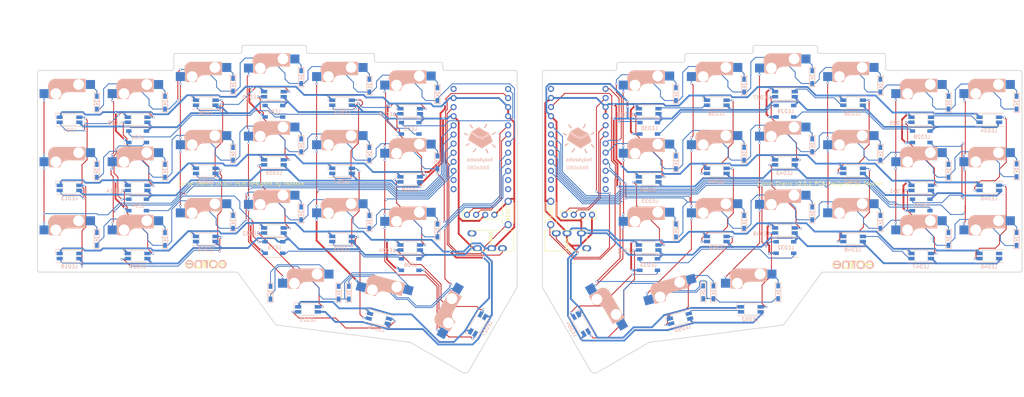
<source format=kicad_pcb>
(kicad_pcb (version 20240108) (generator "pcbnew") (generator_version "8.0")
  (title_block (title "Corne Cherry") (date "2020-09-28") (rev "3.0.1") (company "foostan"))
  (layers (0 "F.Cu" signal) (31 "B.Cu" signal) (34 "B.Paste" user) (35 "F.Paste" user) (36 "B.SilkS" user "B.Silkscreen") (37 "F.SilkS" user "F.Silkscreen") (38 "B.Mask" user) (39 "F.Mask" user) (44 "Edge.Cuts" user))
  (net 0 "")
  (net 1 "row0")
  (net 2 "Net-(D1-Pad2)")
  (net 3 "row1")
  (net 4 "Net-(D2-Pad2)")
  (net 5 "row2")
  (net 6 "Net-(D3-Pad2)")
  (net 7 "row3")
  (net 8 "Net-(D4-Pad2)")
  (net 9 "Net-(D5-Pad2)")
  (net 10 "Net-(D6-Pad2)")
  (net 11 "Net-(D7-Pad2)")
  (net 12 "Net-(D8-Pad2)")
  (net 13 "Net-(D9-Pad2)")
  (net 14 "Net-(D10-Pad2)")
  (net 15 "Net-(D11-Pad2)")
  (net 16 "Net-(D12-Pad2)")
  (net 17 "Net-(D13-Pad2)")
  (net 18 "Net-(D14-Pad2)")
  (net 19 "Net-(D15-Pad2)")
  (net 20 "Net-(D16-Pad2)")
  (net 21 "Net-(D17-Pad2)")
  (net 22 "Net-(D18-Pad2)")
  (net 23 "Net-(D19-Pad2)")
  (net 24 "Net-(D20-Pad2)")
  (net 25 "Net-(D21-Pad2)")
  (net 26 "GND")
  (net 27 "VCC")
  (net 28 "col0")
  (net 29 "col1")
  (net 30 "col2")
  (net 31 "col3")
  (net 32 "col4")
  (net 33 "col5")
  (net 34 "LED")
  (net 35 "data")
  (net 36 "reset")
  (net 37 "SCL")
  (net 38 "SDA")
  (net 39 "Net-(U1-Pad14)")
  (net 40 "Net-(U1-Pad13)")
  (net 41 "Net-(U1-Pad12)")
  (net 42 "Net-(U1-Pad11)")
  (net 43 "Net-(U1-Pad24)")
  (net 44 "Net-(D22-Pad2)")
  (net 45 "row0_r")
  (net 46 "Net-(D23-Pad2)")
  (net 47 "Net-(D24-Pad2)")
  (net 48 "Net-(D25-Pad2)")
  (net 49 "Net-(D26-Pad2)")
  (net 50 "Net-(D27-Pad2)")
  (net 51 "row1_r")
  (net 52 "Net-(D28-Pad2)")
  (net 53 "Net-(D29-Pad2)")
  (net 54 "Net-(D30-Pad2)")
  (net 55 "Net-(D31-Pad2)")
  (net 56 "Net-(D32-Pad2)")
  (net 57 "Net-(D33-Pad2)")
  (net 58 "row2_r")
  (net 59 "Net-(D34-Pad2)")
  (net 60 "Net-(D35-Pad2)")
  (net 61 "Net-(D36-Pad2)")
  (net 62 "Net-(D37-Pad2)")
  (net 63 "Net-(D38-Pad2)")
  (net 64 "Net-(D39-Pad2)")
  (net 65 "Net-(D40-Pad2)")
  (net 66 "row3_r")
  (net 67 "Net-(D41-Pad2)")
  (net 68 "Net-(D42-Pad2)")
  (net 69 "data_r")
  (net 70 "SDA_r")
  (net 71 "SCL_r")
  (net 72 "LED_r")
  (net 73 "reset_r")
  (net 74 "col0_r")
  (net 75 "col1_r")
  (net 76 "col2_r")
  (net 77 "col3_r")
  (net 78 "col4_r")
  (net 79 "col5_r")
  (net 80 "VDD")
  (net 81 "GNDA")
  (net 82 "Net-(LED1-Pad2)")
  (net 83 "Net-(LED1-Pad4)")
  (net 84 "Net-(LED2-Pad4)")
  (net 85 "Net-(LED10-Pad2)")
  (net 86 "Net-(LED11-Pad4)")
  (net 87 "Net-(LED13-Pad4)")
  (net 88 "Net-(LED14-Pad2)")
  (net 89 "Net-(LED15-Pad4)")
  (net 90 "Net-(LED10-Pad4)")
  (net 91 "Net-(LED11-Pad2)")
  (net 92 "Net-(LED12-Pad4)")
  (net 93 "Net-(LED13-Pad2)")
  (net 94 "Net-(LED14-Pad4)")
  (net 95 "Net-(LED16-Pad4)")
  (net 96 "Net-(LED17-Pad2)")
  (net 97 "Net-(LED18-Pad4)")
  (net 98 "Net-(LED22-Pad4)")
  (net 99 "Net-(LED24-Pad4)")
  (net 100 "Net-(LED25-Pad4)")
  (net 101 "Net-(LED27-Pad4)")
  (net 102 "Net-(LED28-Pad2)")
  (net 103 "Net-(LED29-Pad4)")
  (net 104 "Net-(LED32-Pad2)")
  (net 105 "Net-(LED34-Pad2)")
  (net 106 "Net-(LED35-Pad4)")
  (net 107 "Net-(LED37-Pad4)")
  (net 108 "Net-(LED38-Pad2)")
  (net 109 "Net-(LED39-Pad4)")
  (net 110 "Net-(LED4-Pad2)")
  (net 111 "Net-(LED5-Pad2)")
  (net 112 "Net-(LED7-Pad4)")
  (net 113 "Net-(LED15-Pad2)")
  (net 114 "Net-(LED20-Pad4)")
  (net 115 "Net-(LED23-Pad2)")
  (net 116 "Net-(LED28-Pad4)")
  (net 117 "Net-(LED31-Pad2)")
  (net 118 "Net-(LED33-Pad2)")
  (net 119 "Net-(LED40-Pad2)")
  (net 120 "Net-(LED41-Pad4)")
  (net 121 "Net-(LED42-Pad2)")
  (net 122 "Net-(LED43-Pad4)")
  (net 123 "Net-(LED44-Pad2)")
  (net 124 "Net-(LED45-Pad4)")
  (net 125 "Net-(LED47-Pad4)")
  (net 126 "Net-(LED49-Pad4)")
  (net 127 "Net-(LED50-Pad2)")
  (net 128 "Net-(LED51-Pad4)")
  (net 129 "Net-(LED52-Pad4)")
  (net 130 "Net-(LED34-Pad4)")
  (net 131 "Net-(LED36-Pad4)")
  (net 132 "Net-(LED36-Pad2)")
  (net 133 "Net-(LED38-Pad4)")
  (net 134 "Net-(U2-Pad11)")
  (net 135 "Net-(U2-Pad12)")
  (net 136 "Net-(U2-Pad13)")
  (net 137 "Net-(U2-Pad14)")
  (net 138 "Net-(U2-Pad24)")
  (net 139 "Net-(J1-PadA)")
  (net 140 "Net-(J3-PadA)")
  (net 141 "Net-(LED19-Pad2)")
  (net 142 "Net-(LED46-Pad2)")
  (footprint "kbd:MJ-4PP-9_1side" (layer "F.Cu") (at 144.1345 74.292 -90)
    (property "Reference" "J1")
    (property "Value" "MJ-4PP-9" (hide yes))
  )
  (footprint "holykeebs:OLED_1side_1mm_holes" (layer "F.Cu") (at 130.9485 67.028)
    (property "Reference" "J2")
    (property "Value" "OLED" (hide yes))
  )
  (footprint "kbd:ResetSW_1side" (layer "F.Cu") (at 142.4245 66.531 -90)
    (property "Reference" "RSW1" (hide yes))
    (property "Value" "SW_PUSH")
  )
  (footprint "kbd:CherryMX_Hotswap" (layer "F.Cu") (at 39.1075 35.78)
    (property "Reference" "SW2" (hide yes))
    (property "Value" "SW_PUSH" (hide yes))
  )
  (footprint "kbd:CherryMX_Hotswap" (layer "F.Cu") (at 58.1075 31.03)
    (property "Reference" "SW3" (hide yes))
    (property "Value" "SW_PUSH" (hide yes))
  )
  (footprint "kbd:CherryMX_Hotswap" (layer "F.Cu") (at 77.1075 28.655)
    (property "Reference" "SW4" (hide yes))
    (property "Value" "SW_PUSH" (hide yes))
  )
  (footprint "kbd:CherryMX_Hotswap" (layer "F.Cu") (at 96.1075 31.03)
    (property "Reference" "SW5" (hide yes))
    (property "Value" "SW_PUSH" (hide yes))
  )
  (footprint "kbd:CherryMX_Hotswap" (layer "F.Cu") (at 20.1075 54.78)
    (property "Reference" "SW7" (hide yes))
    (property "Value" "SW_PUSH" (hide yes))
  )
  (footprint "kbd:CherryMX_Hotswap" (layer "F.Cu") (at 39.1075 54.78)
    (property "Reference" "SW8" (hide yes))
    (property "Value" "SW_PUSH" (hide yes))
  )
  (footprint "kbd:CherryMX_Hotswap" (layer "F.Cu") (at 58.1075 50.03)
    (property "Reference" "SW9" (hide yes))
    (property "Value" "SW_PUSH" (hide yes))
  )
  (footprint "kbd:CherryMX_Hotswap" (layer "F.Cu") (at 77.1075 47.655)
    (property "Reference" "SW10" (hide yes))
    (property "Value" "SW_PUSH" (hide yes))
  )
  (footprint "kbd:CherryMX_Hotswap" (layer "F.Cu") (at 96.1075 50.03)
    (property "Reference" "SW11" (hide yes))
    (property "Value" "SW_PUSH" (hide yes))
  )
  (footprint "kbd:CherryMX_Hotswap" (layer "F.Cu") (at 115.1075 52.405)
    (property "Reference" "SW12" (hide yes))
    (property "Value" "SW_PUSH" (hide yes))
  )
  (footprint "kbd:CherryMX_Hotswap" (layer "F.Cu") (at 20.1075 73.78)
    (property "Reference" "SW13" (hide yes))
    (property "Value" "SW_PUSH" (hide yes))
  )
  (footprint "kbd:CherryMX_Hotswap" (layer "F.Cu") (at 39.1075 73.78)
    (property "Reference" "SW14" (hide yes))
    (property "Value" "SW_PUSH" (hide yes))
  )
  (footprint "kbd:CherryMX_Hotswap" (layer "F.Cu") (at 58.1075 69.03)
    (property "Reference" "SW15" (hide yes))
    (property "Value" "SW_PUSH" (hide yes))
  )
  (footprint "kbd:CherryMX_Hotswap" (layer "F.Cu") (at 77.1075 66.655)
    (property "Reference" "SW16" (hide yes))
    (property "Value" "SW_PUSH" (hide yes))
  )
  (footprint "kbd:CherryMX_Hotswap" (layer "F.Cu") (at 96.1075 69.03)
    (property "Reference" "SW17" (hide yes))
    (property "Value" "SW_PUSH" (hide yes))
  )
  (footprint "kbd:CherryMX_Hotswap" (layer "F.Cu") (at 115.1075 71.405)
    (property "Reference" "SW18" (hide yes))
    (property "Value" "SW_PUSH" (hide yes))
  )
  (footprint "kbd:CherryMX_Hotswap" (layer "F.Cu") (at 86.6075 88.655)
    (property "Reference" "SW19" (hide yes))
    (property "Value" "SW_PUSH" (hide yes))
  )
  (footprint "kbd:CherryMX_Hotswap" (layer "F.Cu") (at 107.6075 91.405 -15)
    (property "Reference" "SW20" (hide yes))
    (property "Value" "SW_PUSH" (hide yes))
  )
  (footprint "kbd:CherryMX_Hotswap_1.5u" (layer "F.Cu") (at 129.8575 95.155 60)
    (property "Reference" "SW21" (hide yes))
    (property "Value" "SW_PUSH" (hide yes))
  )
  (footprint "kbd:CherryMX_Hotswap_1.5u" (layer "F.Cu") (at 166.8645 95.15 -60)
    (property "Reference" "SW42" (hide yes))
    (property "Value" "SW_PUSH" (hide yes))
  )
  (footprint "kbd:MJ-4PP-9_1side" (layer "F.Cu") (at 152.5375 74.27 90)
    (property "Reference" "J3")
    (property "Value" "MJ-4PP-9" (hide yes))
  )
  (footprint "holykeebs:OLED_1side_1mm_holes" (layer "F.Cu") (at 158.1775 67.02)
    (property "Reference" "J4")
    (property "Value" "OLED" (hide yes))
  )
  (footprint "kbd:ResetSW_1side" (layer "F.Cu") (at 154.3045 66.522 -90)
    (property "Reference" "RSW2" (hide yes))
    (property "Value" "SW_PUSH")
  )
  (footprint "kbd:CherryMX_Hotswap" (layer "F.Cu") (at 219.6145 66.65)
    (property "Reference" "SW37" (hide yes))
    (property "Value" "SW_PUSH" (hide yes))
  )
  (footprint "kbd:CherryMX_Hotswap" (layer "F.Cu") (at 200.6145 69.025)
    (property "Reference" "SW38" (hide yes))
    (property "Value" "SW_PUSH" (hide yes))
  )
  (footprint "kbd:CherryMX_Hotswap" (layer "F.Cu") (at 181.6145 71.4)
    (property "Reference" "SW39" (hide yes))
    (property "Value" "SW_PUSH" (hide yes))
  )
  (footprint "kbd:CherryMX_Hotswap" (layer "F.Cu") (at 210.1145 88.65)
    (property "Reference" "SW40" (hide yes))
    (property "Value" "SW_PUSH" (hide yes))
  )
  (footprint "kbd:CherryMX_Hotswap" (layer "F.Cu") (at 189.1145 91.4 15)
    (property "Reference" "SW41" (hide yes))
    (property "Value" "SW_PUSH" (hide yes))
  )
  (footprint "kbd:CherryMX_Hotswap" (layer "F.Cu") (at 219.6145 28.65)
    (property "Reference" "SW25" (hide yes))
    (property "Value" "SW_PUSH" (hide yes))
  )
  (footprint "kbd:CherryMX_Hotswap" (layer "F.Cu") (at 200.6145 31.025)
    (property "Reference" "SW26" (hide yes))
    (property "Value" "SW_PUSH" (hide yes))
  )
  (footprint "kbd:CherryMX_Hotswap" (layer "F.Cu") (at 276.6145 54.775)
    (property "Reference" "SW28" (hide yes))
    (property "Value" "SW_PUSH" (hide yes))
  )
  (footprint "kbd:CherryMX_Hotswap" (layer "F.Cu") (at 238.6145 31.025)
    (property "Reference" "SW24" (hide yes))
    (property "Value" "SW_PUSH" (hide yes))
  )
  (footprint "kbd:CherryMX_Hotswap" (layer "F.Cu") (at 257.6145 54.775)
    (property "Reference" "SW29" (hide yes))
    (property "Value" "SW_PUSH" (hide yes))
  )
  (footprint "kbd:CherryMX_Hotswap" (layer "F.Cu") (at 257.6145 73.775)
    (property "Reference" "SW35" (hide yes))
    (property "Value" "SW_PUSH" (hide yes))
  )
  (footprint "kbd:CherryMX_Hotswap" (layer "F.Cu") (at 238.6145 69.025)
    (property "Reference" "SW36" (hide yes))
    (property "Value" "SW_PUSH" (hide yes))
  )
  (footprint "kbd:CherryMX_Hotswap" (layer "F.Cu") (at 276.6145 35.775)
    (property "Reference" "SW22" (hide yes))
    (property "Value" "SW_PUSH" (hide yes))
  )
  (footprint "kbd:CherryMX_Hotswap" (layer "F.Cu") (at 257.6145 35.775)
    (property "Reference" "SW23" (hide yes))
    (property "Value" "SW_PUSH" (hide yes))
  )
  (footprint "kbd:CherryMX_Hotswap" (layer "F.Cu") (at 238.6145 50.025)
    (property "Reference" "SW30" (hide yes))
    (property "Value" "SW_PUSH" (hide yes))
  )
  (footprint "kbd:CherryMX_Hotswap" (layer "F.Cu") (at 219.6145 47.65)
    (property "Reference" "SW31" (hide yes))
    (property "Value" "SW_PUSH" (hide yes))
  )
  (footprint "kbd:CherryMX_Hotswap" (layer "F.Cu") (at 200.6145 50.025)
    (property "Reference" "SW32" (hide yes))
    (property "Value" "SW_PUSH" (hide yes))
  )
  (footprint "kbd:CherryMX_Hotswap" (layer "F.Cu") (at 181.6145 52.4)
    (property "Reference" "SW33" (hide yes))
    (property "Value" "SW_PUSH" (hide yes))
  )
  (footprint "kbd:CherryMX_Hotswap" (layer "F.Cu") (at 276.6145 73.775)
    (property "Reference" "SW34" (hide yes))
    (property "Value" "SW_PUSH" (hide yes))
  )
  (footprint "kbd:CherryMX_Hotswap" (layer "F.Cu") (at 20.1075 35.78)
    (property "Reference" "SW1" (hide yes))
    (property "Value" "SW_PUSH" (hide yes))
  )
  (footprint "kbd:M2_HOLE_v2" (layer "F.Cu") (at 105.5755 41.7655)
    (property "Reference" "Ref**" (hide yes))
    (property "Value" "Val**" (hide yes))
  )
  (footprint "kbd:M2_HOLE_v2" (layer "F.Cu") (at 72.7645 81.5205)
    (property "Reference" "Ref**" (hide yes))
    (property "Value" "Val**" (hide yes))
  )
  (footprint "kbd:M2_HOLE_v2" (layer "F.Cu") (at 119.3305 89.135)
    (property "Reference" "Ref**" (hide yes))
    (property "Value" "Val**" (hide yes))
  )
  (footprint "kbd:M2_HOLE_v2" (layer "F.Cu") (at 127.8695 74.254)
    (property "Reference" "Ref**" (hide yes))
    (property "Value" "Val**" (hide yes))
  )
  (footprint "kbd:M2_HOLE_v2" (layer "F.Cu") (at 142.3015 82.775)
    (property "Reference" "Ref**" (hide yes))
    (property "Value" "Val**" (hide yes))
  )
  (footprint "kbd:M2_HOLE_v2" (layer "F.Cu") (at 177.3895 89.145 180)
    (property "Reference" "Ref**" (hide yes))
    (property "Value" "Val**" (hide yes))
  )
  (footprint "kbd:M2_HOLE_v2" (layer "F.Cu") (at 223.9555 81.5305 180)
    (property "Reference" "Ref**" (hide yes))
    (property "Value" "Val**" (hide yes))
  )
  (footprint "kbd:M2_HOLE_v2" (layer "F.Cu") (at 267.0995 45.2655 180)
    (property "Reference" "Ref**" (hide yes))
    (property "Value" "Val**" (hide yes))
  )
  (footprint "kbd:M2_HOLE_v2" (layer "F.Cu") (at 191.1445 41.7755 180)
    (property "Reference" "Ref**" (hide yes))
    (property "Value" "Val**" (hide yes))
  )
  (footprint "kbd:CherryMX_Hotswap" (layer "F.Cu") (at 115.1075 33.405)
    (property "Reference" "SW6" (hide yes))
    (property "Value" "SW_PUSH" (hide yes))
  )
  (footprint "kbd:CherryMX_Hotswap" (layer "F.Cu") (at 181.6075 33.405)
    (property "Reference" "SW27" (hide yes))
    (property "Value" "SW_PUSH" (hide yes))
  )
  (footprint "kbd:M2_HOLE_v2" (layer "F.Cu") (at 27.5195 54.1395)
    (property "Reference" "Ref**" (hide yes))
    (property "Value" "Val**" (hide yes))
  )
  (footprint "holykeebs:ProMicro_1mm_holes" (layer "F.Cu") (at 134.8125 46.42)
    (property "Reference" "U1" (hide yes))
    (property "Value" "ProMicro" (hide yes))
  )
  (footprint "holykeebs:ProMicro_1mm_holes" (layer "F.Cu") (at 161.9875 46.39)
    (property "Reference" "U2" (hide yes))
    (property "Value" "ProMicro" (hide yes))
  )
  (footprint "kbd:M2_HOLE_v2" (layer "F.Cu") (at 29.6075 45.28)
    (property "Reference" "Ref**" (hide yes))
    (property "Value" "Val**" (hide yes))
  )
  (footprint "kbd:corne-logo-horizontal" (layer "F.Cu") (at 58.2675 80.89)
    (property "Reference" "G***" (hide yes))
    (property "Value" "LOGO" (hide yes))
  )
  (footprint "kbd:corne-logo-horizontal" (layer "F.Cu") (at 238.7775 81.04)
    (property "Reference" "G***" (hide yes))
    (property "Value" "LOGO" (hide yes))
  )
  (footprint "kbd:D3_SMD_v2" (layer "B.Cu") (at 27.7345 35.776875 90)
    (property "Reference" "D1" (hide yes))
    (property "Value" "D" (hide yes))
  )
  (footprint "kbd:D3_SMD_v2" (layer "B.Cu") (at 46.7345 35.78 90)
    (property "Reference" "D2" (hide yes))
    (property "Value" "D" (hide yes))
  )
  (footprint "kbd:D3_SMD_v2" (layer "B.Cu") (at 65.7075 30.78 90)
    (property "Reference" "D3" (hide yes))
    (property "Value" "D" (hide yes))
  )
  (footprint "kbd:D3_SMD_v2" (layer "B.Cu") (at 84.7075 28.655 90)
    (property "Reference" "D4" (hide yes))
    (property "Value" "D" (hide yes))
  )
  (footprint "kbd:D3_SMD_v2" (layer "B.Cu") (at 103.7075 31.03 90)
    (property "Reference" "D5" (hide yes))
    (property "Value" "D" (hide yes))
  )
  (footprint "kbd:D3_SMD_v2" (layer "B.Cu") (at 122.7075 33.405 90)
    (property "Reference" "D6" (hide yes))
    (property "Value" "D" (hide yes))
  )
  (footprint "kbd:D3_SMD_v2" (layer "B.Cu") (at 27.7345 54.776875 90)
    (property "Reference" "D7" (hide yes))
    (property "Value" "D" (hide yes))
  )
  (footprint "kbd:D3_SMD_v2" (layer "B.Cu") (at 46.7345 54.78 90)
    (property "Reference" "D8" (hide yes))
    (property "Value" "D" (hide yes))
  )
  (footprint "kbd:D3_SMD_v2" (layer "B.Cu") (at 65.7075 50.03 90)
    (property "Reference" "D9" (hide yes))
    (property "Value" "D" (hide yes))
  )
  (footprint "kbd:D3_SMD_v2" (layer "B.Cu") (at 84.7075 47.655 90)
    (property "Reference" "D10" (hide yes))
    (property "Value" "D" (hide yes))
  )
  (footprint "kbd:D3_SMD_v2" (layer "B.Cu") (at 103.7075 50.03 90)
    (property "Reference" "D11" (hide yes))
    (property "Value" "D" (hide yes))
  )
  (footprint "kbd:D3_SMD_v2" (layer "B.Cu") (at 122.7075 52.405 90)
    (property "Reference" "D12" (hide yes))
    (property "Value" "D" (hide yes))
  )
  (footprint "kbd:D3_SMD_v2" (layer "B.Cu") (at 27.7345 73.776875 90)
    (property "Reference" "D13" (hide yes))
    (property "Value" "D" (hide yes))
  )
  (footprint "kbd:D3_SMD_v2" (layer "B.Cu") (at 46.7345 73.78 90)
    (property "Reference" "D14" (hide yes))
    (property "Value" "D" (hide yes))
  )
  (footprint "kbd:D3_SMD_v2" (layer "B.Cu") (at 65.7075 69.03 90)
    (property "Reference" "D15" (hide yes))
    (property "Value" "D" (hide yes))
  )
  (footprint "kbd:D3_SMD_v2" (layer "B.Cu") (at 84.7075 66.655 90)
    (property "Reference" "D16" (hide yes))
    (property "Value" "D" (hide yes))
  )
  (footprint "kbd:D3_SMD_v2" (layer "B.Cu") (at 103.7075 69.03 90)
    (property "Reference" "D17" (hide yes))
    (property "Value" "D" (hide yes))
  )
  (footprint "kbd:D3_SMD_v2" (layer "B.Cu") (at 122.7075 71.405 90)
    (property "Reference" "D18" (hide yes))
    (property "Value" "D" (hide yes))
  )
  (footprint "kbd:D3_SMD_v2" (layer "B.Cu") (at 76.1575 88.77 90)
    (property "Reference" "D19" (hide yes))
    (property "Value" "D" (hide yes))
  )
  (footprint "kbd:D3_SMD_v2" (layer "B.Cu") (at 95.1645 88.765 90)
    (property "Reference" "D20" (hide yes))
    (property "Value" "D" (hide yes))
  )
  (footprint "kbd:D3_SMD_v2" (layer "B.Cu") (at 98.0075 88.765 90)
    (property "Reference" "D21" (hide yes))
    (property "Value" "D" (hide yes))
  )
  (footprint "kbd:YS-SK6812MINI-E" (layer "B.Cu") (at 20.1075 40.53)
    (property "Reference" "LED7")
    (property "Value" "YS-SK6812MINI-E")
    (fp_line (start -1.8 -1.55) (end 1.8 -1.55) (stroke (width 0.12)) (layer "Edge.Cuts"))
    (fp_line (start -1.8 1.55) (end -1.8 -1.55) (stroke (width 0.12)) (layer "Edge.Cuts"))
    (fp_line (start 1.8 -1.55) (end 1.8 1.55) (stroke (width 0.12)) (layer "Edge.Cuts"))
    (fp_line (start 1.8 1.55) (end -1.8 1.55) (stroke (width 0.12)) (layer "Edge.Cuts"))
  )
  (footprint "kbd:YS-SK6812MINI-E" (layer "B.Cu") (at 39.1075 40.53)
    (property "Reference" "LED8")
    (property "Value" "YS-SK6812MINI-E")
    (fp_line (start -1.8 -1.55) (end 1.8 -1.55) (stroke (width 0.12)) (layer "Edge.Cuts"))
    (fp_line (start -1.8 1.55) (end -1.8 -1.55) (stroke (width 0.12)) (layer "Edge.Cuts"))
    (fp_line (start 1.8 -1.55) (end 1.8 1.55) (stroke (width 0.12)) (layer "Edge.Cuts"))
    (fp_line (start 1.8 1.55) (end -1.8 1.55) (stroke (width 0.12)) (layer "Edge.Cuts"))
  )
  (footprint "kbd:YS-SK6812MINI-E" (layer "B.Cu") (at 58.1075 35.78)
    (property "Reference" "LED9")
    (property "Value" "YS-SK6812MINI-E")
    (fp_line (start -1.8 -1.55) (end 1.8 -1.55) (stroke (width 0.12)) (layer "Edge.Cuts"))
    (fp_line (start -1.8 1.55) (end -1.8 -1.55) (stroke (width 0.12)) (layer "Edge.Cuts"))
    (fp_line (start 1.8 -1.55) (end 1.8 1.55) (stroke (width 0.12)) (layer "Edge.Cuts"))
    (fp_line (start 1.8 1.55) (end -1.8 1.55) (stroke (width 0.12)) (layer "Edge.Cuts"))
  )
  (footprint "kbd:YS-SK6812MINI-E" (layer "B.Cu") (at 77.1075 33.405)
    (property "Reference" "LED10")
    (property "Value" "YS-SK6812MINI-E")
    (fp_line (start -1.8 -1.55) (end 1.8 -1.55) (stroke (width 0.12)) (layer "Edge.Cuts"))
    (fp_line (start -1.8 1.55) (end -1.8 -1.55) (stroke (width 0.12)) (layer "Edge.Cuts"))
    (fp_line (start 1.8 -1.55) (end 1.8 1.55) (stroke (width 0.12)) (layer "Edge.Cuts"))
    (fp_line (start 1.8 1.55) (end -1.8 1.55) (stroke (width 0.12)) (layer "Edge.Cuts"))
  )
  (footprint "kbd:YS-SK6812MINI-E" (layer "B.Cu") (at 96.1075 35.78)
    (property "Reference" "LED11")
    (property "Value" "YS-SK6812MINI-E")
    (fp_line (start -1.8 -1.55) (end 1.8 -1.55) (stroke (width 0.12)) (layer "Edge.Cuts"))
    (fp_line (start -1.8 1.55) (end -1.8 -1.55) (stroke (width 0.12)) (layer "Edge.Cuts"))
    (fp_line (start 1.8 -1.55) (end 1.8 1.55) (stroke (width 0.12)) (layer "Edge.Cuts"))
    (fp_line (start 1.8 1.55) (end -1.8 1.55) (stroke (width 0.12)) (layer "Edge.Cuts"))
  )
  (footprint "kbd:YS-SK6812MINI-E" (layer "B.Cu") (at 115.1075 38.155)
    (property "Reference" "LED12")
    (property "Value" "YS-SK6812MINI-E")
    (fp_line (start -1.8 -1.55) (end 1.8 -1.55) (stroke (width 0.12)) (layer "Edge.Cuts"))
    (fp_line (start -1.8 1.55) (end -1.8 -1.55) (stroke (width 0.12)) (layer "Edge.Cuts"))
    (fp_line (start 1.8 -1.55) (end 1.8 1.55) (stroke (width 0.12)) (layer "Edge.Cuts"))
    (fp_line (start 1.8 1.55) (end -1.8 1.55) (stroke (width 0.12)) (layer "Edge.Cuts"))
  )
  (footprint "kbd:YS-SK6812MINI-E" (layer "B.Cu") (at 20.1075 59.53)
    (property "Reference" "LED13")
    (property "Value" "YS-SK6812MINI-E")
    (fp_line (start -1.8 -1.55) (end 1.8 -1.55) (stroke (width 0.12)) (layer "Edge.Cuts"))
    (fp_line (start -1.8 1.55) (end -1.8 -1.55) (stroke (width 0.12)) (layer "Edge.Cuts"))
    (fp_line (start 1.8 -1.55) (end 1.8 1.55) (stroke (width 0.12)) (layer "Edge.Cuts"))
    (fp_line (start 1.8 1.55) (end -1.8 1.55) (stroke (width 0.12)) (layer "Edge.Cuts"))
  )
  (footprint "kbd:YS-SK6812MINI-E" (layer "B.Cu") (at 39.1075 59.53)
    (property "Reference" "LED14")
    (property "Value" "YS-SK6812MINI-E")
    (fp_line (start -1.8 -1.55) (end 1.8 -1.55) (stroke (width 0.12)) (layer "Edge.Cuts"))
    (fp_line (start -1.8 1.55) (end -1.8 -1.55) (stroke (width 0.12)) (layer "Edge.Cuts"))
    (fp_line (start 1.8 -1.55) (end 1.8 1.55) (stroke (width 0.12)) (layer "Edge.Cuts"))
    (fp_line (start 1.8 1.55) (end -1.8 1.55) (stroke (width 0.12)) (layer "Edge.Cuts"))
  )
  (footprint "kbd:YS-SK6812MINI-E" (layer "B.Cu") (at 58.1075 54.78)
    (property "Reference" "LED15")
    (property "Value" "YS-SK6812MINI-E")
    (fp_line (start -1.8 -1.55) (end 1.8 -1.55) (stroke (width 0.12)) (layer "Edge.Cuts"))
    (fp_line (start -1.8 1.55) (end -1.8 -1.55) (stroke (width 0.12)) (layer "Edge.Cuts"))
    (fp_line (start 1.8 -1.55) (end 1.8 1.55) (stroke (width 0.12)) (layer "Edge.Cuts"))
    (fp_line (start 1.8 1.55) (end -1.8 1.55) (stroke (width 0.12)) (layer "Edge.Cuts"))
  )
  (footprint "kbd:YS-SK6812MINI-E" (layer "B.Cu") (at 77.1075 52.405)
    (property "Reference" "LED16")
    (property "Value" "YS-SK6812MINI-E")
    (fp_line (start -1.8 -1.55) (end 1.8 -1.55) (stroke (width 0.12)) (layer "Edge.Cuts"))
    (fp_line (start -1.8 1.55) (end -1.8 -1.55) (stroke (width 0.12)) (layer "Edge.Cuts"))
    (fp_line (start 1.8 -1.55) (end 1.8 1.55) (stroke (width 0.12)) (layer "Edge.Cuts"))
    (fp_line (start 1.8 1.55) (end -1.8 1.55) (stroke (width 0.12)) (layer "Edge.Cuts"))
  )
  (footprint "kbd:YS-SK6812MINI-E" (layer "B.Cu") (at 96.1075 54.78)
    (property "Reference" "LED17")
    (property "Value" "YS-SK6812MINI-E")
    (fp_line (start -1.8 -1.55) (end 1.8 -1.55) (stroke (width 0.12)) (layer "Edge.Cuts"))
    (fp_line (start -1.8 1.55) (end -1.8 -1.55) (stroke (width 0.12)) (layer "Edge.Cuts"))
    (fp_line (start 1.8 -1.55) (end 1.8 1.55) (stroke (width 0.12)) (layer "Edge.Cuts"))
    (fp_line (start 1.8 1.55) (end -1.8 1.55) (stroke (width 0.12)) (layer "Edge.Cuts"))
  )
  (footprint "kbd:YS-SK6812MINI-E" (layer "B.Cu") (at 115.1075 57.155)
    (property "Reference" "LED18")
    (property "Value" "YS-SK6812MINI-E")
    (fp_line (start -1.8 -1.55) (end 1.8 -1.55) (stroke (width 0.12)) (layer "Edge.Cuts"))
    (fp_line (start -1.8 1.55) (end -1.8 -1.55) (stroke (width 0.12)) (layer "Edge.Cuts"))
    (fp_line (start 1.8 -1.55) (end 1.8 1.55) (stroke (width 0.12)) (layer "Edge.Cuts"))
    (fp_line (start 1.8 1.55) (end -1.8 1.55) (stroke (width 0.12)) (layer "Edge.Cuts"))
  )
  (footprint "kbd:YS-SK6812MINI-E" (layer "B.Cu") (at 20.1075 78.53)
    (property "Reference" "LED19")
    (property "Value" "YS-SK6812MINI-E")
    (fp_line (start -1.8 -1.55) (end 1.8 -1.55) (stroke (width 0.12)) (layer "Edge.Cuts"))
    (fp_line (start -1.8 1.55) (end -1.8 -1.55) (stroke (width 0.12)) (layer "Edge.Cuts"))
    (fp_line (start 1.8 -1.55) (end 1.8 1.55) (stroke (width 0.12)) (layer "Edge.Cuts"))
    (fp_line (start 1.8 1.55) (end -1.8 1.55) (stroke (width 0.12)) (layer "Edge.Cuts"))
  )
  (footprint "kbd:YS-SK6812MINI-E" (layer "B.Cu") (at 39.1075 78.53)
    (property "Reference" "LED20")
    (property "Value" "YS-SK6812MINI-E")
    (fp_line (start -1.8 -1.55) (end 1.8 -1.55) (stroke (width 0.12)) (layer "Edge.Cuts"))
    (fp_line (start -1.8 1.55) (end -1.8 -1.55) (stroke (width 0.12)) (layer "Edge.Cuts"))
    (fp_line (start 1.8 -1.55) (end 1.8 1.55) (stroke (width 0.12)) (layer "Edge.Cuts"))
    (fp_line (start 1.8 1.55) (end -1.8 1.55) (stroke (width 0.12)) (layer "Edge.Cuts"))
  )
  (footprint "kbd:YS-SK6812MINI-E" (layer "B.Cu") (at 58.1075 73.78)
    (property "Reference" "LED21")
    (property "Value" "YS-SK6812MINI-E")
    (fp_line (start -1.8 -1.55) (end 1.8 -1.55) (stroke (width 0.12)) (layer "Edge.Cuts"))
    (fp_line (start -1.8 1.55) (end -1.8 -1.55) (stroke (width 0.12)) (layer "Edge.Cuts"))
    (fp_line (start 1.8 -1.55) (end 1.8 1.55) (stroke (width 0.12)) (layer "Edge.Cuts"))
    (fp_line (start 1.8 1.55) (end -1.8 1.55) (stroke (width 0.12)) (layer "Edge.Cuts"))
  )
  (footprint "kbd:YS-SK6812MINI-E" (layer "B.Cu") (at 77.1075 71.405)
    (property "Reference" "LED22")
    (property "Value" "YS-SK6812MINI-E")
    (fp_line (start -1.8 -1.55) (end 1.8 -1.55) (stroke (width 0.12)) (layer "Edge.Cuts"))
    (fp_line (start -1.8 1.55) (end -1.8 -1.55) (stroke (width 0.12)) (layer "Edge.Cuts"))
    (fp_line (start 1.8 -1.55) (end 1.8 1.55) (stroke (width 0.12)) (layer "Edge.Cuts"))
    (fp_line (start 1.8 1.55) (end -1.8 1.55) (stroke (width 0.12)) (layer "Edge.Cuts"))
  )
  (footprint "kbd:YS-SK6812MINI-E" (layer "B.Cu") (at 115.1075 76.155)
    (property "Reference" "LED24")
    (property "Value" "YS-SK6812MINI-E")
    (fp_line (start -1.8 -1.55) (end 1.8 -1.55) (stroke (width 0.12)) (layer "Edge.Cuts"))
    (fp_line (start -1.8 1.55) (end -1.8 -1.55) (stroke (width 0.12)) (layer "Edge.Cuts"))
    (fp_line (start 1.8 -1.55) (end 1.8 1.55) (stroke (width 0.12)) (layer "Edge.Cuts"))
    (fp_line (start 1.8 1.55) (end -1.8 1.55) (stroke (width 0.12)) (layer "Edge.Cuts"))
  )
  (footprint "kbd:YS-SK6812MINI-E" (layer "B.Cu") (at 133.971121 97.53 60)
    (property "Reference" "LED27")
    (property "Value" "YS-SK6812MINI-E")
    (fp_line (start -1.8 -1.55) (end 1.8 -1.55) (stroke (width 0.12)) (layer "Edge.Cuts"))
    (fp_line (start 1.8 -1.55) (end 1.8 1.55) (stroke (width 0.12)) (layer "Edge.Cuts"))
    (fp_line (start -1.8 1.55) (end -1.8 -1.55) (stroke (width 0.12)) (layer "Edge.Cuts"))
    (fp_line (start 1.8 1.55) (end -1.8 1.55) (stroke (width 0.12)) (layer "Edge.Cuts"))
  )
  (footprint "LED_SMD:LED_WS2812B_PLCC4_5.0x5.0mm_P3.2mm" (layer "B.Cu") (at 39.1075 45.28 180)
    (property "Reference" "LED1")
    (property "Value" "WS2812B")
  )
  (footprint "LED_SMD:LED_WS2812B_PLCC4_5.0x5.0mm_P3.2mm" (layer "B.Cu") (at 77.1075 38.155 180)
    (property "Reference" "LED2")
    (property "Value" "WS2812B")
  )
  (footprint "LED_SMD:LED_WS2812B_PLCC4_5.0x5.0mm_P3.2mm" (layer "B.Cu") (at 115.1075 42.905 180)
    (property "Reference" "LED3")
    (property "Value" "WS2812B")
  )
  (footprint "LED_SMD:LED_WS2812B_PLCC4_5.0x5.0mm_P3.2mm" (layer "B.Cu") (at 77.1075 76.155 180)
    (property "Reference" "LED5")
    (property "Value" "WS2812B")
  )
  (footprint "LED_SMD:LED_WS2812B_PLCC4_5.0x5.0mm_P3.2mm" (layer "B.Cu") (at 115.1075 80.905 180)
    (property "Reference" "LED6")
    (property "Value" "WS2812B")
  )
  (footprint "LED_SMD:LED_WS2812B_PLCC4_5.0x5.0mm_P3.2mm" (layer "B.Cu") (at 257.6075 45.28 180)
    (property "Reference" "LED28")
    (property "Value" "WS2812B")
  )
  (footprint "LED_SMD:LED_WS2812B_PLCC4_5.0x5.0mm_P3.2mm" (layer "B.Cu") (at 219.6075 38.155 180)
    (property "Reference" "LED29")
    (property "Value" "WS2812B")
  )
  (footprint "LED_SMD:LED_WS2812B_PLCC4_5.0x5.0mm_P3.2mm" (layer "B.Cu") (at 181.6075 42.905 180)
    (property "Reference" "LED30")
    (property "Value" "WS2812B")
  )
  (footprint "LED_SMD:LED_WS2812B_PLCC4_5.0x5.0mm_P3.2mm" (layer "B.Cu") (at 257.6075 64.28 180)
    (property "Reference" "LED31")
    (property "Value" "WS2812B")
  )
  (footprint "LED_SMD:LED_WS2812B_PLCC4_5.0x5.0mm_P3.2mm" (layer "B.Cu") (at 219.6075 76.155 180)
    (property "Reference" "LED32")
    (property "Value" "WS2812B")
  )
  (footprint "LED_SMD:LED_WS2812B_PLCC4_5.0x5.0mm_P3.2mm" (layer "B.Cu") (at 181.6075 80.905 180)
    (property "Reference" "LED33")
    (property "Value" "WS2812B")
  )
  (footprint "kbd:YS-SK6812MINI-E" (layer "B.Cu") (at 219.6075 52.405)
    (property "Reference" "LED43")
    (property "Value" "YS-SK6812MINI-E")
    (fp_line (start -1.8 -1.55) (end 1.8 -1.55) (stroke (width 0.12)) (layer "Edge.Cuts"))
    (fp_line (start -1.8 1.55) (end -1.8 -1.55) (stroke (width 0.12)) (layer "Edge.Cuts"))
    (fp_line (start 1.8 -1.55) (end 1.8 1.55) (stroke (width 0.12)) (layer "Edge.Cuts"))
    (fp_line (start 1.8 1.55) (end -1.8 1.55) (stroke (width 0.12)) (layer "Edge.Cuts"))
  )
  (footprint "kbd:YS-SK6812MINI-E" (layer "B.Cu") (at 200.6075 54.78)
    (property "Reference" "LED44")
    (property "Value" "YS-SK6812MINI-E")
    (fp_line (start -1.8 -1.55) (end 1.8 -1.55) (stroke (width 0.12)) (layer "Edge.Cuts"))
    (fp_line (start -1.8 1.55) (end -1.8 -1.55) (stroke (width 0.12)) (layer "Edge.Cuts"))
    (fp_line (start 1.8 -1.55) (end 1.8 1.55) (stroke (width 0.12)) (layer "Edge.Cuts"))
    (fp_line (start 1.8 1.55) (end -1.8 1.55) (stroke (width 0.12)) (layer "Edge.Cuts"))
  )
  (footprint "kbd:YS-SK6812MINI-E" (layer "B.Cu") (at 181.6075 57.155)
    (property "Reference" "LED45")
    (property "Value" "YS-SK6812MINI-E")
    (fp_line (start -1.8 -1.55) (end 1.8 -1.55) (stroke (width 0.12)) (layer "Edge.Cuts"))
    (fp_line (start -1.8 1.55) (end -1.8 -1.55) (stroke (width 0.12)) (layer "Edge.Cuts"))
    (fp_line (start 1.8 -1.55) (end 1.8 1.55) (stroke (width 0.12)) (layer "Edge.Cuts"))
    (fp_line (start 1.8 1.55) (end -1.8 1.55) (stroke (width 0.12)) (layer "Edge.Cuts"))
  )
  (footprint "kbd:YS-SK6812MINI-E" (layer "B.Cu") (at 276.6075 78.53)
    (property "Reference" "LED46")
    (property "Value" "YS-SK6812MINI-E")
    (fp_line (start -1.8 -1.55) (end 1.8 -1.55) (stroke (width 0.12)) (layer "Edge.Cuts"))
    (fp_line (start -1.8 1.55) (end -1.8 -1.55) (stroke (width 0.12)) (layer "Edge.Cuts"))
    (fp_line (start 1.8 -1.55) (end 1.8 1.55) (stroke (width 0.12)) (layer "Edge.Cuts"))
    (fp_line (start 1.8 1.55) (end -1.8 1.55) (stroke (width 0.12)) (layer "Edge.Cuts"))
  )
  (footprint "kbd:YS-SK6812MINI-E" (layer "B.Cu") (at 257.6075 78.53)
    (property "Reference" "LED47")
    (property "Value" "YS-SK6812MINI-E")
    (fp_line (start -1.8 -1.55) (end 1.8 -1.55) (stroke (width 0.12)) (layer "Edge.Cuts"))
    (fp_line (start -1.8 1.55) (end -1.8 -1.55) (stroke (width 0.12)) (layer "Edge.Cuts"))
    (fp_line (start 1.8 -1.55) (end 1.8 1.55) (stroke (width 0.12)) (layer "Edge.Cuts"))
    (fp_line (start 1.8 1.55) (end -1.8 1.55) (stroke (width 0.12)) (layer "Edge.Cuts"))
  )
  (footprint "kbd:YS-SK6812MINI-E" (layer "B.Cu") (at 238.6075 73.78)
    (property "Reference" "LED48")
    (property "Value" "YS-SK6812MINI-E")
    (fp_line (start -1.8 -1.55) (end 1.8 -1.55) (stroke (width 0.12)) (layer "Edge.Cuts"))
    (fp_line (start -1.8 1.55) (end -1.8 -1.55) (stroke (width 0.12)) (layer "Edge.Cuts"))
    (fp_line (start 1.8 -1.55) (end 1.8 1.55) (stroke (width 0.12)) (layer "Edge.Cuts"))
    (fp_line (start 1.8 1.55) (end -1.8 1.55) (stroke (width 0.12)) (layer "Edge.Cuts"))
  )
  (footprint "kbd:YS-SK6812MINI-E" (layer "B.Cu") (at 219.6075 71.405)
    (property "Reference" "LED49")
    (property "Value" "YS-SK6812MINI-E")
    (fp_line (start -1.8 -1.55) (end 1.8 -1.55) (stroke (width 0.12)) (layer "Edge.Cuts"))
    (fp_line (start -1.8 1.55) (end -1.8 -1.55) (stroke (width 0.12)) (layer "Edge.Cuts"))
    (fp_line (start 1.8 -1.55) (end 1.8 1.55) (stroke (width 0.12)) (layer "Edge.Cuts"))
    (fp_line (start 1.8 1.55) (end -1.8 1.55) (stroke (width 0.12)) (layer "Edge.Cuts"))
  )
  (footprint "kbd:YS-SK6812MINI-E" (layer "B.Cu") (at 200.6075 73.78)
    (property "Reference" "LED50")
    (property "Value" "YS-SK6812MINI-E")
    (fp_line (start -1.8 -1.55) (end 1.8 -1.55) (stroke (width 0.12)) (layer "Edge.Cuts"))
    (fp_line (start -1.8 1.55) (end -1.8 -1.55) (stroke (width 0.12)) (layer "Edge.Cuts"))
    (fp_line (start 1.8 -1.55) (end 1.8 1.55) (stroke (width 0.12)) (layer "Edge.Cuts"))
    (fp_line (start 1.8 1.55) (end -1.8 1.55) (stroke (width 0.12)) (layer "Edge.Cuts"))
  )
  (footprint "kbd:YS-SK6812MINI-E" (layer "B.Cu") (at 181.6075 76.155)
    (property "Reference" "LED51")
    (property "Value" "YS-SK6812MINI-E")
    (fp_line (start -1.8 -1.55) (end 1.8 -1.55) (stroke (width 0.12)) (layer "Edge.Cuts"))
    (fp_line (start -1.8 1.55) (end -1.8 -1.55) (stroke (width 0.12)) (layer "Edge.Cuts"))
    (fp_line (start 1.8 -1.55) (end 1.8 1.55) (stroke (width 0.12)) (layer "Edge.Cuts"))
    (fp_line (start 1.8 1.55) (end -1.8 1.55) (stroke (width 0.12)) (layer "Edge.Cuts"))
  )
  (footprint "kbd:YS-SK6812MINI-E" (layer "B.Cu") (at 210.1075 93.405)
    (property "Reference" "LED52")
    (property "Value" "YS-SK6812MINI-E")
    (fp_line (start -1.8 -1.55) (end 1.8 -1.55) (stroke (width 0.12)) (layer "Edge.Cuts"))
    (fp_line (start -1.8 1.55) (end -1.8 -1.55) (stroke (width 0.12)) (layer "Edge.Cuts"))
    (fp_line (start 1.8 -1.55) (end 1.8 1.55) (stroke (width 0.12)) (layer "Edge.Cuts"))
    (fp_line (start 1.8 1.55) (end -1.8 1.55) (stroke (width 0.12)) (layer "Edge.Cuts"))
  )
  (footprint "kbd:YS-SK6812MINI-E" (layer "B.Cu") (at 190.34389 95.988148 15)
    (property "Reference" "LED53")
    (property "Value" "YS-SK6812MINI-E")
    (fp_line (start -1.8 -1.55) (end 1.8 -1.55) (stroke (width 0.12)) (layer "Edge.Cuts"))
    (fp_line (start -1.8 1.55) (end -1.8 -1.55) (stroke (width 0.12)) (layer "Edge.Cuts"))
    (fp_line (start 1.8 -1.55) (end 1.8 1.55) (stroke (width 0.12)) (layer "Edge.Cuts"))
    (fp_line (start 1.8 1.55) (end -1.8 1.55) (stroke (width 0.12)) (layer "Edge.Cuts"))
  )
  (footprint "kbd:D3_SMD_v2" (layer "B.Cu") (at 265.2145 35.775 90)
    (property "Reference" "D23" (hide yes))
    (property "Value" "D" (hide yes))
  )
  (footprint "kbd:D3_SMD_v2" (layer "B.Cu") (at 246.2145 31.025 90)
    (property "Reference" "D24" (hide yes))
    (property "Value" "D" (hide yes))
  )
  (footprint "kbd:D3_SMD_v2" (layer "B.Cu") (at 227.2145 28.65 90)
    (property "Reference" "D25" (hide yes))
    (property "Value" "D" (hide yes))
  )
  (footprint "kbd:D3_SMD_v2" (layer "B.Cu") (at 189.2075 33.405 90)
    (property "Reference" "D27" (hide yes))
    (property "Value" "D" (hide yes))
  )
  (footprint "kbd:D3_SMD_v2" (layer "B.Cu") (at 284.2145 54.625 90)
    (property "Reference" "D28" (hide yes))
    (property "Value" "D" (hide yes))
  )
  (footprint "kbd:D3_SMD_v2" (layer "B.Cu") (at 265.2145 54.775 90)
    (property "Reference" "D29" (hide yes))
    (property "Value" "D" (hide yes))
  )
  (footprint "kbd:D3_SMD_v2" (layer "B.Cu") (at 246.2145 50.025 90)
    (property "Reference" "D30" (hide yes))
    (property "Value" "D" (hide yes))
  )
  (footprint "kbd:D3_SMD_v2" (layer "B.Cu") (at 227.2145 47.65 90)
    (property "Reference" "D31" (hide yes))
    (property "Value" "D" (hide yes))
  )
  (footprint "kbd:D3_SMD_v2" (layer "B.Cu") (at 208.2145 50.025 90)
    (property "Reference" "D32" (hide yes))
    (property "Value" "D" (hide yes))
  )
  (footprint "kbd:D3_SMD_v2" (layer "B.Cu") (at 189.2075 52.405 90)
    (property "Reference" "D33" (hide yes))
    (property "Value" "D" (hide yes))
  )
  (footprint "kbd:D3_SMD_v2" (layer "B.Cu") (at 284.2145 73.775 90)
    (property "Reference" "D34" (hide yes))
    (property "Value" "D" (hide yes))
  )
  (footprint "kbd:D3_SMD_v2" (layer "B.Cu") (at 265.2145 73.775 90)
    (property "Reference" "D35" (hide yes))
    (property "Value" "D" (hide yes))
  )
  (footprint "kbd:D3_SMD_v2" (layer "B.Cu") (at 246.2145 69.025 90)
    (property "Reference" "D36" (hide yes))
    (property "Value" "D" (hide yes))
  )
  (footprint "kbd:D3_SMD_v2" (layer "B.Cu") (at 227.2145 66.65 90)
    (property "Reference" "D37" (hide yes))
    (property "Value" "D" (hide yes))
  )
  (footprint "kbd:D3_SMD_v2" (layer "B.Cu") (at 208.2145 69.025 90)
    (property "Reference" "D38" (hide yes))
    (property "Value" "D" (hide yes))
  )
  (footprint "kbd:D3_SMD_v2" (layer "B.Cu") (at 189.2075 71.405 90)
    (property "Reference" "D39" (hide yes))
    (property "Value" "D" (hide yes))
  )
  (footprint "kbd:D3_SMD_v2" (layer "B.Cu") (at 217.7145 88.635 90)
    (property "Reference" "D40" (hide yes))
    (property "Value" "D" (hide yes))
  )
  (footprint "kbd:D3_SMD_v2" (layer "B.Cu") (at 199.6645 88.65 90)
    (property "Reference" "D41" (hide yes))
    (property "Value" "D" (hide yes))
  )
  (footprint "kbd:D3_SMD_v2" (layer "B.Cu") (at 196.8145 88.65 90)
    (property "Reference" "D42" (hide yes))
    (property "Value" "D" (hide yes))
  )
  (footprint "kbd:D3_SMD_v2" (layer "B.Cu") (at 284.2145 35.775 90)
    (property "Reference" "D22" (hide yes))
    (property "Value" "D" (hide yes))
  )
  (footprint "kbd:D3_SMD_v2" (layer "B.Cu") (at 208.2145 31.025 90)
    (property "Reference" "D26" (hide yes))
    (property "Value" "D" (hide yes))
  )
  (footprint "kbd:YS-SK6812MINI-E" (layer "B.Cu") (at 86.6075 93.405)
    (property "Reference" "LED25")
    (property "Value" "YS-SK6812MINI-E")
    (fp_line (start -1.8 -1.55) (end 1.8 -1.55) (stroke (width 0.12)) (layer "Edge.Cuts"))
    (fp_line (start -1.8 1.55) (end -1.8 -1.55) (stroke (width 0.12)) (layer "Edge.Cuts"))
    (fp_line (start 1.8 -1.55) (end 1.8 1.55) (stroke (width 0.12)) (layer "Edge.Cuts"))
    (fp_line (start 1.8 1.55) (end -1.8 1.55) (stroke (width 0.12)) (layer "Edge.Cuts"))
  )
  (footprint "kbd:YS-SK6812MINI-E" (layer "B.Cu") (at 106.37811 95.993148 -15)
    (property "Reference" "LED26")
    (property "Value" "YS-SK6812MINI-E")
    (fp_line (start -1.8 1.55) (end -1.8 -1.55) (stroke (width 0.12)) (layer "Edge.Cuts"))
    (fp_line (start -1.8 -1.55) (end 1.8 -1.55) (stroke (width 0.12)) (layer "Edge.Cuts"))
    (fp_line (start 1.8 1.55) (end -1.8 1.55) (stroke (width 0.12)) (layer "Edge.Cuts"))
    (fp_line (start 1.8 -1.55) (end 1.8 1.55) (stroke (width 0.12)) (layer "Edge.Cuts"))
  )
  (footprint "LED_SMD:LED_WS2812B_PLCC4_5.0x5.0mm_P3.2mm" (layer "B.Cu") (at 39.1075 64.28 180)
    (property "Reference" "LED4")
    (property "Value" "WS2812B")
  )
  (footprint "kbd:YS-SK6812MINI-E" (layer "B.Cu") (at 96.1075 73.78)
    (property "Reference" "LED23")
    (property "Value" "YS-SK6812MINI-E")
    (fp_line (start -1.8 -1.55) (end 1.8 -1.55) (stroke (width 0.12)) (layer "Edge.Cuts"))
    (fp_line (start -1.8 1.55) (end -1.8 -1.55) (stroke (width 0.12)) (layer "Edge.Cuts"))
    (fp_line (start 1.8 -1.55) (end 1.8 1.55) (stroke (width 0.12)) (layer "Edge.Cuts"))
    (fp_line (start 1.8 1.55) (end -1.8 1.55) (stroke (width 0.12)) (layer "Edge.Cuts"))
  )
  (footprint "kbd:YS-SK6812MINI-E" (layer "B.Cu") (at 276.6075 40.53)
    (property "Reference" "LED34")
    (property "Value" "YS-SK6812MINI-E")
    (fp_line (start -1.8 -1.55) (end 1.8 -1.55) (stroke (width 0.12)) (layer "Edge.Cuts"))
    (fp_line (start -1.8 1.55) (end -1.8 -1.55) (stroke (width 0.12)) (layer "Edge.Cuts"))
    (fp_line (start 1.8 -1.55) (end 1.8 1.55) (stroke (width 0.12)) (layer "Edge.Cuts"))
    (fp_line (start 1.8 1.55) (end -1.8 1.55) (stroke (width 0.12)) (layer "Edge.Cuts"))
  )
  (footprint "kbd:YS-SK6812MINI-E" (layer "B.Cu") (at 257.6075 40.53)
    (property "Reference" "LED35")
    (property "Value" "YS-SK6812MINI-E")
    (fp_line (start -1.8 -1.55) (end 1.8 -1.55) (stroke (width 0.12)) (layer "Edge.Cuts"))
    (fp_line (start -1.8 1.55) (end -1.8 -1.55) (stroke (width 0.12)) (layer "Edge.Cuts"))
    (fp_line (start 1.8 -1.55) (end 1.8 1.55) (stroke (width 0.12)) (layer "Edge.Cuts"))
    (fp_line (start 1.8 1.55) (end -1.8 1.55) (stroke (width 0.12)) (layer "Edge.Cuts"))
  )
  (footprint "kbd:YS-SK6812MINI-E" (layer "B.Cu") (at 238.6075 35.78)
    (property "Reference" "LED36")
    (property "Value" "YS-SK6812MINI-E")
    (fp_line (start -1.8 -1.55) (end 1.8 -1.55) (stroke (width 0.12)) (layer "Edge.Cuts"))
    (fp_line (start -1.8 1.55) (end -1.8 -1.55) (stroke (width 0.12)) (layer "Edge.Cuts"))
    (fp_line (start 1.8 -1.55) (end 1.8 1.55) (stroke (width 0.12)) (layer "Edge.Cuts"))
    (fp_line (start 1.8 1.55) (end -1.8 1.55) (stroke (width 0.12)) (layer "Edge.Cuts"))
  )
  (footprint "kbd:YS-SK6812MINI-E" (layer "B.Cu") (at 219.6075 33.405)
    (property "Reference" "LED37")
    (property "Value" "YS-SK6812MINI-E")
    (fp_line (start -1.8 -1.55) (end 1.8 -1.55) (stroke (width 0.12)) (layer "Edge.Cuts"))
    (fp_line (start -1.8 1.55) (end -1.8 -1.55) (stroke (width 0.12)) (layer "Edge.Cuts"))
    (fp_line (start 1.8 -1.55) (end 1.8 1.55) (stroke (width 0.12)) (layer "Edge.Cuts"))
    (fp_line (start 1.8 1.55) (end -1.8 1.55) (stroke (width 0.12)) (layer "Edge.Cuts"))
  )
  (footprint "kbd:YS-SK6812MINI-E" (layer "B.Cu") (at 200.6075 35.78)
    (property "Reference" "LED38")
    (property "Value" "YS-SK6812MINI-E")
    (fp_line (start -1.8 -1.55) (end 1.8 -1.55) (stroke (width 0.12)) (layer "Edge.Cuts"))
    (fp_line (start -1.8 1.55) (end -1.8 -1.55) (stroke (width 0.12)) (layer "Edge.Cuts"))
    (fp_line (start 1.8 -1.55) (end 1.8 1.55) (stroke (width 0.12)) (layer "Edge.Cuts"))
    (fp_line (start 1.8 1.55) (end -1.8 1.55) (stroke (width 0.12)) (layer "Edge.Cuts"))
  )
  (footprint "kbd:YS-SK6812MINI-E" (layer "B.Cu") (at 181.6075 38.155)
    (property "Reference" "LED39")
    (property "Value" "YS-SK6812MINI-E")
    (fp_line (start -1.8 -1.55) (end 1.8 -1.55) (stroke (width 0.12)) (layer "Edge.Cuts"))
    (fp_line (start -1.8 1.55) (end -1.8 -1.55) (stroke (width 0.12)) (layer "Edge.Cuts"))
    (fp_line (start 1.8 -1.55) (end 1.8 1.55) (stroke (width 0.12)) (layer "Edge.Cuts"))
    (fp_line (start 1.8 1.55) (end -1.8 1.55) (stroke (width 0.12)) (layer "Edge.Cuts"))
  )
  (footprint "kbd:YS-SK6812MINI-E" (layer "B.Cu") (at 276.6075 59.53)
    (property "Reference" "LED40")
    (property "Value" "YS-SK6812MINI-E")
    (fp_line (start -1.8 -1.55) (end 1.8 -1.55) (stroke (width 0.12)) (layer "Edge.Cuts"))
    (fp_line (start -1.8 1.55) (end -1.8 -1.55) (stroke (width 0.12)) (layer "Edge.Cuts"))
    (fp_line (start 1.8 -1.55) (end 1.8 1.55) (stroke (width 0.12)) (layer "Edge.Cuts"))
    (fp_line (start 1.8 1.55) (end -1.8 1.55) (stroke (width 0.12)) (layer "Edge.Cuts"))
  )
  (footprint "kbd:YS-SK6812MINI-E" (layer "B.Cu") (at 257.6075 59.53)
    (property "Reference" "LED41")
    (property "Value" "YS-SK6812MINI-E")
    (fp_line (start -1.8 -1.55) (end 1.8 -1.55) (stroke (width 0.12)) (layer "Edge.Cuts"))
    (fp_line (start -1.8 1.55) (end -1.8 -1.55) (stroke (width 0.12)) (layer "Edge.Cuts"))
    (fp_line (start 1.8 -1.55) (end 1.8 1.55) (stroke (width 0.12)) (layer "Edge.Cuts"))
    (fp_line (start 1.8 1.55) (end -1.8 1.55) (stroke (width 0.12)) (layer "Edge.Cuts"))
  )
  (footprint "kbd:YS-SK6812MINI-E" (layer "B.Cu") (at 238.6075 54.78)
    (property "Reference" "LED42")
    (property "Value" "YS-SK6812MINI-E")
    (fp_line (start -1.8 -1.55) (end 1.8 -1.55) (stroke (width 0.12)) (layer "Edge.Cuts"))
    (fp_line (start -1.8 1.55) (end -1.8 -1.55) (stroke (width 0.12)) (layer "Edge.Cuts"))
    (fp_line (start 1.8 -1.55) (end 1.8 1.55) (stroke (width 0.12)) (layer "Edge.Cuts"))
    (fp_line (start 1.8 1.55) (end -1.8 1.55) (stroke (width 0.12)) (layer "Edge.Cuts"))
  )
  (footprint "kbd:M2_HOLE_v2" (layer "B.Cu") (at 154.4185 82.785 180)
    (property "Reference" "Ref**" (hide yes))
    (property "Value" "Val**" (hide yes))
  )
  (footprint "kbd:M2_HOLE_v2" (layer "B.Cu") (at 269.1875 54.125 180)
    (property "Reference" "Ref**" (hide yes))
    (property "Value" "Val**" (hide yes))
  )
  (footprint "kbd:M2_HOLE_v2" (layer "B.Cu") (at 168.8505 74.264 180)
    (property "Reference" "Ref**" (hide yes))
    (property "Value" "Val**" (hide yes))
  )
  (footprint "kbd:YS-SK6812MINI-E" (layer "B.Cu") (at 162.750879 97.525 -60)
    (property "Reference" "LED54")
    (property "Value" "YS-SK6812MINI-E")
    (fp_line (start -1.8 1.55) (end -1.8 -1.55) (stroke (width 0.12)) (layer "Edge.Cuts"))
    (fp_line (start 1.8 1.55) (end -1.8 1.55) (stroke (width 0.12)) (layer "Edge.Cuts"))
    (fp_line (start -1.8 -1.55) (end 1.8 -1.55) (stroke (width 0.12)) (layer "Edge.Cuts"))
    (fp_line (start 1.8 -1.55) (end 1.8 1.55) (stroke (width 0.12)) (layer "Edge.Cuts"))
  )
  (footprint "kbd:corne-logo-horizontal" (layer "B.Cu") (at 58.0375 80.89 180)
    (property "Reference" "G***" (hide yes))
    (property "Value" "LOGO" (hide yes))
  )
  (footprint "kbd:corne-logo-horizontal" (layer "B.Cu") (at 238.5675 81.04 180)
    (property "Reference" "G***" (hide yes))
    (property "Value" "LOGO" (hide yes))
  )
  (footprint "holykeebs:logo .5x" (layer "B.Cu") (at 162.070816 46.654076 180)
    (property "Reference" "REF**" (hide yes))
    (property "Value" "logo big" (hide yes))
  )
  (footprint "holykeebs:logo .5x" (layer "B.Cu") (at 134.510816 46.654076 180)
    (property "Reference" "REF**" (hide yes))
    (property "Value" "logo big" (hide yes))
  )
  (gr_curve (pts (xy 211.204467 19.778068) (xy 211.204467 19.778068) (xy 211.204467 19.778068) (xy 211.204467 19.778068)) (stroke (width 0.2)) (layer "Edge.Cuts"))
  (gr_curve (pts (xy 85.690533 19.770068) (xy 85.690533 19.770068) (xy 85.690533 19.770068) (xy 85.690533 19.770068)) (stroke (width 0.2)) (layer "Edge.Cuts"))
  (gr_curve (pts (xy 181.6295 102.678) (xy 181.84293 102.613557) (xy 182.062163 102.570169) (xy 182.284056 102.54846)) (stroke (width 0.2)) (layer "Edge.Cuts"))
  (gr_line (start 172.706995 25.026466) (end 172.704713 26.278179) (stroke (width 0.2)) (layer "Edge.Cuts"))
  (gr_curve (pts (xy 49.190511 26.270427) (xy 49.190511 26.270343) (xy 49.190511 26.270264) (xy 49.190511 26.270179)) (stroke (width 0.2)) (layer "Edge.Cuts"))
  (gr_curve (pts (xy 248.204611 26.778301) (xy 247.928465 26.77837) (xy 247.704559 26.554568) (xy 247.704489 26.278427)) (stroke (width 0.2)) (layer "Edge.Cuts"))
  (gr_curve (pts (xy 124.190287 25.020242) (xy 124.190346 24.744107) (xy 123.966569 24.520195) (xy 123.690423 24.520121)) (stroke (width 0.2)) (layer "Edge.Cuts"))
  (gr_line (start 105.188823 24.017707) (end 105.188823 22.519109) (stroke (width 0.2)) (layer "Edge.Cuts"))
  (gr_line (start 66.690339 83.020073) (end 60.5575 83.021073) (stroke (width 0.2)) (layer "Edge.Cuts"))
  (gr_line (start 104.688444 22.018729) (end 98.5675 22.018729) (stroke (width 0.2)) (layer "Edge.Cuts"))
  (gr_curve (pts (xy 48.690389 26.770301) (xy 48.966535 26.77037) (xy 49.190441 26.546568) (xy 49.190511 26.270427)) (stroke (width 0.2)) (layer "Edge.Cuts"))
  (gr_curve (pts (xy 172.704713 26.278179) (xy 172.704773 26.55432) (xy 172.480975 26.778231) (xy 172.20483 26.778301)) (stroke (width 0.2)) (layer "Edge.Cuts"))
  (gr_curve (pts (xy 228.704544 21.528379) (xy 228.704544 21.528295) (xy 228.704544 21.52821) (xy 228.704544 21.528126)) (stroke (width 0.2)) (layer "Edge.Cuts"))
  (gr_curve (pts (xy 67.690335 22.020252) (xy 67.96648 22.020322) (xy 68.190387 21.796519) (xy 68.190456 21.520379)) (stroke (width 0.2)) (layer "Edge.Cuts"))
  (gr_line (start 210.705358 21.52635) (end 210.705358 20.276671) (stroke (width 0.2)) (layer "Edge.Cuts"))
  (gr_line (start 124.188005 25.018466) (end 124.190287 26.270179) (stroke (width 0.2)) (layer "Edge.Cuts"))
  (gr_line (start 230.204661 83.028073) (end 236.3275 83.028073) (stroke (width 0.2)) (layer "Edge.Cuts"))
  (gr_curve (pts (xy 228.20467 19.778068) (xy 228.480816 19.778137) (xy 228.704613 20.002049) (xy 228.704544 20.278189)) (stroke (width 0.2)) (layer "Edge.Cuts"))
  (gr_curve (pts (xy 144.9403 27.270174) (xy 144.940241 26.994128) (xy 144.716463 26.770365) (xy 144.440417 26.770301)) (stroke (width 0.2)) (layer "Edge.Cuts"))
  (gr_curve (pts (xy 11.190372 27.270169) (xy 11.190372 27.270174) (xy 11.190372 27.270174) (xy 11.190372 27.270174)) (stroke (width 0.2)) (layer "Edge.Cuts"))
  (gr_line (start 86.189642 21.51835) (end 86.189642 20.268671) (stroke (width 0.2)) (layer "Edge.Cuts"))
  (gr_curve (pts (xy 68.69033 19.770068) (xy 68.414184 19.770137) (xy 68.190387 19.994049) (xy 68.190456 20.270189)) (stroke (width 0.2)) (layer "Edge.Cuts"))
  (gr_curve (pts (xy 191.704649 22.528126) (xy 191.704718 22.25208) (xy 191.928476 22.028322) (xy 192.204522 22.028252)) (stroke (width 0.2)) (layer "Edge.Cuts"))
  (gr_line (start 67.043905 83.166629) (end 77.586929 97.623789) (stroke (width 0.2)) (layer "Edge.Cuts"))
  (gr_curve (pts (xy 219.308071 97.631789) (xy 219.21428 97.725501) (xy 219.087101 97.778126) (xy 218.954506 97.778087)) (stroke (width 0.2)) (layer "Edge.Cuts"))
  (gr_line (start 248.204611 26.778301) (end 285.204501 26.778301) (stroke (width 0.2)) (layer "Edge.Cuts"))
  (gr_curve (pts (xy 131.484604 110.556226) (xy 131.485636 110.554688) (xy 131.486668 110.55315) (xy 131.4877 110.551612)) (stroke (width 0.2)) (layer "Edge.Cuts"))
  (gr_curve (pts (xy 210.704594 21.528126) (xy 210.704663 21.804266) (xy 210.480866 22.028183) (xy 210.20472 22.028252)) (stroke (width 0.2)) (layer "Edge.Cuts"))
  (gr_line (start 165.4073 110.559612) (end 152.181276 87.627245) (stroke (width 0.2)) (layer "Edge.Cuts"))
  (gr_curve (pts (xy 105.190351 22.520126) (xy 105.190282 22.24408) (xy 104.966524 22.020322) (xy 104.690478 22.020252)) (stroke (width 0.2)) (layer "Edge.Cuts"))
  (gr_curve (pts (xy 129.559583 110.931084) (xy 130.194682 111.359153) (xy 131.056535 111.191314) (xy 131.484604 110.556226)) (stroke (width 0.2)) (layer "Edge.Cuts"))
  (gr_line (start 192.206556 22.026729) (end 203.1675 22.028252) (stroke (width 0.2)) (layer "Edge.Cuts"))
  (gr_line (start 115.2655 102.67) (end 129.559583 110.931084) (stroke (width 0.2)) (layer "Edge.Cuts"))
  (gr_curve (pts (xy 68.190456 21.520379) (xy 68.190456 21.520295) (xy 68.190456 21.52021) (xy 68.190456 21.520126)) (stroke (width 0.2)) (layer "Edge.Cuts"))
  (gr_curve (pts (xy 124.69017 26.770301) (xy 124.69025 26.770301) (xy 124.690329 26.770301) (xy 124.690408 26.770301)) (stroke (width 0.2)) (layer "Edge.Cuts"))
  (gr_line (start 285.704628 27.278174) (end 285.704628 82.5282) (stroke (width 0.2)) (layer "Edge.Cuts"))
  (gr_curve (pts (xy 11.190372 82.5202) (xy 11.190442 82.796345) (xy 11.414353 83.020143) (xy 11.690494 83.020073)) (stroke (width 0.2)) (layer "Edge.Cuts"))
  (gr_line (start 85.690533 19.770068) (end 68.68906 19.768292) (stroke (width 0.2)) (layer "Edge.Cuts"))
  (gr_curve (pts (xy 228.704544 20.278189) (xy 228.704544 20.278194) (xy 228.704544 20.278194) (xy 228.704544 20.278194)) (stroke (width 0.2)) (layer "Edge.Cuts"))
  (gr_line (start 191.706177 24.025707) (end 191.706177 22.527109) (stroke (width 0.2)) (layer "Edge.Cuts"))
  (gr_curve (pts (xy 105.190351 24.020247) (xy 105.190421 24.296388) (xy 105.414328 24.52019) (xy 105.690473 24.520121)) (stroke (width 0.2)) (layer "Edge.Cuts"))
  (gr_curve (pts (xy 124.190287 26.270179) (xy 124.190227 26.54632) (xy 124.414025 26.770231) (xy 124.69017 26.770301)) (stroke (width 0.2)) (layer "Edge.Cuts"))
  (gr_curve (pts (xy 167.335417 110.939084) (xy 166.700318 111.367153) (xy 165.838465 111.199314) (xy 165.410396 110.564226)) (stroke (width 0.2)) (layer "Edge.Cuts"))
  (gr_line (start 49.690384 22.020252) (end 60.5775 22.018729) (stroke (width 0.2)) (layer "Edge.Cuts"))
  (gr_line (start 247.705501 22.527109) (end 247.704489 26.278179) (stroke (width 0.2)) (layer "Edge.Cuts"))
  (gr_line (start 211.204467 19.778068) (end 228.20467 19.778068) (stroke (width 0.2)) (layer "Edge.Cuts"))
  (gr_curve (pts (xy 172.704713 25.028242) (xy 172.704654 24.752107) (xy 172.928431 24.528195) (xy 173.204577 24.528121)) (stroke (width 0.2)) (layer "Edge.Cuts"))
  (gr_curve (pts (xy 285.704628 82.5282) (xy 285.704558 82.804345) (xy 285.480647 83.028143) (xy 285.204506 83.028073)) (stroke (width 0.2)) (layer "Edge.Cuts"))
  (gr_line (start 210.204472 22.028252) (end 203.1675 22.028252) (stroke (width 0.2)) (layer "Edge.Cuts"))
  (gr_line (start 11.190372 27.270174) (end 11.188596 82.51893) (stroke (width 0.2)) (layer "Edge.Cuts"))
  (gr_line (start 144.439405 26.768525) (end 124.690408 26.770301) (stroke (width 0.2)) (layer "Edge.Cuts"))
  (gr_line (start 228.704544 20.278194) (end 228.704544 21.528126) (stroke (width 0.2)) (layer "Edge.Cuts"))
  (gr_line (start 68.190456 20.270194) (end 68.18868 21.51835) (stroke (width 0.2)) (layer "Edge.Cuts"))
  (gr_curve (pts (xy 285.204501 26.778301) (xy 285.480642 26.778231) (xy 285.704558 27.002029) (xy 285.704628 27.278169)) (stroke (width 0.2)) (layer "Edge.Cuts"))
  (gr_line (start 123.690165 24.518087) (end 105.689203 24.518087) (stroke (width 0.2)) (layer "Edge.Cuts"))
  (gr_line (start 60.5575 83.021073) (end 22.5675 83.020309) (stroke (width 0.2)) (layer "Edge.Cuts"))
  (gr_curve (pts (xy 210.20472 22.028252) (xy 210.204641 22.028252) (xy 210.204552 22.028252) (xy 210.204472 22.028252)) (stroke (width 0.2)) (layer "Edge.Cuts"))
  (gr_curve (pts (xy 77.586929 97.623789) (xy 77.68072 97.717501) (xy 77.807899 97.770126) (xy 77.940494 97.770087)) (stroke (width 0.2)) (layer "Edge.Cuts"))
  (gr_line (start 236.3275 83.028073) (end 274.3275 83.027309) (stroke (width 0.2)) (layer "Edge.Cuts"))
  (gr_curve (pts (xy 86.190406 20.270194) (xy 86.190476 19.994054) (xy 85.966678 19.770137) (xy 85.690533 19.770068)) (stroke (width 0.2)) (layer "Edge.Cuts"))
  (gr_curve (pts (xy 172.20483 26.778301) (xy 172.20475 26.778301) (xy 172.204671 26.778301) (xy 172.204592 26.778301)) (stroke (width 0.2)) (layer "Edge.Cuts"))
  (gr_line (start 229.851095 83.174629) (end 219.308071 97.631789) (stroke (width 0.2)) (layer "Edge.Cuts"))
  (gr_line (start 144.939784 27.268904) (end 144.939784 86.742945) (stroke (width 0.2)) (layer "Edge.Cuts"))
  (gr_curve (pts (xy 68.190456 20.270189) (xy 68.190456 20.270194) (xy 68.190456 20.270194) (xy 68.190456 20.270194)) (stroke (width 0.2)) (layer "Edge.Cuts"))
  (gr_line (start 86.690528 22.020252) (end 98.5675 22.018729) (stroke (width 0.2)) (layer "Edge.Cuts"))
  (gr_curve (pts (xy 85.690533 19.770068) (xy 85.690533 19.770068) (xy 85.690533 19.770068) (xy 85.690533 19.770068)) (stroke (width 0.2)) (layer "Edge.Cuts"))
  (gr_curve (pts (xy 151.9547 27.278174) (xy 151.954759 27.002128) (xy 152.178537 26.778365) (xy 152.454583 26.778301)) (stroke (width 0.2)) (layer "Edge.Cuts"))
  (gr_curve (pts (xy 49.690384 22.020252) (xy 49.414338 22.020322) (xy 49.19058 22.24408) (xy 49.190511 22.520126)) (stroke (width 0.2)) (layer "Edge.Cuts"))
  (gr_curve (pts (xy 86.190406 21.520126) (xy 86.190337 21.796266) (xy 86.414134 22.020183) (xy 86.69028 22.020252)) (stroke (width 0.2)) (layer "Edge.Cuts"))
  (gr_line (start 247.204616 22.028252) (end 241.0775 22.028252) (stroke (width 0.2)) (layer "Edge.Cuts"))
  (gr_curve (pts (xy 210.704594 20.278194) (xy 210.704524 20.002054) (xy 210.928322 19.778137) (xy 211.204467 19.778068)) (stroke (width 0.2)) (layer "Edge.Cuts"))
  (gr_line (start 173.204835 24.526087) (end 191.205797 24.526087) (stroke (width 0.2)) (layer "Edge.Cuts"))
  (gr_line (start 67.688301 22.018729) (end 60.5775 22.018729) (stroke (width 0.2)) (layer "Edge.Cuts"))
  (gr_curve (pts (xy 152.181791 87.625717) (xy 152.029054 87.360585) (xy 151.950612 87.059178) (xy 151.9547 86.753228)) (stroke (width 0.2)) (layer "Edge.Cuts"))
  (gr_curve (pts (xy 144.713209 87.617717) (xy 144.865946 87.352585) (xy 144.944388 87.051178) (xy 144.9403 86.745228)) (stroke (width 0.2)) (layer "Edge.Cuts"))
  (gr_curve (pts (xy 165.410396 110.564226) (xy 165.409364 110.562688) (xy 165.408332 110.56115) (xy 165.4073 110.559612)) (stroke (width 0.2)) (layer "Edge.Cuts"))
  (gr_line (start 218.954506 97.778087) (end 182.284056 102.54846) (stroke (width 0.2)) (layer "Edge.Cuts"))
  (gr_line (start 131.4877 110.551612) (end 144.713724 87.619245) (stroke (width 0.2)) (layer "Edge.Cuts"))
  (gr_curve (pts (xy 285.204506 83.028073) (xy 285.204501 83.028073) (xy 285.204501 83.028073) (xy 285.204501 83.028073)) (stroke (width 0.2)) (layer "Edge.Cuts"))
  (gr_curve (pts (xy 11.690499 26.770301) (xy 11.414358 26.770231) (xy 11.190442 26.994029) (xy 11.190372 27.270169)) (stroke (width 0.2)) (layer "Edge.Cuts"))
  (gr_line (start 48.689119 26.768525) (end 11.690499 26.770301) (stroke (width 0.2)) (layer "Edge.Cuts"))
  (gr_curve (pts (xy 247.704489 26.278427) (xy 247.704489 26.278343) (xy 247.704489 26.278264) (xy 247.704489 26.278179)) (stroke (width 0.2)) (layer "Edge.Cuts"))
  (gr_curve (pts (xy 86.69028 22.020252) (xy 86.690359 22.020252) (xy 86.690448 22.020252) (xy 86.690528 22.020252)) (stroke (width 0.2)) (layer "Edge.Cuts"))
  (gr_line (start 11.690499 83.020073) (end 22.5675 83.020309) (stroke (width 0.2)) (layer "Edge.Cuts"))
  (gr_line (start 77.940494 97.770087) (end 114.610944 102.54046) (stroke (width 0.2)) (layer "Edge.Cuts"))
  (gr_curve (pts (xy 247.204616 22.028252) (xy 247.480662 22.028322) (xy 247.70442 22.25208) (xy 247.704489 22.528126)) (stroke (width 0.2)) (layer "Edge.Cuts"))
  (gr_curve (pts (xy 229.204665 22.028252) (xy 228.92852 22.028322) (xy 228.704613 21.804519) (xy 228.704544 21.528379)) (stroke (width 0.2)) (layer "Edge.Cuts"))
  (gr_line (start 49.189499 22.519109) (end 49.189499 26.268145) (stroke (width 0.2)) (layer "Edge.Cuts"))
  (gr_curve (pts (xy 229.851095 83.174629) (xy 229.944847 83.080818) (xy 230.072035 83.028103) (xy 230.204661 83.028073)) (stroke (width 0.2)) (layer "Edge.Cuts"))
  (gr_line (start 151.955216 27.276904) (end 151.955216 86.750945) (stroke (width 0.2)) (layer "Edge.Cuts"))
  (gr_line (start 229.206699 22.026729) (end 241.0775 22.028252) (stroke (width 0.2)) (layer "Edge.Cuts"))
  (gr_curve (pts (xy 67.043905 83.166629) (xy 66.950153 83.072818) (xy 66.822965 83.020103) (xy 66.690339 83.020073)) (stroke (width 0.2)) (layer "Edge.Cuts"))
  (gr_curve (pts (xy 285.704628 27.278169) (xy 285.704628 27.278174) (xy 285.704628 27.278174) (xy 285.704628 27.278174)) (stroke (width 0.2)) (layer "Edge.Cuts"))
  (gr_curve (pts (xy 115.2655 102.67) (xy 115.05207 102.605557) (xy 114.832837 102.562169) (xy 114.610944 102.54046)) (stroke (width 0.2)) (layer "Edge.Cuts"))
  (gr_curve (pts (xy 11.690494 83.020073) (xy 11.690499 83.020073) (xy 11.690499 83.020073) (xy 11.690499 83.020073)) (stroke (width 0.2)) (layer "Edge.Cuts"))
  (gr_curve (pts (xy 191.704649 24.028247) (xy 191.704579 24.304388) (xy 191.480672 24.52819) (xy 191.204527 24.528121)) (stroke (width 0.2)) (layer "Edge.Cuts"))
  (gr_line (start 285.204501 83.028073) (end 274.3275 83.027309) (stroke (width 0.2)) (layer "Edge.Cuts"))
  (gr_line (start 152.455595 26.776525) (end 172.204592 26.778301) (stroke (width 0.2)) (layer "Edge.Cuts"))
  (gr_line (start 181.6295 102.678) (end 167.335417 110.939084) (stroke (width 0.2)) (layer "Edge.Cuts"))
  (gr_curve (pts (xy 211.204467 19.778068) (xy 211.204467 19.778068) (xy 211.204467 19.778068) (xy 211.204467 19.778068)) (stroke (width 0.2)) (layer "Edge.Cuts"))
  (gr_text "884a080" (at 137.1975 54.53 0) (layer "B.SilkS") (effects (font (size 1 1)) (justify left bottom mirror)))
  (gr_text "884a080" (at 164.8575 54.53 0) (layer "B.SilkS") (effects (font (size 1 1)) (justify left bottom mirror)))
  (gr_text "Corne Cherry v3.0.1 PCB Designed by foostan" (at 50.2825 58.33 0) (layer "F.SilkS") (effects (font (size 1 1) (thickness 0.125)) (justify left)))
  (gr_text "Corne Cherry v3.0.1 PCB Designed by foostan" (at 211.8325 58.33 0) (layer "F.SilkS") (effects (font (size 1 1) (thickness 0.125)) (justify left)))
  (segment (start 50.3075 27.305) (end 51.1075 26.505) (width 0.25) (layer "F.Cu") (net 1))
  (segment (start 50.3075 35.105) (end 50.3075 27.305) (width 0.25) (layer "F.Cu") (net 1))
  (via (at 50.3075 35.105) (size 0.6) (drill 0.4) (layers "F.Cu" "B.Cu") (net 1))
  (via (at 51.1075 26.505) (size 0.6) (drill 0.4) (layers "F.Cu" "B.Cu") (net 1))
  (segment (start 144.2075 45.3984) (end 144.2075 31.805) (width 0.25) (layer "B.Cu") (net 1))
  (segment (start 80.2075 29.205) (end 80.220686 29.205) (width 0.25) (layer "B.Cu") (net 1))
  (segment (start 65.7075 32.555) (end 66.4575 32.555) (width 0.25) (layer "B.Cu") (net 1))
  (segment (start 118.4075 34.105) (end 119.4825 35.18) (width 0.25) (layer "B.Cu") (net 1))
  (segment (start 46.7345 37.555) (end 47.8575 37.555) (width 0.25) (layer "B.Cu") (net 1))
  (segment (start 43.3575 37.555) (end 46.7345 37.555) (width 0.25) (layer "B.Cu") (net 1))
  (segment (start 122.7075 34.667319) (end 122.7075 35.18) (width 0.25) (layer "B.Cu") (net 1))
  (segment (start 142.9075 30.505) (end 126.869819 30.505) (width 0.25) (layer "B.Cu") (net 1))
  (segment (start 67.7075 31.305) (end 67.7075 24.705) (width 0.25) (layer "B.Cu") (net 1))
  (segment (start 105.7075 31.505) (end 105.7075 29.805) (width 0.25) (layer "B.Cu") (net 1))
  (segment (start 114.1075 28.105) (end 118.4075 32.405) (width 0.25) (layer "B.Cu") (net 1))
  (segment (start 118.4075 32.405) (end 118.4075 34.105) (width 0.25) (layer "B.Cu") (net 1))
  (segment (start 65.7075 32.555) (end 62.2575 32.555) (width 0.25) (layer "B.Cu") (net 1))
  (segment (start 31.0075 30.505) (end 38.0075 30.505) (width 0.25) (layer "B.Cu") (net 1))
  (segment (start 119.4825 35.18) (end 121.9575 35.18) (width 0.25) (layer "B.Cu") (net 1))
  (segment (start 107.4075 28.105) (end 114.1075 28.105) (width 0.25) (layer "B.Cu") (net 1))
  (segment (start 29.6075 31.905) (end 31.0075 30.505) (width 0.25) (layer "B.Cu") (net 1))
  (segment (start 28.4845 37.551875) (end 29.6075 36.428875) (width 0.25) (layer "B.Cu") (net 1))
  (segment (start 85.4575 30.43) (end 86.6075 29.28) (width 0.25) (layer "B.Cu") (net 1))
  (segment (start 144.2075 31.805) (end 142.9075 30.505) (width 0.25) (layer "B.Cu") (net 1))
  (segment (start 27.7345 37.551875) (end 28.4845 37.551875) (width 0.25) (layer "B.Cu") (net 1))
  (segment (start 66.4575 32.555) (end 67.7075 31.305) (width 0.25) (layer "B.Cu") (net 1))
  (segment (start 47.8575 37.555) (end 50.3075 35.105) (width 0.25) (layer "B.Cu") (net 1))
  (segment (start 38.0075 30.505) (end 42.3075 34.805) (width 0.25) (layer "B.Cu") (net 1))
  (segment (start 62.2575 32.555) (end 61.1075 31.405) (width 0.25) (layer "B.Cu") (net 1))
  (segment (start 80.2075 27.605) (end 80.2075 29.205) (width 0.25) (layer "B.Cu") (net 1))
  (segment (start 87.7075 25.705) (end 94.9075 25.705) (width 0.25) (layer "B.Cu") (net 1))
  (segment (start 57.9075 26.505) (end 51.531764 26.505) (width 0.25) (layer "B.Cu") (net 1))
  (segment (start 99.3075 30.105) (end 99.3075 31.605) (width 0.25) (layer "B.Cu") (net 1))
  (segment (start 100.5075 32.805) (end 103.7075 32.805) (width 0.25) (layer "B.Cu") (net 1))
  (segment (start 80.220686 29.205) (end 81.445686 30.43) (width 0.25) (layer "B.Cu") (net 1))
  (segment (start 121.9575 35.18) (end 122.7075 35.18) (width 0.25) (layer "B.Cu") (net 1))
  (segment (start 86.6075 29.28) (end 86.6075 26.805) (width 0.25) (layer "B.Cu") (net 1))
  (segment (start 67.7075 24.705) (end 69.1075 23.305) (width 0.25) (layer "B.Cu") (net 1))
  (segment (start 42.3075 34.805) (end 42.3075 36.505) (width 0.25) (layer "B.Cu") (net 1))
  (segment (start 83.9575 30.43) (end 84.7075 30.43) (width 0.25) (layer "B.Cu") (net 1))
  (segment (start 61.1075 29.705) (end 57.9075 26.505) (width 0.25) (layer "B.Cu") (net 1))
  (segment (start 104.4075 32.805) (end 105.7075 31.505) (width 0.25) (layer "B.Cu") (net 1))
  (segment (start 142.4239 47.182) (end 144.2075 45.3984) (width 0.25) (layer "B.Cu") (net 1))
  (segment (start 42.3075 36.505) (end 43.3575 37.555) (width 0.25) (layer "B.Cu") (net 1))
  (segment (start 86.6075 26.805) (end 87.7075 25.705) (width 0.25) (layer "B.Cu") (net 1))
  (segment (start 94.9075 25.705) (end 99.3075 30.105) (width 0.25) (layer "B.Cu") (net 1))
  (segment (start 61.1075 31.405) (end 61.1075 29.705) (width 0.25) (layer "B.Cu") (net 1))
  (segment (start 99.3075 31.605) (end 100.5075 32.805) (width 0.25) (layer "B.Cu") (net 1))
  (segment (start 69.1075 23.305) (end 75.9075 23.305) (width 0.25) (layer "B.Cu") (net 1))
  (segment (start 29.6075 36.428875) (end 29.6075 31.905) (width 0.25) (layer "B.Cu") (net 1))
  (segment (start 103.7075 32.805) (end 104.4075 32.805) (width 0.25) (layer "B.Cu") (net 1))
  (segment (start 126.869819 30.505) (end 122.7075 34.667319) (width 0.25) (layer "B.Cu") (net 1))
  (segment (start 84.7075 30.43) (end 85.4575 30.43) (width 0.25) (layer "B.Cu") (net 1))
  (segment (start 51.531764 26.505) (end 51.1075 26.505) (width 0.25) (layer "B.Cu") (net 1))
  (segment (start 105.7075 29.805) (end 107.4075 28.105) (width 0.25) (layer "B.Cu") (net 1))
  (segment (start 81.445686 30.43) (end 83.9575 30.43) (width 0.25) (layer "B.Cu") (net 1))
  (segment (start 75.9075 23.305) (end 80.2075 27.605) (width 0.25) (layer "B.Cu") (net 1))
  (segment (start 25.9495 30.725) (end 27.7345 32.51) (width 0.25) (layer "B.Cu") (net 2))
  (segment (start 25.9495 30.7) (end 25.9495 30.725) (width 0.25) (layer "B.Cu") (net 2))
  (segment (start 27.7345 32.751875) (end 27.7345 34.001875) (width 0.25) (layer "B.Cu") (net 2))
  (segment (start 27.7345 32.51) (end 27.7345 32.751875) (width 0.25) (layer "B.Cu") (net 2))
  (segment (start 124.6075 57.51) (end 124.6075 69.005) (width 0.25) (layer "F.Cu") (net 3))
  (segment (start 122.7575 55.66) (end 124.6075 57.51) (width 0.25) (layer "F.Cu") (net 3))
  (via (at 122.7575 55.66) (size 0.6) (drill 0.4) (layers "F.Cu" "B.Cu") (net 3))
  (via (at 124.6075 69.005) (size 0.6) (drill 0.4) (layers "F.Cu" "B.Cu") (net 3))
  (segment (start 46.7345 56.555) (end 47.4845 56.555) (width 0.25) (layer "B.Cu") (net 3))
  (segment (start 105.6075 48.605) (end 107.0075 47.205) (width 0.25) (layer "B.Cu") (net 3))
  (segment (start 105.6075 50.655) (end 105.6075 48.605) (width 0.25) (layer "B.Cu") (net 3))
  (segment (start 66.4575 51.805) (end 67.6075 50.655) (width 0.25) (layer "B.Cu") (net 3))
  (segment (start 99.0075 50.905) (end 99.9075 51.805) (width 0.25) (layer "B.Cu") (net 3))
  (segment (start 45.9845 56.555) (end 46.7345 56.555) (width 0.25) (layer "B.Cu") (net 3))
  (segment (start 31.282499 49.330001) (end 37.732501 49.330001) (width 0.25) (layer "B.Cu") (net 3))
  (segment (start 49.932501 44.879999) (end 57.332501 44.879999) (width 0.25) (layer "B.Cu") (net 3))
  (segment (start 118.2075 53.205) (end 119.1825 54.18) (width 0.25) (layer "B.Cu") (net 3))
  (segment (start 65.7075 51.805) (end 66.4575 51.805) (width 0.25) (layer "B.Cu") (net 3))
  (segment (start 42.2075 55.305) (end 43.4575 56.555) (width 0.25) (layer "B.Cu") (net 3))
  (segment (start 60.8075 48.354998) (end 60.8075 50.305) (width 0.25) (layer "B.Cu") (net 3))
  (segment (start 142.4239 49.722) (end 142.4239 49.7886) (width 0.25) (layer "B.Cu") (net 3))
  (segment (start 85.4575 49.43) (end 86.5075 48.38) (width 0.25) (layer "B.Cu") (net 3))
  (segment (start 84.7075 49.43) (end 85.4575 49.43) (width 0.25) (layer "B.Cu") (net 3))
  (segment (start 119.1825 54.18) (end 122.7075 54.18) (width 0.25) (layer "B.Cu") (net 3))
  (segment (start 104.4575 51.805) (end 105.6075 50.655) (width 0.25) (layer "B.Cu") (net 3))
  (segment (start 86.5075 48.38) (end 86.5075 45.705) (width 0.25) (layer "B.Cu") (net 3))
  (segment (start 27.7345 56.551875) (end 28.4845 56.551875) (width 0.25) (layer "B.Cu") (net 3))
  (segment (start 99.0075 48.605) (end 99.0075 50.905) (width 0.25) (layer "B.Cu") (net 3))
  (segment (start 48.7075 46.105) (end 49.932501 44.879999) (width 0.25) (layer "B.Cu") (net 3))
  (segment (start 28.4845 56.551875) (end 29.6075 55.428875) (width 0.25) (layer "B.Cu") (net 3))
  (segment (start 113.9075 47.205) (end 118.2075 51.505) (width 0.25) (layer "B.Cu") (net 3))
  (segment (start 137.9075 64.005) (end 130.0075 64.005) (width 0.25) (layer "B.Cu") (net 3))
  (segment (start 103.7075 51.805) (end 104.4575 51.805) (width 0.25) (layer "B.Cu") (net 3))
  (segment (start 60.8075 50.305) (end 62.3075 51.805) (width 0.25) (layer "B.Cu") (net 3))
  (segment (start 130.0075 64.005) (end 125.0075 69.005) (width 0.25) (layer "B.Cu") (net 3))
  (segment (start 42.2075 53.805) (end 42.2075 55.305) (width 0.25) (layer "B.Cu") (net 3))
  (segment (start 140.0675 52.145) (end 140.0675 61.845) (width 0.25) (layer "B.Cu") (net 3))
  (segment (start 29.6075 55.428875) (end 29.6075 51.005) (width 0.25) (layer "B.Cu") (net 3))
  (segment (start 94.9075 44.505) (end 99.0075 48.605) (width 0.25) (layer "B.Cu") (net 3))
  (segment (start 122.7575 54.23) (end 122.7075 54.18) (width 0.25) (layer "B.Cu") (net 3))
  (segment (start 86.5075 45.705) (end 87.7075 44.505) (width 0.25) (layer "B.Cu") (net 3))
  (segment (start 87.7075 44.505) (end 94.9075 44.505) (width 0.25) (layer "B.Cu") (net 3))
  (segment (start 48.7075 55.332) (end 48.7075 46.105) (width 0.25) (layer "B.Cu") (net 3))
  (segment (start 67.6075 50.655) (end 67.6075 44.005) (width 0.25) (layer "B.Cu") (net 3))
  (segment (start 37.732501 49.330001) (end 42.2075 53.805) (width 0.25) (layer "B.Cu") (net 3))
  (segment (start 99.9075 51.805) (end 103.7075 51.805) (width 0.25) (layer "B.Cu") (net 3))
  (segment (start 140.0675 61.845) (end 137.9075 64.005) (width 0.25) (layer "B.Cu") (net 3))
  (segment (start 142.4239 49.7886) (end 140.0675 52.145) (width 0.25) (layer "B.Cu") (net 3))
  (segment (start 76.2075 42.305) (end 80.2075 46.305) (width 0.25) (layer "B.Cu") (net 3))
  (segment (start 107.0075 47.205) (end 113.9075 47.205) (width 0.25) (layer "B.Cu") (net 3))
  (segment (start 67.6075 44.005) (end 69.3075 42.305) (width 0.25) (layer "B.Cu") (net 3))
  (segment (start 69.3075 42.305) (end 76.2075 42.305) (width 0.25) (layer "B.Cu") (net 3))
  (segment (start 80.2075 46.305) (end 80.2075 48.205) (width 0.25) (layer "B.Cu") (net 3))
  (segment (start 122.7575 55.66) (end 122.7575 54.23) (width 0.25) (layer "B.Cu") (net 3))
  (segment (start 122.7075 54.18) (end 122.8325 54.18) (width 0.25) (layer "B.Cu") (net 3))
  (segment (start 57.332501 44.879999) (end 60.8075 48.354998) (width 0.25) (layer "B.Cu") (net 3))
  (segment (start 62.3075 51.805) (end 65.7075 51.805) (width 0.25) (layer "B.Cu") (net 3))
  (segment (start 80.2075 48.205) (end 81.4325 49.43) (width 0.25) (layer "B.Cu") (net 3))
  (segment (start 47.4845 56.555) (end 48.7075 55.332) (width 0.25) (layer "B.Cu") (net 3))
  (segment (start 118.2075 51.505) (end 118.2075 53.205) (width 0.25) (layer "B.Cu") (net 3))
  (segment (start 125.0075 69.005) (end 124.6075 69.005) (width 0.25) (layer "B.Cu") (net 3))
  (segment (start 81.4325 49.43) (end 84.7075 49.43) (width 0.25) (layer "B.Cu") (net 3))
  (segment (start 29.6075 51.005) (end 31.282499 49.330001) (width 0.25) (layer "B.Cu") (net 3))
  (segment (start 43.4575 56.555) (end 45.9845 56.555) (width 0.25) (layer "B.Cu") (net 3))
  (segment (start 44.9495 30.735) (end 46.7345 32.52) (width 0.25) (layer "B.Cu") (net 4))
  (segment (start 44.9495 30.7) (end 44.9495 30.735) (width 0.25) (layer "B.Cu") (net 4))
  (segment (start 46.7345 32.52) (end 46.7345 34.005) (width 0.25) (layer "B.Cu") (net 4))
  (segment (start 69.3825 61.305) (end 69.3825 68.405) (width 0.25) (layer "F.Cu") (net 5))
  (via (at 69.3825 61.305) (size 0.6) (drill 0.4) (layers "F.Cu" "B.Cu") (net 5))
  (via (at 69.3825 68.405) (size 0.6) (drill 0.4) (layers "F.Cu" "B.Cu") (net 5))
  (segment (start 29.7075 70.205) (end 31.7075 68.205) (width 0.25) (layer "B.Cu") (net 5))
  (segment (start 61.0075 69.805) (end 62.0075 70.805) (width 0.25) (layer "B.Cu") (net 5))
  (segment (start 41.9075 74.105) (end 43.3575 75.555) (width 0.25) (layer "B.Cu") (net 5))
  (segment (start 69.3825 68.43) (end 67.0075 70.805) (width 0.25) (layer "B.Cu") (net 5))
  (segment (start 118.3075 72.305) (end 119.1825 73.18) (width 0.25) (layer "B.Cu") (net 5))
  (segment (start 37.8075 68.205) (end 41.9075 72.305) (width 0.25) (layer "B.Cu") (net 5))
  (segment (start 75.4075 60.705) (end 69.9825 60.705) (width 0.25) (layer "B.Cu") (net 5))
  (segment (start 140.5195 54.1664) (end 142.4239 52.262) (width 0.254) (layer "B.Cu") (net 5))
  (segment (start 27.7345 75.178) (end 29.7075 73.205) (width 0.25) (layer "B.Cu") (net 5))
  (segment (start 107.3075 65.505) (end 113.1075 65.505) (width 0.25) (layer "B.Cu") (net 5))
  (segment (start 84.7075 68.43) (end 85.2825 68.43) (width 0.25) (layer "B.Cu") (net 5))
  (segment (start 99.2075 67.805) (end 99.2075 69.305) (width 0.25) (layer "B.Cu") (net 5))
  (segment (start 46.7345 75.555) (end 47.4845 75.555) (width 0.25) (layer "B.Cu") (net 5))
  (segment (start 86.6075 67.105) (end 86.6075 64.405) (width 0.25) (layer "B.Cu") (net 5))
  (segment (start 84.7075 68.43) (end 81.6325 68.43) (width 0.25) (layer "B.Cu") (net 5))
  (segment (start 103.7075 70.805) (end 104.4575 70.805) (width 0.25) (layer "B.Cu") (net 5))
  (segment (start 48.6075 65.533078) (end 51.035578 63.105) (width 0.25) (layer "B.Cu") (net 5))
  (segment (start 100.7075 70.805) (end 103.7075 70.805) (width 0.25) (layer "B.Cu") (net 5))
  (segment (start 29.7075 73.205) (end 29.7075 70.205) (width 0.25) (layer "B.Cu") (net 5))
  (segment (start 140.5195 62.159) (end 140.5195 54.1664) (width 0.254) (layer "B.Cu") (net 5))
  (segment (start 119.1825 73.18) (end 122.7075 73.18) (width 0.25) (layer "B.Cu") (net 5))
  (segment (start 69.9825 60.705) (end 69.3825 61.305) (width 0.25) (layer "B.Cu") (net 5))
  (segment (start 105.7075 67.105) (end 107.3075 65.505) (width 0.25) (layer "B.Cu") (net 5))
  (segment (start 113.1075 65.505) (end 118.3075 70.705) (width 0.25) (layer "B.Cu") (net 5))
  (segment (start 130.1809 64.505) (end 138.1735 64.505) (width 0.254) (layer "B.Cu") (net 5))
  (segment (start 94.2075 62.805) (end 99.2075 67.805) (width 0.25) (layer "B.Cu") (net 5))
  (segment (start 118.3075 70.705) (end 118.3075 72.305) (width 0.25) (layer "B.Cu") (net 5))
  (segment (start 122.7075 73.105) (end 122.7075 71.9784) (width 0.254) (layer "B.Cu") (net 5))
  (segment (start 56.1075 63.105) (end 61.0075 68.005) (width 0.25) (layer "B.Cu") (net 5))
  (segment (start 88.2075 62.805) (end 94.2075 62.805) (width 0.25) (layer "B.Cu") (net 5))
  (segment (start 41.9075 72.305) (end 41.9075 74.105) (width 0.25) (layer "B.Cu") (net 5))
  (segment (start 80.1075 65.405) (end 75.4075 60.705) (width 0.25) (layer "B.Cu") (net 5))
  (segment (start 51.035578 63.105) (end 56.1075 63.105) (width 0.25) (layer "B.Cu") (net 5))
  (segment (start 104.4575 70.805) (end 105.7075 69.555) (width 0.25) (layer "B.Cu") (net 5))
  (segment (start 46.0575 75.555) (end 46.7345 75.555) (width 0.25) (layer "B.Cu") (net 5))
  (segment (start 99.2075 69.305) (end 100.7075 70.805) (width 0.25) (layer "B.Cu") (net 5))
  (segment (start 69.3825 68.405) (end 69.3825 68.43) (width 0.25) (layer "B.Cu") (net 5))
  (segment (start 85.2825 68.43) (end 86.6075 67.105) (width 0.25) (layer "B.Cu") (net 5))
  (segment (start 86.6075 64.405) (end 88.2075 62.805) (width 0.25) (layer "B.Cu") (net 5))
  (segment (start 81.6325 68.43) (end 80.1075 66.905) (width 0.25) (layer "B.Cu") (net 5))
  (segment (start 122.7075 71.9784) (end 130.1809 64.505) (width 0.254) (layer "B.Cu") (net 5))
  (segment (start 48.6075 74.432) (end 48.6075 65.533078) (width 0.25) (layer "B.Cu") (net 5))
  (segment (start 27.7345 75.551875) (end 27.7345 75.178) (width 0.25) (layer "B.Cu") (net 5))
  (segment (start 67.0075 70.805) (end 65.7075 70.805) (width 0.25) (layer "B.Cu") (net 5))
  (segment (start 64.9575 70.805) (end 65.7075 70.805) (width 0.25) (layer "B.Cu") (net 5))
  (segment (start 61.0075 68.005) (end 61.0075 69.805) (width 0.25) (layer "B.Cu") (net 5))
  (segment (start 80.1075 66.905) (end 80.1075 65.405) (width 0.25) (layer "B.Cu") (net 5))
  (segment (start 62.0075 70.805) (end 64.9575 70.805) (width 0.25) (layer "B.Cu") (net 5))
  (segment (start 105.7075 69.555) (end 105.7075 67.105) (width 0.25) (layer "B.Cu") (net 5))
  (segment (start 31.7075 68.205) (end 37.8075 68.205) (width 0.25) (layer "B.Cu") (net 5))
  (segment (start 47.4845 75.555) (end 48.6075 74.432) (width 0.25) (layer "B.Cu") (net 5))
  (segment (start 138.1735 64.505) (end 140.5195 62.159) (width 0.254) (layer "B.Cu") (net 5))
  (segment (start 43.3575 75.555) (end 46.0575 75.555) (width 0.25) (layer "B.Cu") (net 5))
  (segment (start 63.9495 25.95) (end 64.0345 25.95) (width 0.25) (layer "B.Cu") (net 6))
  (segment (start 64.0345 25.95) (end 65.7075 27.623) (width 0.25) (layer "B.Cu") (net 6))
  (segment (start 65.7075 27.623) (end 65.7075 29.005) (width 0.25) (layer "B.Cu") (net 6))
  (segment (start 126.193738 86.082354) (end 125.984854 86.082354) (width 0.25) (layer "F.Cu") (net 7))
  (segment (start 124.782499 70.830001) (end 124.8075 70.805) (width 0.25) (layer "F.Cu") (net 7))
  (segment (start 125.984854 86.082354) (end 124.782499 84.879999) (width 0.25) (layer "F.Cu") (net 7))
  (segment (start 124.782499 84.879999) (end 124.782499 70.830001) (width 0.25) (layer "F.Cu") (net 7))
  (segment (start 126.493737 86.382353) (end 126.193738 86.082354) (width 0.25) (layer "F.Cu") (net 7))
  (via (at 126.493737 86.382353) (size 0.6) (drill 0.4) (layers "F.Cu" "B.Cu") (net 7))
  (via (at 124.8075 70.805) (size 0.6) (drill 0.4) (layers "F.Cu" "B.Cu") (net 7))
  (segment (start 77.4075 88.045) (end 77.4075 82.405) (width 0.25) (layer "B.Cu") (net 7))
  (segment (start 96.8075 90.09) (end 96.8075 85.94141) (width 0.25) (layer "B.Cu") (net 7))
  (segment (start 98.99392 83.754989) (end 105.0939 83.754989) (width 0.25) (layer "B.Cu") (net 7))
  (segment (start 90.8425 90.54) (end 95.2075 90.54) (width 0.25) (layer "B.Cu") (net 7))
  (segment (start 140.9735 62.347068) (end 138.315568 65.005) (width 0.254) (layer "B.Cu") (net 7))
  (segment (start 77.4075 82.405) (end 78.4075 81.405) (width 0.25) (layer "B.Cu") (net 7))
  (segment (start 124.8075 70.805) (end 124.8075 70.555) (width 0.25) (layer "B.Cu") (net 7))
  (segment (start 142.4239 54.802) (end 140.9735 56.2524) (width 0.254) (layer "B.Cu") (net 7))
  (segment (start 97.2575 90.54) (end 96.8075 90.09) (width 0.25) (layer "B.Cu") (net 7))
  (segment (start 98.0075 90.54) (end 97.2575 90.54) (width 0.25) (layer "B.Cu") (net 7))
  (segment (start 126.193738 86.682352) (end 126.493737 86.382353) (width 0.25) (layer "B.Cu") (net 7))
  (segment (start 96.8075 85.94141) (end 98.99392 83.754989) (width 0.25) (layer "B.Cu") (net 7))
  (segment (start 95.2075 90.54) (end 95.1645 90.54) (width 0.25) (layer "B.Cu") (net 7))
  (segment (start 116.857489 92.454989) (end 120.957511 92.454989) (width 0.25) (layer "B.Cu") (net 7))
  (segment (start 140.9735 56.2524) (end 140.9735 62.347068) (width 0.254) (layer "B.Cu") (net 7))
  (segment (start 114.55749 90.15499) (end 116.857489 92.454989) (width 0.25) (layer "B.Cu") (net 7))
  (segment (start 138.315568 65.005) (end 130.6075 65.005) (width 0.254) (layer "B.Cu") (net 7))
  (segment (start 124.8075 70.555) (end 130.3575 65.005) (width 0.25) (layer "B.Cu") (net 7))
  (segment (start 111.4939 90.15499) (end 114.55749 90.15499) (width 0.25) (layer "B.Cu") (net 7))
  (segment (start 105.0939 83.754989) (end 111.4939 90.15499) (width 0.25) (layer "B.Cu") (net 7))
  (segment (start 120.957511 92.454989) (end 126.193738 87.218762) (width 0.25) (layer "B.Cu") (net 7))
  (segment (start 76.1575 89.295) (end 77.4075 88.045) (width 0.25) (layer "B.Cu") (net 7))
  (segment (start 126.193738 87.218762) (end 126.193738 86.682352) (width 0.25) (layer "B.Cu") (net 7))
  (segment (start 95.1645 90.54) (end 98.0075 90.54) (width 0.25) (layer "B.Cu") (net 7))
  (segment (start 76.1575 90.545) (end 76.1575 89.295) (width 0.25) (layer "B.Cu") (net 7))
  (segment (start 83.7075 81.405) (end 89.7075 87.405) (width 0.25) (layer "B.Cu") (net 7))
  (segment (start 130.3575 65.005) (end 130.6075 65.005) (width 0.25) (layer "B.Cu") (net 7))
  (segment (start 78.4075 81.405) (end 83.7075 81.405) (width 0.25) (layer "B.Cu") (net 7))
  (segment (start 89.7075 87.405) (end 89.7075 89.405) (width 0.25) (layer "B.Cu") (net 7))
  (segment (start 89.7075 89.405) (end 90.8425 90.54) (width 0.25) (layer "B.Cu") (net 7))
  (segment (start 84.7075 25.303) (end 84.7075 26.88) (width 0.25) (layer "B.Cu") (net 8))
  (segment (start 82.9495 23.575) (end 82.9795 23.575) (width 0.25) (layer "B.Cu") (net 8))
  (segment (start 82.9795 23.575) (end 84.7075 25.303) (width 0.25) (layer "B.Cu") (net 8))
  (segment (start 103.7075 27.753) (end 103.7075 29.255) (width 0.25) (layer "B.Cu") (net 9))
  (segment (start 101.9495 25.995) (end 103.7075 27.753) (width 0.25) (layer "B.Cu") (net 9))
  (segment (start 101.9495 25.95) (end 101.9495 25.995) (width 0.25) (layer "B.Cu") (net 9))
  (segment (start 120.9495 28.345) (end 122.7075 30.103) (width 0.25) (layer "B.Cu") (net 10))
  (segment (start 122.7075 30.103) (end 122.7075 31.63) (width 0.25) (layer "B.Cu") (net 10))
  (segment (start 120.9495 28.325) (end 120.9495 28.345) (width 0.25) (layer "B.Cu") (net 10))
  (segment (start 27.7345 51.44) (end 27.7345 53.001875) (width 0.25) (layer "B.Cu") (net 11))
  (segment (start 25.9495 49.7) (end 25.9945 49.7) (width 0.25) (layer "B.Cu") (net 11))
  (segment (start 25.9945 49.7) (end 27.7345 51.44) (width 0.25) (layer "B.Cu") (net 11))
  (segment (start 44.9845 49.7) (end 46.7345 51.45) (width 0.25) (layer "B.Cu") (net 12))
  (segment (start 46.7345 51.45) (end 46.7345 53.005) (width 0.25) (layer "B.Cu") (net 12))
  (segment (start 44.9495 49.7) (end 44.9845 49.7) (width 0.25) (layer "B.Cu") (net 12))
  (segment (start 63.9495 44.95) (end 64.0445 44.95) (width 0.25) (layer "B.Cu") (net 13))
  (segment (start 65.7075 46.613) (end 65.7075 48.255) (width 0.25) (layer "B.Cu") (net 13))
  (segment (start 64.0445 44.95) (end 65.7075 46.613) (width 0.25) (layer "B.Cu") (net 13))
  (segment (start 82.9495 42.575) (end 82.9995 42.575) (width 0.25) (layer "B.Cu") (net 14))
  (segment (start 82.9995 42.575) (end 84.7075 44.283) (width 0.25) (layer "B.Cu") (net 14))
  (segment (start 84.7075 44.283) (end 84.7075 45.88) (width 0.25) (layer "B.Cu") (net 14))
  (segment (start 101.9495 45.045) (end 103.7075 46.803) (width 0.25) (layer "B.Cu") (net 15))
  (segment (start 103.7075 46.803) (end 103.7075 48.255) (width 0.25) (layer "B.Cu") (net 15))
  (segment (start 101.9495 44.95) (end 101.9495 45.045) (width 0.25) (layer "B.Cu") (net 15))
  (segment (start 122.7075 49.205) (end 122.7075 50.63) (width 0.25) (layer "B.Cu") (net 16))
  (segment (start 120.9495 47.447) (end 122.7075 49.205) (width 0.25) (layer "B.Cu") (net 16))
  (segment (start 120.9495 47.325) (end 120.9495 47.447) (width 0.25) (layer "B.Cu") (net 16))
  (segment (start 25.9495 68.7) (end 25.9495 68.715) (width 0.25) (layer "B.Cu") (net 17))
  (segment (start 27.7345 70.5) (end 27.7345 72.001875) (width 0.25) (layer "B.Cu") (net 17))
  (segment (start 25.9495 68.715) (end 27.7345 70.5) (width 0.25) (layer "B.Cu") (net 17))
  (segment (start 46.7345 70.42) (end 46.7345 72.005) (width 0.25) (layer "B.Cu") (net 18))
  (segment (start 45.0145 68.7) (end 46.7345 70.42) (width 0.25) (layer "B.Cu") (net 18))
  (segment (start 44.9495 68.7) (end 45.0145 68.7) (width 0.25) (layer "B.Cu") (net 18))
  (segment (start 65.7075 65.713) (end 65.7075 67.255) (width 0.25) (layer "B.Cu") (net 19))
  (segment (start 63.9495 63.95) (end 63.9495 63.955) (width 0.25) (layer "B.Cu") (net 19))
  (segment (start 63.9495 63.955) (end 65.7075 65.713) (width 0.25) (layer "B.Cu") (net 19))
  (segment (start 82.9495 61.575) (end 82.9695 61.575) (width 0.25) (layer "B.Cu") (net 20))
  (segment (start 84.7075 63.313) (end 84.7075 64.88) (width 0.25) (layer "B.Cu") (net 20))
  (segment (start 82.9695 61.575) (end 84.7075 63.313) (width 0.25) (layer "B.Cu") (net 20))
  (segment (start 101.9495 63.995) (end 103.7075 65.753) (width 0.25) (layer "B.Cu") (net 21))
  (segment (start 103.7075 65.753) (end 103.7075 67.255) (width 0.25) (layer "B.Cu") (net 21))
  (segment (start 101.9495 63.95) (end 101.9495 63.995) (width 0.25) (layer "B.Cu") (net 21))
  (segment (start 120.9495 66.375) (end 122.7075 68.133) (width 0.25) (layer "B.Cu") (net 22))
  (segment (start 122.7075 68.133) (end 122.7075 69.63) (width 0.25) (layer "B.Cu") (net 22))
  (segment (start 120.9495 66.325) (end 120.9495 66.375) (width 0.25) (layer "B.Cu") (net 22))
  (segment (start 92.4495 83.547) (end 92.4495 83.575) (width 0.25) (layer "B.Cu") (net 23))
  (segment (start 78.15751 80.95499) (end 89.85749 80.95499) (width 0.25) (layer "B.Cu") (net 23))
  (segment (start 76.1575 86.995) (end 76.1575 82.955) (width 0.25) (layer "B.Cu") (net 23))
  (segment (start 89.85749 80.95499) (end 92.4495 83.547) (width 0.25) (layer "B.Cu") (net 23))
  (segment (start 76.1575 82.955) (end 78.15751 80.95499) (width 0.25) (layer "B.Cu") (net 23))
  (segment (start 95.1645 86.99) (end 95.1645 86.948) (width 0.25) (layer "B.Cu") (net 24))
  (segment (start 111.054216 83.205) (end 114.565239 86.716023) (width 0.25) (layer "B.Cu") (net 24))
  (segment (start 98.9075 83.205) (end 111.054216 83.205) (width 0.25) (layer "B.Cu") (net 24))
  (segment (start 114.565239 86.716023) (end 114.565239 88.010118) (width 0.25) (layer "B.Cu") (net 24))
  (segment (start 95.1645 86.948) (end 98.9075 83.205) (width 0.25) (layer "B.Cu") (net 24))
  (segment (start 98.0075 85.37782) (end 99.18032 84.205) (width 0.25) (layer "B.Cu") (net 25))
  (segment (start 114.307501 90.605001) (end 116.6075 92.905) (width 0.25) (layer "B.Cu") (net 25))
  (segment (start 98.0075 86.99) (end 98.0075 85.37782) (width 0.25) (layer "B.Cu") (net 25))
  (segment (start 111.3075 90.605001) (end 114.307501 90.605001) (width 0.25) (layer "B.Cu") (net 25))
  (segment (start 126.55682 87.55568) (end 128.379091 87.55568) (width 0.25) (layer "B.Cu") (net 25))
  (segment (start 99.18032 84.205) (end 104.9075 84.205) (width 0.25) (layer "B.Cu") (net 25))
  (segment (start 121.2075 92.905) (end 126.55682 87.55568) (width 0.25) (layer "B.Cu") (net 25))
  (segment (start 104.9075 84.205) (end 111.3075 90.605001) (width 0.25) (layer "B.Cu") (net 25))
  (segment (start 116.6075 92.905) (end 121.2075 92.905) (width 0.25) (layer "B.Cu") (net 25))
  (segment (start 127.9525 78.96) (end 135.123236 78.96) (width 0.5) (layer "F.Cu") (net 26))
  (segment (start 33.0325 38.605) (end 33.0325 43.63) (width 0.5) (layer "F.Cu") (net 26))
  (segment (start 33.0325 43.63) (end 35.4075 46.005) (width 0.5) (layer "F.Cu") (net 26))
  (segment (start 138.6775 67.028) (end 138.5685 67.028) (width 0.508) (layer "F.Cu") (net 26))
  (segment (start 108.812511 36.443715) (end 108.86251 36.393716) (width 0.5) (layer "F.Cu") (net 26))
  (segment (start 120.4075 55.105) (end 118.9075 55.105) (width 0.5) (layer "F.Cu") (net 26))
  (segment (start 32.9325 62.53) (end 34.0075 63.605) (width 0.5) (layer "F.Cu") (net 26))
  (segment (start 108.6325 79.53) (end 110.9075 81.805) (width 0.5) (layer "F.Cu") (net 26))
  (segment (start 32.9325 57.805) (end 32.9325 62.53) (width 0.5) (layer "F.Cu") (net 26))
  (segment (start 108.812511 41.010011) (end 108.812511 36.443715) (width 0.5) (layer "F.Cu") (net 26))
  (segment (start 123.5575 51.955) (end 120.4075 55.105) (width 0.5) (layer "F.Cu") (net 26))
  (segment (start 144.1345 62.571) (end 144.1345 70.514) (width 0.508) (layer "F.Cu") (net 26))
  (segment (start 73.207501 38.605001) (end 73.5075 38.905) (width 0.5) (layer "F.Cu") (net 26))
  (segment (start 73.207498 76.804998) (end 73.5075 76.804998) (width 0.5) (layer "F.Cu") (net 26))
  (segment (start 110.9075 81.805) (end 111.4075 81.805) (width 0.5) (layer "F.Cu") (net 26))
  (segment (start 70.6075 69.73) (end 70.6075 74.205) (width 0.5) (layer "F.Cu") (net 26))
  (segment (start 70.257498 35.654998) (end 73.207501 38.605001) (width 0.5) (layer "F.Cu") (net 26))
  (segment (start 135.123236 78.96) (end 135.5475 78.96) (width 0.5) (layer "F.Cu") (net 26))
  (segment (start 111.5075 43.705) (end 108.812511 41.010011) (width 0.5) (layer "F.Cu") (net 26))
  (segment (start 142.4245 63.281) (end 138.6775 67.028) (width 0.508) (layer "F.Cu") (net 26))
  (segment (start 144.1345 70.514) (end 138.2565 76.392) (width 0.508) (layer "F.Cu") (net 26))
  (segment (start 144.1345 62.571) (end 143.1345 62.571) (width 0.508) (layer "F.Cu") (net 26))
  (segment (start 126.2975 77.305) (end 127.9525 78.96) (width 0.5) (layer "F.Cu") (net 26))
  (segment (start 34.0075 63.605) (end 35.5075 65.105) (width 0.5) (layer "F.Cu") (net 26))
  (segment (start 124.8075 37.47) (end 123.5575 38.72) (width 0.5) (layer "F.Cu") (net 26))
  (segment (start 70.6325 31.605) (end 70.257498 31.980002) (width 0.5) (layer "F.Cu") (net 26))
  (segment (start 123.5575 38.72) (end 123.5575 51.955) (width 0.5) (layer "F.Cu") (net 26))
  (segment (start 138.3025 76.392) (end 138.5685 76.658) (width 0.508) (layer "F.Cu") (net 26))
  (segment (start 70.6325 69.705) (end 70.6075 69.73) (width 0.5) (layer "F.Cu") (net 26))
  (segment (start 70.6075 74.205) (end 73.207498 76.804998) (width 0.5) (layer "F.Cu") (net 26))
  (segment (start 124.8075 36.305) (end 124.8075 37.47) (width 0.5) (layer "F.Cu") (net 26))
  (segment (start 142.4239 37.022) (end 142.4239 39.562) (width 0.508) (layer "F.Cu") (net 26))
  (segment (start 108.6325 74.405) (end 108.6325 79.53) (width 0.5) (layer "F.Cu") (net 26))
  (segment (start 144.1345 41.2726) (end 144.1345 62.571) (width 0.508) (layer "F.Cu") (net 26))
  (segment (start 143.1345 62.571) (end 142.4245 63.281) (width 0.508) (layer "F.Cu") (net 26))
  (segment (start 138.2565 76.392) (end 138.3025 76.392) (width 0.508) (layer "F.Cu") (net 26))
  (segment (start 142.4239 39.562) (end 144.1345 41.2726) (width 0.508) (layer "F.Cu") (net 26))
  (segment (start 70.257498 31.980002) (end 70.257498 35.654998) (width 0.5) (layer "F.Cu") (net 26))
  (via (at 33.0325 38.605) (size 0.6) (drill 0.4) (layers "F.Cu" "B.Cu") (net 26))
  (via (at 111.5075 43.705) (size 0.6) (drill 0.4) (layers "F.Cu" "B.Cu") (net 26))
  (via (at 118.9075 55.105) (size 0.6) (drill 0.4) (layers "F.Cu" "B.Cu") (net 26))
  (via (at 108.86251 36.393716) (size 0.6) (drill 0.4) (layers "F.Cu" "B.Cu") (net 26))
  (via (at 32.9325 57.805) (size 0.6) (drill 0.4) (layers "F.Cu" "B.Cu") (net 26))
  (via (at 35.5075 65.105) (size 0.6) (drill 0.4) (layers "F.Cu" "B.Cu") (net 26))
  (via (at 73.5075 76.804998) (size 0.6) (drill 0.4) (layers "F.Cu" "B.Cu") (net 26))
  (via (at 70.6325 31.605) (size 0.6) (drill 0.4) (layers "F.Cu" "B.Cu") (net 26))
  (via (at 126.2975 77.305) (size 0.6) (drill 0.4) (layers "F.Cu" "B.Cu") (net 26))
  (via (at 111.4075 81.805) (size 0.6) (drill 0.4) (layers "F.Cu" "B.Cu") (net 26))
  (via (at 70.6325 69.705) (size 0.6) (drill 0.4) (layers "F.Cu" "B.Cu") (net 26))
  (via (at 108.6325 74.405) (size 0.6) (drill 0.4) (layers "F.Cu" "B.Cu") (net 26))
  (via (at 135.5475 78.96) (size 0.6) (drill 0.4) (layers "F.Cu" "B.Cu") (net 26))
  (via (at 35.4075 46.005) (size 0.6) (drill 0.4) (layers "F.Cu" "B.Cu") (net 26))
  (via (at 124.8075 36.305) (size 0.6) (drill 0.4) (layers "F.Cu" "B.Cu") (net 26))
  (via (at 73.5075 38.905) (size 0.6) (drill 0.4) (layers "F.Cu" "B.Cu") (net 26))
  (segment (start 112.6575 37.455) (end 112.4575 37.455) (width 0.5) (layer "B.Cu") (net 26))
  (segment (start 35.1075 38.605) (end 36.3325 39.83) (width 0.5) (layer "B.Cu") (net 26))
  (segment (start 53.6075 71.605) (end 53.9075 71.605) (width 0.5) (layer "B.Cu") (net 26))
  (segment (start 91.9075 33.605) (end 93.3825 35.08) (width 0.5) (layer "B.Cu") (net 26))
  (segment (start 111.0075 36.005) (end 109.3075 36.005) (width 0.5) (layer "B.Cu") (net 26))
  (segment (start 74.3075 70.605) (end 74.3075 70.705) (width 0.5) (layer "B.Cu") (net 26))
  (segment (start 137.1375 90.288514) (end 137.1375 80.51) (width 0.5) (layer "B.Cu") (net 26))
  (segment (start 123.207489 102.504989) (end 127.302511 102.504989) (width 0.5) (layer "B.Cu") (net 26))
  (segment (start 23.7225 76.405) (end 18.2075 76.405) (width 0.5) (layer "B.Cu") (net 26))
  (segment (start 111.5075 55.105) (end 104.757499 55.105) (width 0.5) (layer "B.Cu") (net 26))
  (segment (start 53.6075 71.605) (end 53.2075 71.605) (width 0.5) (layer "B.Cu") (net 26))
  (segment (start 67.9075 32.705) (end 66.482501 34.129999) (width 0.5) (layer "B.Cu") (net 26))
  (segment (start 83.1075 69.305) (end 73.0075 69.305) (width 0.5) (layer "B.Cu") (net 26))
  (segment (start 85.3075 52.705) (end 82.9075 50.305) (width 0.5) (layer "B.Cu") (net 26))
  (segment (start 53.9075 33.705) (end 52.894502 33.705) (width 0.5) (layer "B.Cu") (net 26))
  (segment (start 33.2075 38.405) (end 33.2075 38.43) (width 0.5) (layer "B.Cu") (net 26))
  (segment (start 42.7425 76.405) (end 35.1075 76.405) (width 0.5) (layer "B.Cu") (net 26))
  (segment (start 74.5075 77.804998) (end 73.807499 77.104997) (width 0.5) (layer "B.Cu") (net 26))
  (segment (start 84.1575 91.81125) (end 84.29749 91.67126) (width 0.5) (layer "B.Cu") (net 26))
  (segment (start 104.1075 93.105) (end 110.0075 94.805) (width 0.5) (layer "B.Cu") (net 26))
  (segment (start 36.3825 46.88) (end 36.6575 46.88) (width 0.5) (layer "B.Cu") (net 26))
  (segment (start 72.1075 31.305) (end 70.8075 31.305) (width 0.5) (layer "B.Cu") (net 26))
  (segment (start 74.4075 51.705) (end 74.6575 51.705) (width 0.5) (layer "B.Cu") (net 26))
  (segment (start 33.2075 38.405) (end 29.399439 38.405) (width 0.5) (layer "B.Cu") (net 26))
  (segment (start 92.1075 52.705) (end 93.4825 54.08) (width 0.5) (layer "B.Cu") (net 26))
  (segment (start 84.1575 92.705) (end 84.1575 91.81125) (width 0.5) (layer "B.Cu") (net 26))
  (segment (start 120.8075 36.005) (end 111.0075 36.005) (width 0.5) (layer "B.Cu") (net 26))
  (segment (start 130.5075 99.205) (end 130.604262 99.301762) (width 0.5) (layer "B.Cu") (net 26))
  (segment (start 134.6975 75.005) (end 132.3075 75.005) (width 0.5) (layer "B.Cu") (net 26))
  (segment (start 47.807499 77.005001) (end 43.342501 77.005001) (width 0.5) (layer "B.Cu") (net 26))
  (segment (start 130.5075 99.3) (end 130.5075 99.205) (width 0.5) (layer "B.Cu") (net 26))
  (segment (start 110.6075 74.005) (end 121.0575 74.005) (width 0.5) (layer "B.Cu") (net 26))
  (segment (start 108.9075 74.13) (end 108.6325 74.405) (width 0.5) (layer "B.Cu") (net 26))
  (segment (start 69.267502 31.305) (end 67.9075 32.665002) (width 0.5) (layer "B.Cu") (net 26))
  (segment (start 91.9075 52.705) (end 85.3075 52.705) (width 0.5) (layer "B.Cu") (net 26))
  (segment (start 84.62376 91.34499) (end 84.66375 91.305) (width 0.5) (layer "B.Cu") (net 26))
  (segment (start 108.9075 74.005) (end 108.9075 74.13) (width 0.5) (layer "B.Cu") (net 26))
  (segment (start 73.807499 77.104997) (end 73.5075 76.804998) (width 0.5) (layer "B.Cu") (net 26))
  (segment (start 136.0845 76.392) (end 134.6975 75.005) (width 0.5) (layer "B.Cu") (net 26))
  (segment (start 92.4075 71.705) (end 85.5075 71.705) (width 0.5) (layer "B.Cu") (net 26))
  (segment (start 85.5325 33.605) (end 83.2325 31.305) (width 0.5) (layer "B.Cu") (net 26))
  (segment (start 35.1075 76.505) (end 36.4325 77.83) (width 0.5) (layer "B.Cu") (net 26))
  (segment (start 109.3075 36.005) (end 107.6075 34.305) (width 0.5) (layer "B.Cu") (net 26))
  (segment (start 18.0825 57.405) (end 17.6575 57.83) (width 0.5) (layer "B.Cu") (net 26))
  (segment (start 70.8075 31.43) (end 70.6325 31.605) (width 0.5) (layer "B.Cu") (net 26))
  (segment (start 108.9075 74.005) (end 104.3075 74.005) (width 0.5) (layer "B.Cu") (net 26))
  (segment (start 69.7075 50.305) (end 66.7075 53.305) (width 0.5) (layer "B.Cu") (net 26))
  (segment (start 84.29749 91.643747) (end 84.596247 91.34499) (width 0.5) (layer "B.Cu") (net 26))
  (segment (start 93.4825 54.08) (end 93.6575 54.08) (width 0.5) (layer "B.Cu") (net 26))
  (segment (start 62.8575 52.705) (end 53.9075 52.705) (width 0.5) (layer "B.Cu") (net 26))
  (segment (start 102.48911 93.12339) (end 104.1075 93.105) (width 0.5) (layer "B.Cu") (net 26))
  (segment (start 35.1075 76.405) (end 35.1075 76.505) (width 0.5) (layer "B.Cu") (net 26))
  (segment (start 109.251226 36.005) (end 109.162509 36.093717) (width 0.5) (layer "B.Cu") (net 26))
  (segment (start 62.127499 34.129999) (end 61.7025 33.705) (width 0.5) (layer "B.Cu") (net 26))
  (segment (start 43.4625 39.005) (end 42.8625 38.405) (width 0.5) (layer "B.Cu") (net 26))
  (segment (start 17.6575 76.955) (end 17.6575 77.83) (width 0.5) (layer "B.Cu") (net 26))
  (segment (start 36.3325 39.83) (end 36.6575 39.83) (width 0.5) (layer "B.Cu") (net 26))
  (segment (start 91.9075 52.705) (end 92.1075 52.705) (width 0.5) (layer "B.Cu") (net 26))
  (segment (start 35.7075 57.405) (end 33.0075 57.405) (width 0.5) (layer "B.Cu") (net 26))
  (segment (start 115.5075 94.805) (end 123.207489 102.504989) (width 0.5) (layer "B.Cu") (net 26))
  (segment (start 111.0075 74.005) (end 112.4575 75.455) (width 0.5) (layer "B.Cu") (net 26))
  (segment (start 53.2075 52.705) (end 47.8075 58.105) (width 0.5) (layer "B.Cu") (net 26))
  (segment (start 84.66375 91.305) (end 93.5075 91.305) (width 0.5) (layer "B.Cu") (net 26))
  (segment (start 111.4075 81.805) (end 111.6075 81.805) (width 0.5) (layer "B.Cu") (net 26))
  (segment (start 85.5075 71.705) (end 83.1075 69.305) (width 0.5) (layer "B.Cu") (net 26))
  (segment (start 55.3825 73.08) (end 55.6575 73.08) (width 0.5) (layer "B.Cu") (net 26))
  (segment (start 90.9075 33.605) (end 91.9075 33.605) (width 0.5) (layer "B.Cu") (net 26))
  (segment (start 127.2039 34.482) (end 126.12627 34.482) (width 0.5) (layer "B.Cu") (net 26))
  (segment (start 92.4075 71.705) (end 102.0075 71.705) (width 0.5) (layer "B.Cu") (net 26))
  (segment (start 127.302511 102.504989) (end 130.5075 99.3) (width 0.5) (layer "B.Cu") (net 26))
  (segment (start 47.8075 58.105) (end 43.3325 58.105) (width 0.5) (layer "B.Cu") (net 26))
  (segment (start 35.5075 65.105) (end 36.4075 66.005) (width 0.5) (layer "B.Cu") (net 26))
  (segment (start 73.0075 69.305) (end 70.9075 69.305) (width 0.5) (layer "B.Cu") (net 26))
  (segment (start 73.0075 69.305) (end 74.3075 70.605) (width 0.5) (layer "B.Cu") (net 26))
  (segment (start 92.4075 71.705) (end 92.4075 72.005) (width 0.5) (layer "B.Cu") (net 26))
  (segment (start 54.1075 33.705) (end 55.4825 35.08) (width 0.5) (layer "B.Cu") (net 26))
  (segment (start 35.5075 46.005) (end 36.3825 46.88) (width 0.5) (layer "B.Cu") (net 26))
  (segment (start 28.8075 77.005) (end 24.3225 77.005) (width 0.5) (layer "B.Cu") (net 26))
  (segment (start 111.5075 55.105) (end 111.4075 55.205) (width 0.5) (layer "B.Cu") (net 26))
  (segment (start 73.6075 38.905) (end 74.4575 39.755) (width 0.5) (layer "B.Cu") (net 26))
  (segment (start 74.4075 32.705) (end 74.6575 32.705) (width 0.5) (layer "B.Cu") (net 26))
  (segment (start 36.6325 58.83) (end 36.6575 58.83) (width 0.5) (layer "B.Cu") (net 26))
  (segment (start 123.80327 36.805) (end 121.6075 36.805) (width 0.5) (layer "B.Cu") (net 26))
  (segment (start 23.8825 57.405) (end 18.0825 57.405) (width 0.5) (layer "B.Cu") (net 26))
  (segment (start 83.2325 31.305) (end 72.1075 31.305) (width 0.5) (layer "B.Cu") (net 26))
  (segment (start 93.4825 73.08) (end 93.6575 73.08) (width 0.5) (layer "B.Cu") (net 26))
  (segment (start 126.721764 77.305) (end 126.2975 77.305) (width 0.5) (layer "B.Cu") (net 26))
  (segment (start 134.064257 93.361757) (end 137.1375 90.288514) (width 0.5) (layer "B.Cu") (net 26))
  (segment (start 17.3245 59.274) (end 17.2745 59.224) (width 0.25) (layer "B.Cu") (net 26))
  (segment (start 130.604262 99.301762) (end 132.139903 99.301762) (width 0.5) (layer "B.Cu") (net 26))
  (segment (start 53.9075 71.605) (end 55.3825 73.08) (width 0.5) (layer "B.Cu") (net 26))
  (segment (start 47.594502 39.005) (end 43.4625 39.005) (width 0.5) (layer "B.Cu") (net 26))
  (segment (start 34.7075 38.405) (end 35.1075 38.405) (width 0.5) (layer "B.Cu") (net 26))
  (segment (start 55.2825 54.08) (end 55.6575 54.08) (width 0.5) (layer "B.Cu") (net 26))
  (segment (start 110.6075 74.005) (end 108.9075 74.005) (width 0.5) (layer "B.Cu") (net 26))
  (segment (start 127.2039 34.482) (end 139.8839 34.482) (width 0.508) (layer "B.Cu") (net 26))
  (segment (start 73.0075 50.305) (end 74.4075 51.705) (width 0.5) (layer "B.Cu") (net 26))
  (segment (start 70.9075 69.43) (end 70.6325 69.705) (width 0.5) (layer "B.Cu") (net 26))
  (segment (start 66.482501 34.129999) (end 62.127499 34.129999) (width 0.5) (layer "B.Cu") (net 26))
  (segment (start 109.162509 36.093717) (end 108.86251 36.393716) (width 0.5) (layer "B.Cu") (net 26))
  (segment (start 132.3075 75.005) (end 130.0075 77.305) (width 0.5) (layer "B.Cu") (net 26))
  (segment (start 102.48911 93.12339) (end 102.633262 93.12339) (width 0.5) (layer "B.Cu") (net 26))
  (segment (start 104.757499 55.105) (end 102.357499 52.705) (width 0.5) (layer "B.Cu") (net 26))
  (segment (start 18.0825 38.405) (end 17.6575 38.83) (width 0.5) (layer "B.Cu") (net 26))
  (segment (start 124.805385 35.802885) (end 124.805385 36.302885) (width 0.5) (layer "B.Cu") (net 26))
  (segment (start 34.4075 38.405) (end 33.2075 38.405) (width 0.5) (layer "B.Cu") (net 26))
  (segment (start 35.2075 57.405) (end 36.6325 58.83) (width 0.5) (layer "B.Cu") (net 26))
  (segment (start 23.8325 38.405) (end 18.0825 38.405) (width 0.5) (layer "B.Cu") (net 26))
  (segment (start 42.8625 38.405) (end 34.4075 38.405) (width 0.5) (layer "B.Cu") (net 26))
  (segment (start 121.0575 74.005) (end 124.3575 77.305) (width 0.5) (layer "B.Cu") (net 26))
  (segment (start 33.0075 57.405) (end 33.0075 57.73) (width 0.5) (layer "B.Cu") (net 26))
  (segment (start 62.402501 72.255001) (end 61.7525 71.605) (width 0.5) (layer "B.Cu") (net 26))
  (segment (start 53.9075 33.705) (end 54.1075 33.705) (width 0.5) (layer "B.Cu") (net 26))
  (segment (start 95.32589 93.12339) (end 102.48911 93.12339) (width 0.5) (layer "B.Cu") (net 26))
  (segment (start 126.12627 34.482) (end 124.805385 35.802885) (width 0.5) (layer "B.Cu") (net 26))
  (segment (start 28.491377 58.105) (end 24.5825 58.105) (width 0.5) (layer "B.Cu") (net 26))
  (segment (start 112.4575 56.455) (end 111.4075 55.205) (width 0.5) (layer "B.Cu") (net 26))
  (segment (start 121.6075 36.805) (end 120.8075 36.005) (width 0.5) (layer "B.Cu") (net 26))
  (segment (start 82.9075 50.305) (end 72.7075 50.305) (width 0.5) (layer "B.Cu") (net 26))
  (segment (start 35.7075 57.405) (end 35.2075 57.405) (width 0.5) (layer "B.Cu") (net 26))
  (segment (start 84.29749 91.67126) (end 84.29749 91.643747) (width 0.5) (layer "B.Cu") (net 26))
  (segment (start 33.0075 57.73) (end 32.9325 57.805) (width 0.5) (layer "B.Cu") (net 26))
  (segment (start 29.191377 57.405) (end 28.491377 58.105) (width 0.5) (layer "B.Cu") (net 26))
  (segment (start 43.342501 77.005001) (end 42.7425 76.405) (width 0.5) (layer "B.Cu") (net 26))
  (segment (start 17.6575 38.83) (end 17.6575 39.83) (width 0.5) (layer "B.Cu") (net 26))
  (segment (start 61.7025 33.705) (end 53.9075 33.705) (width 0.5) (layer "B.Cu") (net 26))
  (segment (start 66.557499 72.255001) (end 62.402501 72.255001) (width 0.5) (layer "B.Cu") (net 26))
  (segment (start 118.9075 55.105) (end 111.5075 55.105) (width 0.5) (layer "B.Cu") (net 26))
  (segment (start 70.9075 69.305) (end 70.9075 69.43) (width 0.5) (layer "B.Cu") (net 26))
  (segment (start 72.7075 50.305) (end 69.7075 50.305) (width 0.5) (layer "B.Cu") (net 26))
  (segment (start 102.357499 52.705) (end 91.9075 52.705) (width 0.5) (layer "B.Cu") (net 26))
  (segment (start 124.805385 35.802885) (end 123.80327 36.805) (width 0.5) (layer "B.Cu") (net 26))
  (segment (start 107.6075 34.305) (end 102.8075 34.305) (width 0.5) (layer "B.Cu") (net 26))
  (segment (start 72.1075 31.305) (end 73.0075 31.305) (width 0.5) (layer "B.Cu") (net 26))
  (segment (start 53.9075 52.705) (end 53.2075 52.705) (width 0.5) (layer "B.Cu") (net 26))
  (segment (start 35.4075 46.005) (end 35.5075 46.005) (width 0.5) (layer "B.Cu") (net 26))
  (segment (start 125.873236 77.305) (end 126.2975 77.305) (width 0.5) (layer "B.Cu") (net 26))
  (segment (start 111.5075 43.705) (end 112.3075 44.505) (width 0.5) (layer "B.Cu") (net 26))
  (segment (start 33.0075 57.405) (end 29.191377 57.405) (width 0.5) (layer "B.Cu") (net 26))
  (segment (start 67.9075 32.665002) (end 67.9075 32.705) (width 0.5) (layer "B.Cu") (net 26))
  (segment (start 110.0075 94.805) (end 115.5075 94.805) (width 0.5) (layer "B.Cu") (net 26))
  (segment (start 73.0075 31.305) (end 74.4075 32.705) (width 0.5) (layer "B.Cu") (net 26))
  (segment (start 36.4325 77.83) (end 36.6575 77.83) (width 0.5) (layer "B.Cu") (net 26))
  (segment (start 53.9075 52.705) (end 55.2825 54.08) (width 0.5) (layer "B.Cu") (net 26))
  (segment (start 74.5075 77.905) (end 74.5075 77.804998) (width 0.5) (layer "B.Cu") (net 26))
  (segment (start 135.5875 78.96) (end 137.1375 80.51) (width 0.5) (layer "B.Cu") (net 26))
  (segment (start 24.5325 39.105) (end 23.8325 38.405) (width 0.5) (layer "B.Cu") (net 26))
  (segment (start 33.2075 38.43) (end 33.0325 38.605) (width 0.5) (layer "B.Cu") (net 26))
  (segment (start 63.4575 53.305) (end 62.8575 52.705) (width 0.5) (layer "B.Cu") (net 26))
  (segment (start 104.3075 74.005) (end 102.0075 71.705) (width 0.5) (layer "B.Cu") (net 26))
  (segment (start 109.3075 36.005) (end 109.251226 36.005) (width 0.5) (layer "B.Cu") (net 26))
  (segment (start 52.894502 33.705) (end 47.594502 39.005) (width 0.5) (layer "B.Cu") (net 26))
  (segment (start 84.596247 91.34499) (end 84.62376 91.34499) (width 0.5) (layer "B.Cu") (net 26))
  (segment (start 112.3075 44.505) (end 112.6575 44.505) (width 0.5) (layer "B.Cu") (net 26))
  (segment (start 70.8075 31.305) (end 69.267502 31.305) (width 0.5) (layer "B.Cu") (net 26))
  (segment (start 53.2075 71.605) (end 47.807499 77.005001) (width 0.5) (layer "B.Cu") (net 26))
  (segment (start 139.8839 34.482) (end 142.4239 37.022) (width 0.508) (layer "B.Cu") (net 26))
  (segment (start 111.6075 81.805) (end 112.4075 82.605) (width 0.5) (layer "B.Cu") (net 26))
  (segment (start 43.3325 58.105) (end 42.6325 57.405) (width 0.5) (layer "B.Cu") (net 26))
  (segment (start 130.0075 77.305) (end 126.721764 77.305) (width 0.5) (layer "B.Cu") (net 26))
  (segment (start 29.4075 76.405) (end 28.8075 77.005) (width 0.5) (layer "B.Cu") (net 26))
  (segment (start 74.4575 39.755) (end 74.6575 39.755) (width 0.5) (layer "B.Cu") (net 26))
  (segment (start 36.238511 59.019989) (end 36.204499 59.054001) (width 0.254) (layer "B.Cu") (net 26))
  (segment (start 70.9075 69.305) (end 69.5075 69.305) (width 0.5) (layer "B.Cu") (net 26))
  (segment (start 72.7075 50.305) (end 73.0075 50.305) (width 0.5) (layer "B.Cu") (net 26))
  (segment (start 93.3825 35.08) (end 93.6575 35.08) (width 0.5) (layer "B.Cu") (net 26))
  (segment (start 35.1075 38.405) (end 35.1075 38.605) (width 0.5) (layer "B.Cu") (net 26))
  (segment (start 102.1075 33.605) (end 90.9075 33.605) (width 0.5) (layer "B.Cu") (net 26))
  (segment (start 29.399439 38.405) (end 28.699439 39.105) (width 0.5) (layer "B.Cu") (net 26))
  (segment (start 17.6575 57.83) (end 17.6575 58.83) (width 0.5) (layer "B.Cu") (net 26))
  (segment (start 35.1075 76.405) (end 29.4075 76.405) (width 0.5) (layer "B.Cu") (net 26))
  (segment (start 135.5875 78.96) (end 135.5475 78.96) (width 0.5) (layer "B.Cu") (net 26))
  (segment (start 18.2075 76.405) (end 17.6575 76.955) (width 0.5) (layer "B.Cu") (net 26))
  (segment (start 112.4575 37.455) (end 111.0075 36.005) (width 0.5) (layer "B.Cu") (net 26))
  (segment (start 28.699439 39.105) (end 24.5325 39.105) (width 0.5) (layer "B.Cu") (net 26))
  (segment (start 112.4575 75.455) (end 112.6575 75.455) (width 0.5) (layer "B.Cu") (net 26))
  (segment (start 24.3225 77.005) (end 23.7225 76.405) (width 0.5) (layer "B.Cu") (net 26))
  (segment (start 66.7075 53.305) (end 63.4575 53.305) (width 0.5) (layer "B.Cu") (net 26))
  (segment (start 137.8345 76.392) (end 136.0845 76.392) (width 0.5) (layer "B.Cu") (net 26))
  (segment (start 24.5825 58.105) (end 23.8825 57.405) (width 0.5) (layer "B.Cu") (net 26))
  (segment (start 55.4825 35.08) (end 55.6575 35.08) (width 0.5) (layer "B.Cu") (net 26))
  (segment (start 130.5075 99.205) (end 134.064257 93.361757) (width 0.5) (layer "B.Cu") (net 26))
  (segment (start 90.9075 33.605) (end 85.5325 33.605) (width 0.5) (layer "B.Cu") (net 26))
  (segment (start 124.3575 77.305) (end 125.873236 77.305) (width 0.5) (layer "B.Cu") (net 26))
  (segment (start 42.6325 57.405) (end 35.7075 57.405) (width 0.5) (layer "B.Cu") (net 26))
  (segment (start 61.7525 71.605) (end 53.6075 71.605) (width 0.5) (layer "B.Cu") (net 26))
  (segment (start 73.5075 38.905) (end 73.6075 38.905) (width 0.5) (layer "B.Cu") (net 26))
  (segment (start 124.805385 36.302885) (end 124.8075 36.305) (width 0.5) (layer "B.Cu") (net 26))
  (segment (start 93.5075 91.305) (end 95.32589 93.12339) (width 0.5) (layer "B.Cu") (net 26))
  (segment (start 69.5075 69.305) (end 66.557499 72.255001) (width 0.5) (layer "B.Cu") (net 26))
  (segment (start 102.8075 34.305) (end 102.1075 33.605) (width 0.5) (layer "B.Cu") (net 26))
  (segment (start 92.4075 72.005) (end 93.4825 73.08) (width 0.5) (layer "B.Cu") (net 26))
  (segment (start 102.633262 93.12339) (end 104.192765 94.682893) (width 0.5) (layer "B.Cu") (net 26))
  (segment (start 70.8075 31.305) (end 70.8075 31.43) (width 0.5) (layer "B.Cu") (net 26))
  (segment (start 112.6575 56.455) (end 112.4575 56.455) (width 0.5) (layer "B.Cu") (net 26))
  (segment (start 110.6075 74.005) (end 111.0075 74.005) (width 0.5) (layer "B.Cu") (net 26))
  (segment (start 134.3265 68.73) (end 136.0285 67.028) (width 0.508) (layer "F.Cu") (net 27))
  (segment (start 133.8345 76.392) (end 132.6825 76.392) (width 0.508) (layer "F.Cu") (net 27))
  (segment (start 128.6275 67.737) (end 129.6205 68.73) (width 0.508) (layer "F.Cu") (net 27))
  (segment (start 117.9075 58.605) (end 117.9075 59.105) (width 0.5) (layer "F.Cu") (net 27))
  (segment (start 128.468501 40.778001) (end 128.6275 40.937) (width 0.508) (layer "F.Cu") (net 27))
  (segment (start 124.2575 52.255) (end 117.9075 58.605) (width 0.5) (layer "F.Cu") (net 27))
  (segment (start 127.2039 39.562) (end 128.419901 40.778001) (width 0.508) (layer "F.Cu") (net 27))
  (segment (start 132.6825 76.392) (end 128.6275 72.337) (width 0.508) (layer "F.Cu") (net 27))
  (segment (start 129.6205 68.73) (end 134.3265 68.73) (width 0.508) (layer "F.Cu") (net 27))
  (segment (start 128.6275 72.337) (end 128.6275 67.737) (width 0.508) (layer "F.Cu") (net 27))
  (segment (start 124.3075 40.205) (end 124.2575 40.255) (width 0.5) (layer "F.Cu") (net 27))
  (segment (start 128.6275 40.937) (end 128.6275 67.737) (width 0.508) (layer "F.Cu") (net 27))
  (segment (start 128.419901 40.778001) (end 128.468501 40.778001) (width 0.508) (layer "F.Cu") (net 27))
  (segment (start 124.2575 40.255) (end 124.2575 52.255) (width 0.5) (layer "F.Cu") (net 27))
  (via (at 124.3075 40.205) (size 0.6) (drill 0.4) (layers "F.Cu" "B.Cu") (net 27))
  (via (at 117.9075 59.105) (size 0.6) (drill 0.4) (layers "F.Cu" "B.Cu") (net 27))
  (segment (start 124.6075 40.205) (end 125.48327 40.205) (width 0.5) (layer "B.Cu") (net 27))
  (segment (start 98.5575 36.48) (end 98.708598 36.631098) (width 0.5) (layer "B.Cu") (net 27))
  (segment (start 43.7075 61.605) (end 43.69251 61.59001) (width 0.5) (layer "B.Cu") (net 27))
  (segment (start 62.4075 38.705) (end 54.0075 38.705) (width 0.5) (layer "B.Cu") (net 27))
  (segment (start 69.822496 76.305) (end 72.572496 73.555) (width 0.5) (layer "B.Cu") (net 27))
  (segment (start 83.8825 38.38) (end 80.9075 35.405) (width 0.5) (layer "B.Cu") (net 27))
  (segment (start 43.7075 61.605) (end 42.9075 61.605) (width 0.5) (layer "B.Cu") (net 27))
  (segment (start 113.096247 40.21501) (end 117.118753 40.21501) (width 0.5) (layer "B.Cu") (net 27))
  (segment (start 107.0825 38.38) (end 108.9075 40.205) (width 0.5) (layer "B.Cu") (net 27))
  (segment (start 62.4075 38.705) (end 64.1075 38.705) (width 0.5) (layer "B.Cu") (net 27))
  (segment (start 117.5575 41.305) (end 117.8075 41.305) (width 0.5) (layer "B.Cu") (net 27))
  (segment (start 23.8875 42.41) (end 22.7075 41.23) (width 0.5) (layer "B.Cu") (net 27))
  (segment (start 80.9075 35.505) (end 80.9075 35.405) (width 0.5) (layer "B.Cu") (net 27))
  (segment (start 132.0845 76.392) (end 130.2715 78.205) (width 0.5) (layer "B.Cu") (net 27))
  (segment (start 24.0075 80.605) (end 22.6325 79.23) (width 0.5) (layer "B.Cu") (net 27))
  (segment (start 79.8575 36.555) (end 80.9075 35.505) (width 0.5) (layer "B.Cu") (net 27))
  (segment (start 80.8075 35.28) (end 80.8075 35.305) (width 0.5) (layer "B.Cu") (net 27))
  (segment (start 91.4075 94.105) (end 94.2075 96.905) (width 0.5) (layer "B.Cu") (net 27))
  (segment (start 64.1075 38.594996) (end 62.667502 37.154998) (width 0.5) (layer "B.Cu") (net 27))
  (segment (start 61.232498 37.154998) (end 60.5575 36.48) (width 0.5) (layer "B.Cu") (net 27))
  (segment (start 134.2345 76.392) (end 137.8875 80.045) (width 0.5) (layer "B.Cu") (net 27))
  (segment (start 79.7075 53.105) (end 81.8075 55.205) (width 0.5) (layer "B.Cu") (net 27))
  (segment (start 124.3075 40.205) (end 124.6075 40.205) (width 0.5) (layer "B.Cu") (net 27))
  (segment (start 101.7075 96.905) (end 108.9075 98.905) (width 0.5) (layer "B.Cu") (net 27))
  (segment (start 41.5575 79.23) (end 41.7325 79.23) (width 0.5) (layer "B.Cu") (net 27))
  (segment (start 73.6075 54.505) (end 70.7075 57.405) (width 0.5) (layer "B.Cu") (net 27))
  (segment (start 62.6075 57.405) (end 54.0075 57.405) (width 0.5) (layer "B.Cu") (net 27))
  (segment (start 80.8075 35.305) (end 80.7075 35.405) (width 0.5) (layer "B.Cu") (net 27))
  (segment (start 117.9075 59.105) (end 117.8075 59.205) (width 0.5) (layer "B.Cu") (net 27))
  (segment (start 50.1075 42.605) (end 43.1075 42.605) (width 0.5) (layer "B.Cu") (net 27))
  (segment (start 94.2075 96.905) (end 101.7075 96.905) (width 0.5) (layer "B.Cu") (net 27))
  (segment (start 119.4075 78.205) (end 119.1075 78.205) (width 0.5) (layer "B.Cu") (net 27))
  (segment (start 81.1075 54.505) (end 73.6075 54.505) (width 0.5) (layer "B.Cu") (net 27))
  (segment (start 41.8325 62.68) (end 41.5575 62.68) (width 0.5) (layer "B.Cu") (net 27))
  (segment (start 98.8825 74.48) (end 98.5575 74.48) (width 0.5) (layer "B.Cu") (net 27))
  (segment (start 118.1075 79.205) (end 117.6575 79.205) (width 0.5) (layer "B.Cu") (net 27))
  (segment (start 41.5575 43.68) (end 41.8325 43.68) (width 0.5) (layer "B.Cu") (net 27))
  (segment (start 133.8345 76.392) (end 134.2345 76.392) (width 0.5) (layer "B.Cu") (net 27))
  (segment (start 101.0075 57.505) (end 84.1075 57.505) (width 0.5) (layer "B.Cu") (net 27))
  (segment (start 80.7075 35.405) (end 80.6075 35.505) (width 0.5) (layer "B.Cu") (net 27))
  (segment (start 117.5575 41.305) (end 117.6075 41.305) (width 0.5) (layer "B.Cu") (net 27))
  (segment (start 101.0075 57.505) (end 100.3075 57.505) (width 0.5) (layer "B.Cu") (net 27))
  (segment (start 79.5575 36.555) (end 79.8575 36.555) (width 0.5) (layer "B.Cu") (net 27))
  (segment (start 100.5075 57.505) (end 100.1075 57.105) (width 0.5) (layer "B.Cu") (net 27))
  (segment (start 117.8075 41.305) (end 118.9075 40.205) (width 0.5) (layer "B.Cu") (net 27))
  (segment (start 133.8345 76.392) (end 132.0845 76.392) (width 0.5) (layer "B.Cu") (net 27))
  (segment (start 100.9075 76.605) (end 100.6075 76.605) (width 0.5) (layer "B.Cu") (net 27))
  (segment (start 42.9075 61.405) (end 41.7325 60.23) (width 0.5) (layer "B.Cu") (net 27))
  (segment (start 43.69251 61.59001) (end 37.096247 61.59001) (width 0.5) (layer "B.Cu") (net 27))
  (segment (start 41.8325 43.68) (end 42.6075 42.905) (width 0.5) (layer "B.Cu") (net 27))
  (segment (start 117.5575 57.855) (end 117.4075 58.405) (width 0.5) (layer "B.Cu") (net 27))
  (segment (start 122.9075 103.205) (end 118.6075 98.905) (width 0.5) (layer "B.Cu") (net 27))
  (segment (start 117.128763 40.205) (end 124.6075 40.205) (width 0.5) (layer "B.Cu") (net 27))
  (segment (start 42.6075 42.905) (end 43.0075 42.505) (width 0.5) (layer "B.Cu") (net 27))
  (segment (start 137.8875 94.925) (end 137.4075 95.405) (width 0.5) (layer "B.Cu") (net 27))
  (segment (start 117.9075 59.105) (end 117.4075 58.605) (width 0.5) (layer "B.Cu") (net 27))
  (segment (start 60.5575 55.48) (end 60.6825 55.48) (width 0.5) (layer "B.Cu") (net 27))
  (segment (start 80.6075 35.505) (end 73.5075 35.505) (width 0.5) (layer "B.Cu") (net 27))
  (segment (start 77.3075 73.555) (end 78.3075 74.555) (width 0.5) (layer "B.Cu") (net 27))
  (segment (start 119.7075 78.205) (end 119.4075 78.205) (width 0.5) (layer "B.Cu") (net 27))
  (segment (start 117.4075 58.605) (end 117.4075 58.405) (width 0.5) (layer "B.Cu") (net 27))
  (segment (start 126.12627 39.562) (end 127.2039 39.562) (width 0.5) (layer "B.Cu") (net 27))
  (segment (start 54.0075 38.705) (end 50.1075 42.605) (width 0.5) (layer "B.Cu") (net 27))
  (segment (start 81.4075 73.905) (end 84.1075 76.605) (width 0.5) (layer "B.Cu") (net 27))
  (segment (start 70.3075 38.705) (end 62.4075 38.705) (width 0.5) (layer "B.Cu") (net 27))
  (segment (start 62.667502 37.154998) (end 61.232498 37.154998) (width 0.5) (layer "B.Cu") (net 27))
  (segment (start 109.9075 57.505) (end 101.0075 57.505) (width 0.5) (layer "B.Cu") (net 27))
  (segment (start 100.8075 76.405) (end 98.8825 74.48) (width 0.5) (layer "B.Cu") (net 27))
  (segment (start 117.8075 59.205) (end 111.6075 59.205) (width 0.5) (layer "B.Cu") (net 27))
  (segment (start 100.333598 36.631098) (end 102.0825 38.38) (width 0.5) (layer "B.Cu") (net 27))
  (segment (start 134.110277 101.607777) (end 134.104723 101.607777) (width 0.5) (layer "B.Cu") (net 27))
  (segment (start 64.1075 38.705) (end 64.1075 38.594996) (width 0.5) (layer "B.Cu") (net 27))
  (segment (start 117.6575 38.855) (end 117.5575 38.855) (width 0.5) (layer "B.Cu") (net 27))
  (segment (start 60.6825 74.48) (end 62.5075 76.305) (width 0.5) (layer "B.Cu") (net 27))
  (segment (start 111.6075 59.205) (end 109.9075 57.505) (width 0.5) (layer "B.Cu") (net 27))
  (segment (start 117.6575 79.205) (end 117.5575 79.305) (width 0.5) (layer "B.Cu") (net 27))
  (segment (start 36.896237 61.39) (end 23.8925 61.39) (width 0.5) (layer "B.Cu") (net 27))
  (segment (start 125.48327 40.205) (end 126.12627 39.562) (width 0.5) (layer "B.Cu") (net 27))
  (segment (start 80.5625 73.905) (end 79.9125 74.555) (width 0.5) (layer "B.Cu") (net 27))
  (segment (start 132.5075 103.205) (end 122.9075 103.205) (width 0.5) (layer "B.Cu") (net 27))
  (segment (start 98.5575 55.48) (end 98.5575 55.555) (width 0.5) (layer "B.Cu") (net 27))
  (segment (start 41.7325 60.23) (end 41.5575 60.23) (width 0.5) (layer "B.Cu") (net 27))
  (segment (start 22.7075 41.23) (end 22.5575 41.23) (width 0.5) (layer "B.Cu") (net 27))
  (segment (start 119.7075 78.205) (end 102.5075 78.205) (width 0.5) (layer "B.Cu") (net 27))
  (segment (start 79.6075 72.105) (end 79.5575 72.105) (width 0.5) (layer "B.Cu") (net 27))
  (segment (start 81.4075 73.905) (end 79.6075 72.105) (width 0.5) (layer "B.Cu") (net 27))
  (segment (start 22.7325 60.23) (end 22.5575 60.23) (width 0.5) (layer "B.Cu") (net 27))
  (segment (start 42.4075 41.905) (end 43.0075 42.505) (width 0.5) (layer "B.Cu") (net 27))
  (segment (start 130.2715 78.205) (end 119.7075 78.205) (width 0.5) (layer "B.Cu") (net 27))
  (segment (start 41.7325 79.23) (end 43.1075 80.605) (width 0.5) (layer "B.Cu") (net 27))
  (segment (start 109.565052 98.905) (end 109.586276 98.883776) (width 0.5) (layer "B.Cu") (net 27))
  (segment (start 54.639312 76.305) (end 50.339312 80.605) (width 0.5) (layer "B.Cu") (net 27))
  (segment (start 84.1075 57.505) (end 81.0075 54.405) (width 0.5) (layer "B.Cu") (net 27))
  (segment (start 108.9075 98.905) (end 109.565052 98.905) (width 0.5) (layer "B.Cu") (net 27))
  (segment (start 117.118753 40.21501) (end 117.128763 40.205) (width 0.5) (layer "B.Cu") (net 27))
  (segment (start 60.6825 55.48) (end 62.6075 57.405) (width 0.5) (layer "B.Cu") (net 27))
  (segment (start 89.0575 94.105) (end 91.4075 94.105) (width 0.5) (layer "B.Cu") (net 27))
  (segment (start 37.096247 61.59001) (end 36.896237 61.39) (width 0.5) (layer "B.Cu") (net 27))
  (segment (start 102.5075 78.205) (end 100.9075 76.605) (width 0.5) (layer "B.Cu") (net 27))
  (segment (start 118.9075 40.205) (end 118.9075 40.105) (width 0.5) (layer "B.Cu") (net 27))
  (segment (start 49.8075 61.605) (end 43.7075 61.605) (width 0.5) (layer "B.Cu") (net 27))
  (segment (start 137.8875 94.925) (end 134.110277 101.607777) (width 0.5) (layer "B.Cu") (net 27))
  (segment (start 105.2275 38.38) (end 83.8825 38.38) (width 0.5) (layer "B.Cu") (net 27))
  (segment (start 81.4075 73.905) (end 80.5625 73.905) (width 0.5) (layer "B.Cu") (net 27))
  (segment (start 50.339312 80.605) (end 43.4075 80.605) (width 0.5) (layer "B.Cu") (net 27))
  (segment (start 79.5575 53.105) (end 79.7075 53.105) (width 0.5) (layer "B.Cu") (net 27))
  (segment (start 37.096247 42.59001) (end 36.916237 42.41) (width 0.5) (layer "B.Cu") (net 27))
  (segment (start 54.0075 57.405) (end 49.8075 61.605) (width 0.5) (layer "B.Cu") (net 27))
  (segment (start 84.1075 76.605) (end 100.8075 76.605) (width 0.5) (layer "B.Cu") (net 27))
  (segment (start 62.5075 76.305) (end 54.639312 76.305) (width 0.5) (layer "B.Cu") (net 27))
  (segment (start 108.9075 40.205) (end 113.086237 40.205) (width 0.5) (layer "B.Cu") (net 27))
  (segment (start 119.1075 78.205) (end 117.7575 76.855) (width 0.5) (layer "B.Cu") (net 27))
  (segment (start 81.8075 55.205) (end 81.1075 54.505) (width 0.5) (layer "B.Cu") (net 27))
  (segment (start 108.563455 97.860955) (end 108.563455 97.303403) (width 0.5) (layer "B.Cu") (net 27))
  (segment (start 70.7075 57.405) (end 61.8075 57.405) (width 0.5) (layer "B.Cu") (net 27))
  (segment (start 113.086237 40.205) (end 113.096247 40.21501) (width 0.5) (layer "B.Cu") (net 27))
  (segment (start 23.8925 61.39) (end 22.7325 60.23) (width 0.5) (layer "B.Cu") (net 27))
  (segment (start 43.0075 42.505) (end 42.92249 42.59001) (width 0.5) (layer "B.Cu") (net 27))
  (segment (start 73.5075 35.505) (end 70.3075 38.705) (width 0.5) (layer "B.Cu") (net 27))
  (segment (start 137.4075 95.405) (end 136.155577 95.405) (width 0.5) (layer "B.Cu") (net 27))
  (segment (start 81.2075 54.605) (end 81.8075 55.205) (width 0.5) (layer "B.Cu") (net 27))
  (segment (start 117.7575 76.855) (end 117.5575 76.855) (width 0.5) (layer "B.Cu") (net 27))
  (segment (start 118.6075 98.905) (end 109.1075 98.905) (width 0.5) (layer "B.Cu") (net 27))
  (segment (start 79.6325 34.105) (end 80.8075 35.28) (width 0.5) (layer "B.Cu") (net 27))
  (segment (start 72.572496 73.555) (end 77.3075 73.555) (width 0.5) (layer "B.Cu") (net 27))
  (segment (start 119.1075 78.205) (end 118.1075 79.205) (width 0.5) (layer "B.Cu") (net 27))
  (segment (start 79.5575 34.105) (end 79.6325 34.105) (width 0.5) (layer "B.Cu") (net 27))
  (segment (start 136.155577 95.405) (end 135.802339 95.758238) (width 0.5) (layer "B.Cu") (net 27))
  (segment (start 42.92249 42.59001) (end 37.096247 42.59001) (width 0.5) (layer "B.Cu") (net 27))
  (segment (start 62.1075 76.305) (end 69.822496 76.305) (width 0.5) (layer "B.Cu") (net 27))
  (segment (start 118.9075 40.105) (end 117.6575 38.855) (width 0.5) (layer "B.Cu") (net 27))
  (segment (start 42.9075 61.605) (end 41.8325 62.68) (width 0.5) (layer "B.Cu") (net 27))
  (segment (start 98.708598 36.631098) (end 100.333598 36.631098) (width 0.5) (layer "B.Cu") (net 27))
  (segment (start 43.1075 42.605) (end 43.0075 42.505) (width 0.5) (layer "B.Cu") (net 27))
  (segment (start 102.0825 38.38) (end 107.0825 38.38) (width 0.5) (layer "B.Cu") (net 27))
  (segment (start 98.5575 55.555) (end 100.5075 57.505) (width 0.5) (layer "B.Cu") (net 27))
  (segment (start 79.9125 74.555) (end 79.5575 74.555) (width 0.5) (layer "B.Cu") (net 27))
  (segment (start 36.916237 42.41) (end 23.8875 42.41) (width 0.5) (layer "B.Cu") (net 27))
  (segment (start 60.5575 74.48) (end 60.6825 74.48) (width 0.5) (layer "B.Cu") (net 27))
  (segment (start 137.8875 80.045) (end 137.8875 94.925) (width 0.5) (layer "B.Cu") (net 27))
  (segment (start 80.9075 35.405) (end 80.7075 35.405) (width 0.5) (layer "B.Cu") (net 27))
  (segment (start 41.5575 41.23) (end 41.7325 41.23) (width 0.5) (layer "B.Cu") (net 27))
  (segment (start 43.1075 80.605) (end 43.4075 80.605) (width 0.5) (layer "B.Cu") (net 27))
  (segment (start 134.104723 101.607777) (end 132.5075 103.205) (width 0.5) (layer "B.Cu") (net 27))
  (segment (start 81.0075 54.405) (end 81.8075 55.205) (width 0.5) (layer "B.Cu") (net 27))
  (segment (start 42.9075 61.605) (end 42.9075 61.405) (width 0.5) (layer "B.Cu") (net 27))
  (segment (start 109.586276 98.883776) (end 108.563455 97.860955) (width 0.5) (layer "B.Cu") (net 27))
  (segment (start 22.6325 79.23) (end 22.5575 79.23) (width 0.5) (layer "B.Cu") (net 27))
  (segment (start 41.7325 41.23) (end 42.4075 41.905) (width 0.5) (layer "B.Cu") (net 27))
  (segment (start 100.8075 76.605) (end 100.8075 76.405) (width 0.5) (layer "B.Cu") (net 27))
  (segment (start 78.3075 74.555) (end 79.5575 74.555) (width 0.5) (layer "B.Cu") (net 27))
  (segment (start 43.4075 80.605) (end 24.0075 80.605) (width 0.5) (layer "B.Cu") (net 27))
  (segment (start 101.6075 57.505) (end 101.0075 57.505) (width 0.5) (layer "B.Cu") (net 27))
  (segment (start 13.0075 54.205) (end 13.0075 57.305) (width 0.25) (layer "F.Cu") (net 28))
  (segment (start 13.0075 66.705) (end 13.0075 69.205) (width 0.25) (layer "F.Cu") (net 28))
  (segment (start 13.0075 35.205) (end 13.0075 50.205) (width 0.25) (layer "F.Cu") (net 28))
  (segment (start 13.0075 57.305) (end 13.0075 66.705) (width 0.25) (layer "F.Cu") (net 28))
  (via (at 13.0075 66.705) (size 0.6) (drill 0.4) (layers "F.Cu" "B.Cu") (net 28))
  (via (at 13.0075 35.205) (size 0.6) (drill 0.4) (layers "F.Cu" "B.Cu") (net 28))
  (via (at 13.0075 54.205) (size 0.6) (drill 0.4) (layers "F.Cu" "B.Cu") (net 28))
  (via (at 13.0075 50.205) (size 0.6) (drill 0.4) (layers "F.Cu" "B.Cu") (net 28))
  (via (at 13.0075 69.205) (size 0.6) (drill 0.4) (layers "F.Cu" "B.Cu") (net 28))
  (segment (start 109.570843 58.144967) (end 54.08072 58.144968) (width 0.25) (layer "B.Cu") (net 28))
  (segment (start 127.2039 42.102) (end 123.8875 45.4184) (width 0.254) (layer "B.Cu") (net 28))
  (segment (start 13.0225 35.19) (end 13.0075 35.205) (width 0.25) (layer "B.Cu") (net 28))
  (segment (start 123.8875 55.61466) (end 120.948173 58.553987) (width 0.254) (layer "B.Cu") (net 28))
  (segment (start 13.431764 66.705) (end 13.0075 66.705) (width 0.25) (layer "B.Cu") (net 28))
  (segment (start 34.0025 63.805) (end 30.7875 67.02) (width 0.25) (layer "B.Cu") (net 28))
  (segment (start 13.0225 52.24) (end 13.0225 54.19) (width 0.25) (layer "B.Cu") (net 28))
  (segment (start 27.7075 66.705) (end 13.431764 66.705) (width 0.25) (layer "B.Cu") (net 28))
  (segment (start 111.689829 60.263953) (end 109.570843 58.144967) (width 0.25) (layer "B.Cu") (net 28))
  (segment (start 13.0075 71.225) (end 13.0225 71.24) (width 0.25) (layer "B.Cu") (net 28))
  (segment (start 13.0225 33.24) (end 13.0225 35.19) (width 0.25) (layer "B.Cu") (net 28))
  (segment (start 28.0225 67.02) (end 27.7075 66.705) (width 0.25) (layer "B.Cu") (net 28))
  (segment (start 54.08072 58.144968) (end 48.420688 63.805) (width 0.25) (layer "B.Cu") (net 28))
  (segment (start 13.0225 54.19) (end 13.0075 54.205) (width 0.25) (layer "B.Cu") (net 28))
  (segment (start 120.9075 58.605) (end 119.248547 60.263953) (width 0.25) (layer "B.Cu") (net 28))
  (segment (start 48.420688 63.805) (end 34.0025 63.805) (width 0.25) (layer "B.Cu") (net 28))
  (segment (start 13.0075 69.205) (end 13.0075 71.225) (width 0.25) (layer "B.Cu") (net 28))
  (segment (start 13.0075 50.205) (end 13.0075 52.225) (width 0.25) (layer "B.Cu") (net 28))
  (segment (start 123.8875 45.4184) (end 123.8875 55.61466) (width 0.254) (layer "B.Cu") (net 28))
  (segment (start 119.248547 60.263953) (end 111.689829 60.263953) (width 0.25) (layer "B.Cu") (net 28))
  (segment (start 30.7875 67.02) (end 28.0225 67.02) (width 0.25) (layer "B.Cu") (net 28))
  (segment (start 13.0075 52.225) (end 13.0225 52.24) (width 0.25) (layer "B.Cu") (net 28))
  (segment (start 32.264839 49.894908) (end 31.96484 50.194907) (width 0.25) (layer "F.Cu") (net 29))
  (segment (start 32.486398 66.205) (end 32.49695 66.194448) (width 0.25) (layer "F.Cu") (net 29))
  (segment (start 32.3075 69.005) (end 32.1075 69.205) (width 0.25) (layer "F.Cu") (net 29))
  (segment (start 32.3075 66.205) (end 32.486398 66.205) (width 0.25) (layer "F.Cu") (net 29))
  (segment (start 32.3075 56.405) (end 32.3075 66.205) (width 0.25) (layer "F.Cu") (net 29))
  (segment (start 32.3075 66.205) (end 32.3075 69.005) (width 0.25) (layer "F.Cu") (net 29))
  (segment (start 31.7075 54.405) (end 31.7075 55.805) (width 0.25) (layer "F.Cu") (net 29))
  (segment (start 32.4075 35.605) (end 32.4075 49.752247) (width 0.25) (layer "F.Cu") (net 29))
  (segment (start 31.7075 55.805) (end 32.3075 56.405) (width 0.25) (layer "F.Cu") (net 29))
  (segment (start 32.4075 49.752247) (end 32.264839 49.894908) (width 0.25) (layer "F.Cu") (net 29))
  (segment (start 32.49695 66.194448) (end 32.796949 65.894449) (width 0.25) (layer "F.Cu") (net 29))
  (segment (start 32.0075 35.205) (end 32.4075 35.605) (width 0.25) (layer "F.Cu") (net 29))
  (via (at 31.96484 50.194907) (size 0.6) (drill 0.4) (layers "F.Cu" "B.Cu") (net 29))
  (via (at 32.796949 65.894449) (size 0.6) (drill 0.4) (layers "F.Cu" "B.Cu") (net 29))
  (via (at 31.7075 54.405) (size 0.6) (drill 0.4) (layers "F.Cu" "B.Cu") (net 29))
  (via (at 32.0075 35.205) (size 0.6) (drill 0.4) (layers "F.Cu" "B.Cu") (net 29))
  (via (at 32.1075 69.205) (size 0.6) (drill 0.4) (layers "F.Cu" "B.Cu") (net 29))
  (segment (start 124.3415 55.862211) (end 119.487747 60.715964) (width 0.254) (layer "B.Cu") (net 29))
  (segment (start 119.487747 60.715964) (end 111.502599 60.715963) (width 0.254) (layer "B.Cu") (net 29))
  (segment (start 32.0225 50.252567) (end 31.96484 50.194907) (width 0.25) (layer "B.Cu") (net 29))
  (segment (start 48.559928 64.305) (end 45.8075 64.305) (width 0.254) (layer "B.Cu") (net 29))
  (segment (start 124.3415 47.5044) (end 124.3415 55.862211) (width 0.254) (layer "B.Cu") (net 29))
  (segment (start 33.096948 65.59445) (end 32.796949 65.894449) (width 0.25) (layer "B.Cu") (net 29))
  (segment (start 111.502599 60.715963) (end 109.383614 58.596978) (width 0.254) (layer "B.Cu") (net 29))
  (segment (start 54.26795 58.596978) (end 48.559928 64.305) (width 0.254) (layer "B.Cu") (net 29))
  (segment (start 45.8075 64.305) (end 34.386398 64.305) (width 0.25) (layer "B.Cu") (net 29))
  (segment (start 32.0225 35.19) (end 32.0075 35.205) (width 0.25) (layer "B.Cu") (net 29))
  (segment (start 32.0225 54.19) (end 32.0225 52.24) (width 0.25) (layer "B.Cu") (net 29))
  (segment (start 32.0225 52.24) (end 32.0225 50.252567) (width 0.25) (layer "B.Cu") (net 29))
  (segment (start 32.0225 33.24) (end 32.0225 35.19) (width 0.25) (layer "B.Cu") (net 29))
  (segment (start 32.1075 71.155) (end 32.0225 71.24) (width 0.25) (layer "B.Cu") (net 29))
  (segment (start 127.2039 44.642) (end 124.3415 47.5044) (width 0.254) (layer "B.Cu") (net 29))
  (segment (start 34.386398 64.305) (end 33.096948 65.59445) (width 0.25) (layer "B.Cu") (net 29))
  (segment (start 32.1075 69.205) (end 32.1075 71.155) (width 0.25) (layer "B.Cu") (net 29))
  (segment (start 31.7075 54.405) (end 32.0225 54.19) (width 0.25) (layer "B.Cu") (net 29))
  (segment (start 109.383614 58.596978) (end 54.26795 58.596978) (width 0.254) (layer "B.Cu") (net 29))
  (segment (start 51.0075 60.505) (end 51.677078 61.174578) (width 0.25) (layer "F.Cu") (net 30))
  (segment (start 51.677078 61.174578) (end 52.152814 61.174578) (width 0.25) (layer "F.Cu") (net 30))
  (segment (start 51.0075 60.505) (end 51.0075 64.505) (width 0.25) (layer "F.Cu") (net 30))
  (segment (start 51.0075 30.505) (end 51.0075 45.505) (width 0.25) (layer "F.Cu") (net 30))
  (segment (start 52.152814 61.174578) (end 52.577078 61.174578) (width 0.25) (layer "F.Cu") (net 30))
  (segment (start 51.0075 49.505) (end 51.0075 60.505) (width 0.25) (layer "F.Cu") (net 30))
  (via (at 51.0075 64.505) (size 0.6) (drill 0.4) (layers "F.Cu" "B.Cu") (net 30))
  (via (at 52.577078 61.174578) (size 0.6) (drill 0.4) (layers "F.Cu" "B.Cu") (net 30))
  (via (at 51.0075 49.505) (size 0.6) (drill 0.4) (layers "F.Cu" "B.Cu") (net 30))
  (via (at 51.0075 30.505) (size 0.6) (drill 0.4) (layers "F.Cu" "B.Cu") (net 30))
  (via (at 51.0075 45.505) (size 0.6) (drill 0.4) (layers "F.Cu" "B.Cu") (net 30))
  (segment (start 119.675805 61.169975) (end 111.314543 61.169975) (width 0.254) (layer "B.Cu") (net 30))
  (segment (start 51.0075 45.505) (end 51.0075 47.475) (width 0.25) (layer "B.Cu") (net 30))
  (segment (start 51.0225 28.49) (end 51.0225 30.49) (width 0.25) (layer "B.Cu") (net 30))
  (segment (start 51.0075 66.475) (end 51.0225 66.49) (width 0.25) (layer "B.Cu") (net 30))
  (segment (start 51.0075 47.475) (end 51.0225 47.49) (width 0.25) (layer "B.Cu") (net 30))
  (segment (start 51.0225 49.49) (end 51.0075 49.505) (width 0.25) (layer "B.Cu") (net 30))
  (segment (start 51.0225 30.49) (end 51.0075 30.505) (width 0.25) (layer "B.Cu") (net 30))
  (segment (start 127.2039 47.182) (end 124.7955 49.5904) (width 0.254) (layer "B.Cu") (net 30))
  (segment (start 51.0225 47.49) (end 51.0225 49.49) (width 0.25) (layer "B.Cu") (net 30))
  (segment (start 124.7955 56.05028) (end 119.675805 61.169975) (width 0.254) (layer "B.Cu") (net 30))
  (segment (start 51.0075 64.505) (end 51.0075 66.475) (width 0.25) (layer "B.Cu") (net 30))
  (segment (start 54.700667 59.050989) (end 52.577078 61.174578) (width 0.254) (layer "B.Cu") (net 30))
  (segment (start 109.195557 59.050989) (end 54.700667 59.050989) (width 0.254) (layer "B.Cu") (net 30))
  (segment (start 111.314543 61.169975) (end 109.195557 59.050989) (width 0.254) (layer "B.Cu") (net 30))
  (segment (start 124.7955 49.5904) (end 124.7955 56.05028) (width 0.254) (layer "B.Cu") (net 30))
  (segment (start 69.682488 42.779988) (end 69.707501 42.805001) (width 0.25) (layer "F.Cu") (net 31))
  (segment (start 79.5075 84.005) (end 79.5075 84.305) (width 0.25) (layer "F.Cu") (net 31))
  (segment (start 70.107501 60.004999) (end 70.4075 59.705) (width 0.25) (layer "F.Cu") (net 31))
  (segment (start 69.707501 42.805001) (end 70.0075 43.105) (width 0.25) (layer "F.Cu") (net 31))
  (segment (start 70.0075 74.505) (end 79.5075 84.005) (width 0.25) (layer "F.Cu") (net 31))
  (segment (start 70.0075 28.105) (end 69.682488 28.430012) (width 0.25) (layer "F.Cu") (net 31))
  (segment (start 70.0075 60.005) (end 70.107501 60.004999) (width 0.25) (layer "F.Cu") (net 31))
  (segment (start 70.0075 65.705) (end 70.0075 74.505) (width 0.25) (layer "F.Cu") (net 31))
  (segment (start 70.0075 60.005) (end 70.0075 62.105) (width 0.25) (layer "F.Cu") (net 31))
  (segment (start 69.682488 28.430012) (end 69.682488 42.779988) (width 0.25) (layer "F.Cu") (net 31))
  (segment (start 70.0075 47.105) (end 70.0075 60.005) (width 0.25) (layer "F.Cu") (net 31))
  (via (at 70.0075 47.105) (size 0.6) (drill 0.4) (layers "F.Cu" "B.Cu") (net 31))
  (via (at 70.0075 28.105) (size 0.6) (drill 0.4) (layers "F.Cu" "B.Cu") (net 31))
  (via (at 70.0075 43.105) (size 0.6) (drill 0.4) (layers "F.Cu" "B.Cu") (net 31))
  (via (at 70.4075 59.705) (size 0.6) (drill 0.4) (layers "F.Cu" "B.Cu") (net 31))
  (via (at 70.0075 62.105) (size 0.6) (drill 0.4) (layers "F.Cu" "B.Cu") (net 31))
  (via (at 79.5075 84.305) (size 0.6) (drill 0.4) (layers "F.Cu" "B.Cu") (net 31))
  (via (at 70.0075 65.705) (size 0.6) (drill 0.4) (layers "F.Cu" "B.Cu") (net 31))
  (segment (start 70.0075 64.1) (end 70.0225 64.115) (width 0.25) (layer "B.Cu") (net 31))
  (segment (start 125.2495 51.6764) (end 125.2495 56.238348) (width 0.254) (layer "B.Cu") (net 31))
  (segment (start 125.2495 56.238348) (end 119.863862 61.623986) (width 0.254) (layer "B.Cu") (net 31))
  (segment (start 70.0075 62.105) (end 70.0075 64.1) (width 0.25) (layer "B.Cu") (net 31))
  (segment (start 70.0075 45.1) (end 70.0225 45.115) (width 0.25) (layer "B.Cu") (net 31))
  (segment (start 70.0225 65.69) (end 70.0075 65.705) (width 0.25) (layer "B.Cu") (net 31))
  (segment (start 70.0225 64.115) (end 70.0225 65.69) (width 0.25) (layer "B.Cu") (net 31))
  (segment (start 70.0225 45.115) (end 70.0225 47.09) (width 0.25) (layer "B.Cu") (net 31))
  (segment (start 79.5075 84.305) (end 79.5075 86.1) (width 0.25) (layer "B.Cu") (net 31))
  (segment (start 111.126486 61.623986) (end 109.0075 59.505) (width 0.254) (layer "B.Cu") (net 31))
  (segment (start 70.0225 26.115) (end 70.0225 28.09) (width 0.25) (layer "B.Cu") (net 31))
  (segment (start 70.831764 59.705) (end 70.4075 59.705) (width 0.254) (layer "B.Cu") (net 31))
  (segment (start 109.0075 59.505) (end 71.031764 59.505) (width 0.254) (layer "B.Cu") (net 31))
  (segment (start 70.0225 47.09) (end 70.0075 47.105) (width 0.25) (layer "B.Cu") (net 31))
  (segment (start 70.0075 43.105) (end 70.0075 45.1) (width 0.25) (layer "B.Cu") (net 31))
  (segment (start 70.0225 28.09) (end 70.0075 28.105) (width 0.25) (layer "B.Cu") (net 31))
  (segment (start 79.5075 86.1) (end 79.5225 86.115) (width 0.25) (layer "B.Cu") (net 31))
  (segment (start 127.2039 49.722) (end 125.2495 51.6764) (width 0.254) (layer "B.Cu") (net 31))
  (segment (start 119.863862 61.623986) (end 111.126486 61.623986) (width 0.254) (layer "B.Cu") (net 31))
  (segment (start 71.031764 59.505) (end 70.831764 59.705) (width 0.254) (layer "B.Cu") (net 31))
  (segment (start 89.0075 30.505) (end 89.0075 45.505) (width 0.25) (layer "F.Cu") (net 32))
  (segment (start 89.0075 62.305) (end 89.0075 64.505) (width 0.25) (layer "F.Cu") (net 32))
  (segment (start 89.0075 49.505) (end 89.0075 62.305) (width 0.25) (layer "F.Cu") (net 32))
  (segment (start 89.0075 61.105) (end 89.0075 62.305) (width 0.25) (layer "F.Cu") (net 32))
  (segment (start 89.0075 74.205) (end 99.707501 84.905001) (width 0.5) (layer "F.Cu") (net 32))
  (segment (start 89.4075 60.305) (end 89.0075 61.105) (width 0.25) (layer "F.Cu") (net 32))
  (segment (start 89.0075 68.505) (end 89.0075 74.205) (width 0.5) (layer "F.Cu") (net 32))
  (segment (start 99.707501 84.905001) (end 100.0075 85.205) (width 0.5) (layer "F.Cu") (net 32))
  (via (at 89.0075 45.505) (size 0.6) (drill 0.4) (layers "F.Cu" "B.Cu") (net 32))
  (via (at 89.0075 68.505) (size 0.6) (drill 0.4) (layers "F.Cu" "B.Cu") (net 32))
  (via (at 89.0075 49.505) (size 0.6) (drill 0.4) (layers "F.Cu" "B.Cu") (net 32))
  (via (at 89.4075 60.305) (size 0.6) (drill 0.4) (layers "F.Cu" "B.Cu") (net 32))
  (via (at 89.0075 30.505) (size 0.6) (drill 0.4) (layers "F.Cu" "B.Cu") (net 32))
  (via (at 89.0075 64.505) (size 0.6) (drill 0.4) (layers "F.Cu" "B.Cu") (net 32))
  (via (at 100.0075 85.205) (size 0.6) (drill 0.4) (layers "F.Cu" "B.Cu") (net 32))
  (segment (start 89.0075 45.505) (end 89.0075 47.475) (width 0.25) (layer "B.Cu") (net 32))
  (segment (start 89.7075 60.005) (end 108.8075 60.005) (width 0.254) (layer "B.Cu") (net 32))
  (segment (start 125.7575 53.7084) (end 127.2039 52.262) (width 0.254) (layer "B.Cu") (net 32))
  (segment (start 89.0225 47.49) (end 89.0225 49.49) (width 0.25) (layer "B.Cu") (net 32))
  (segment (start 89.0225 28.49) (end 89.0225 30.49) (width 0.25) (layer "B.Cu") (net 32))
  (segment (start 108.8075 60.005) (end 110.9075 62.105) (width 0.254) (layer "B.Cu") (net 32))
  (segment (start 110.9075 62.105) (end 120.024919 62.105) (width 0.254) (layer "B.Cu") (net 32))
  (segment (start 125.7575 56.372419) (end 125.7575 53.7084) (width 0.254) (layer "B.Cu") (net 32))
  (segment (start 101.8075 87.005) (end 100.307499 85.504999) (width 0.5) (layer "B.Cu") (net 32))
  (segment (start 89.0225 68.49) (end 89.0075 68.505) (width 0.5) (layer "B.Cu") (net 32))
  (segment (start 120.024919 62.105) (end 125.7575 56.372419) (width 0.254) (layer "B.Cu") (net 32))
  (segment (start 100.307499 85.504999) (end 100.0075 85.205) (width 0.5) (layer "B.Cu") (net 32))
  (segment (start 89.0225 49.49) (end 89.0075 49.505) (width 0.25) (layer "B.Cu") (net 32))
  (segment (start 89.0225 30.49) (end 89.0075 30.505) (width 0.25) (layer "B.Cu") (net 32))
  (segment (start 89.0075 64.505) (end 89.0075 66.475) (width 0.25) (layer "B.Cu") (net 32))
  (segment (start 89.0225 66.49) (end 89.0225 68.49) (width 0.5) (layer "B.Cu") (net 32))
  (segment (start 89.0075 47.475) (end 89.0225 47.49) (width 0.25) (layer "B.Cu") (net 32))
  (segment (start 89.4075 60.305) (end 89.7075 60.005) (width 0.254) (layer "B.Cu") (net 32))
  (segment (start 89.0075 66.475) (end 89.0225 66.49) (width 0.25) (layer "B.Cu") (net 32))
  (segment (start 108.107505 63.104999) (end 108.407504 62.805) (width 0.254) (layer "F.Cu") (net 33))
  (segment (start 108.0075 63.105) (end 108.107505 63.104999) (width 0.254) (layer "F.Cu") (net 33))
  (segment (start 108.2375 33.035) (end 108.2375 47.250736) (width 0.25) (layer "F.Cu") (net 33))
  (segment (start 108.0075 51.805) (end 108.0075 66.805) (width 0.25) (layer "F.Cu") (net 33))
  (segment (start 119.4075 83.805) (end 122.6075 87.005) (width 0.25) (layer "F.Cu") (net 33))
  (segment (start 122.6075 87.005) (end 122.6075 99.005) (width 0.25) (layer "F.Cu") (net 33))
  (segment (start 108.0075 70.805) (end 108.0075 80.005) (width 0.25) (layer "F.Cu") (net 33))
  (segment (start 108.0075 32.805) (end 108.2375 33.035) (width 0.25) (layer "F.Cu") (net 33))
  (segment (start 108.0075 80.005) (end 111.8075 83.805) (width 0.25) (layer "F.Cu") (net 33))
  (segment (start 108.0075 47.480736) (end 108.0075 47.905) (width 0.25) (layer "F.Cu") (net 33))
  (segment (start 111.8075 83.805) (end 119.4075 83.805) (width 0.25) (layer "F.Cu") (net 33))
  (segment (start 108.2375 47.250736) (end 108.0075 47.480736) (width 0.25) (layer "F.Cu") (net 33))
  (via (at 108.0075 47.905) (size 0.6) (drill 0.4) (layers "F.Cu" "B.Cu") (net 33))
  (via (at 108.0075 51.805) (size 0.6) (drill 0.4) (layers "F.Cu" "B.Cu") (net 33))
  (via (at 122.6075 99.005) (size 0.6) (drill 0.4) (layers "F.Cu" "B.Cu") (net 33))
  (via (at 108.0075 66.805) (size 0.6) (drill 0.4) (layers "F.Cu" "B.Cu") (net 33))
  (via (at 108.0075 70.805) (size 0.6) (drill 0.4) (layers "F.Cu" "B.Cu") (net 33))
  (via (at 108.0075 32.805) (size 0.6) (drill 0.4) (layers "F.Cu" "B.Cu") (net 33))
  (via (at 108.407504 62.805) (size 0.6) (drill 0.4) (layers "F.Cu" "B.Cu") (net 33))
  (segment (start 108.0075 66.805) (end 108.0075 68.85) (width 0.25) (layer "B.Cu") (net 33))
  (segment (start 108.0225 68.865) (end 108.0225 70.79) (width 0.25) (layer "B.Cu") (net 33))
  (segment (start 127.2039 54.802) (end 127.2039 55.597053) (width 0.254) (layer "B.Cu") (net 33))
  (segment (start 123.931085 100.205) (end 124.115295 100.02079) (width 0.25) (layer "B.Cu") (net 33))
  (segment (start 108.0225 32.79) (end 108.0075 32.805) (width 0.25) (layer "B.Cu") (net 33))
  (segment (start 108.0075 68.85) (end 108.0225 68.865) (width 0.25) (layer "B.Cu") (net 33))
  (segment (start 108.0225 30.865) (end 108.0225 32.79) (width 0.25) (layer "B.Cu") (net 33))
  (segment (start 127.2039 55.597053) (end 120.195953 62.605) (width 0.254) (layer "B.Cu") (net 33))
  (segment (start 108.0225 70.79) (end 108.0075 70.805) (width 0.25) (layer "B.Cu") (net 33))
  (segment (start 120.195953 62.605) (end 108.607504 62.605) (width 0.254) (layer "B.Cu") (net 33))
  (segment (start 108.0225 51.79) (end 108.0075 51.805) (width 0.25) (layer "B.Cu") (net 33))
  (segment (start 108.0075 49.85) (end 108.0225 49.865) (width 0.25) (layer "B.Cu") (net 33))
  (segment (start 108.0225 49.865) (end 108.0225 51.79) (width 0.25) (layer "B.Cu") (net 33))
  (segment (start 108.0075 47.905) (end 108.0075 49.85) (width 0.25) (layer "B.Cu") (net 33))
  (segment (start 123.7075 100.205) (end 123.931085 100.205) (width 0.25) (layer "B.Cu") (net 33))
  (segment (start 122.6075 99.105) (end 123.7075 100.205) (width 0.25) (layer "B.Cu") (net 33))
  (segment (start 122.6075 99.005) (end 122.6075 99.105) (width 0.25) (layer "B.Cu") (net 33))
  (segment (start 108.607504 62.605) (end 108.407504 62.805) (width 0.254) (layer "B.Cu") (net 33))
  (segment (start 142.9075 40.805) (end 125.982512 40.805) (width 0.25) (layer "B.Cu") (net 34))
  (segment (start 112.6575 41.655) (end 112.6575 41.305) (width 0.25) (layer "B.Cu") (net 34))
  (segment (start 124.582512 42.205) (end 113.2075 42.205) (width 0.25) (layer "B.Cu") (net 34))
  (segment (start 142.4239 31.942) (end 143.7075 33.2256) (width 0.25) (layer "B.Cu") (net 34))
  (segment (start 125.982512 40.805) (end 124.582512 42.205) (width 0.25) (layer "B.Cu") (net 34))
  (segment (start 143.7075 40.005) (end 142.9075 40.805) (width 0.25) (layer "B.Cu") (net 34))
  (segment (start 143.7075 33.2256) (end 143.7075 40.005) (width 0.25) (layer "B.Cu") (net 34))
  (segment (start 113.2075 42.205) (end 112.6575 41.655) (width 0.25) (layer "B.Cu") (net 34))
  (segment (start 124.9675 34.761) (end 125.4345 35.228) (width 0.254) (layer "F.Cu") (net 35))
  (segment (start 140.8345 77.496) (end 140.8345 76.392) (width 0.254) (layer "F.Cu") (net 35))
  (segment (start 134.986538 78.282998) (end 140.047502 78.282998) (width 0.254) (layer "F.Cu") (net 35))
  (segment (start 126.5145 33.214) (end 124.9675 34.761) (width 0.254) (layer "F.Cu") (net 35))
  (segment (start 134.969536 78.3) (end 134.986538 78.282998) (width 0.254) (layer "F.Cu") (net 35))
  (segment (start 124.9675 52.627001) (end 125.4345 53.094001) (width 0.254) (layer "F.Cu") (net 35))
  (segment (start 125.4345 75.270984) (end 128.463516 78.3) (width 0.254) (layer "F.Cu") (net 35))
  (segment (start 124.9675 38.126002) (end 124.9675 52.627001) (width 0.254) (layer "F.Cu") (net 35))
  (segment (start 125.4345 53.094001) (end 125.4345 75.270984) (width 0.254) (layer "F.Cu") (net 35))
  (segment (start 128.463516 78.3) (end 134.969536 78.3) (width 0.254) (layer "F.Cu") (net 35))
  (segment (start 142.4239 34.482) (end 141.1559 33.214) (width 0.254) (layer "F.Cu") (net 35))
  (segment (start 141.1559 33.214) (end 126.5145 33.214) (width 0.254) (layer "F.Cu") (net 35))
  (segment (start 125.4345 37.659002) (end 124.9675 38.126002) (width 0.254) (layer "F.Cu") (net 35))
  (segment (start 140.047502 78.282998) (end 140.8345 77.496) (width 0.254) (layer "F.Cu") (net 35))
  (segment (start 125.4345 35.228) (end 125.4345 37.659002) (width 0.254) (layer "F.Cu") (net 35))
  (segment (start 134.787468 77.84) (end 135.8075 76.819968) (width 0.254) (layer "F.Cu") (net 36))
  (segment (start 135.8075 76.04) (end 142.0665 69.781) (width 0.254) (layer "F.Cu") (net 36))
  (segment (start 125.4215 38.8044) (end 125.4215 52.438948) (width 0.254) (layer "F.Cu") (net 36))
  (segment (start 128.645584 77.84) (end 134.787468 77.84) (width 0.254) (layer "F.Cu") (net 36))
  (segment (start 142.0665 69.781) (end 142.4245 69.781) (width 0.254) (layer "F.Cu") (net 36))
  (segment (start 125.4215 52.438948) (end 125.8885 52.905948) (width 0.254) (layer "F.Cu") (net 36))
  (segment (start 125.8885 52.905948) (end 125.8885 75.082916) (width 0.254) (layer "F.Cu") (net 36))
  (segment (start 135.8075 76.819968) (end 135.8075 76.04) (width 0.254) (layer "F.Cu") (net 36))
  (segment (start 127.2039 37.022) (end 125.4215 38.8044) (width 0.254) (layer "F.Cu") (net 36))
  (segment (start 125.8885 75.082916) (end 128.645584 77.84) (width 0.254) (layer "F.Cu") (net 36))
  (segment (start 142.4239 44.642) (end 140.558511 46.507389) (width 0.254) (layer "F.Cu") (net 37))
  (segment (start 134.808489 65.708011) (end 134.186999 66.329501) (width 0.254) (layer "F.Cu") (net 37))
  (segment (start 137.592557 65.708011) (end 134.808489 65.708011) (width 0.254) (layer "F.Cu") (net 37))
  (segment (start 140.55851 62.742058) (end 137.592557 65.708011) (width 0.254) (layer "F.Cu") (net 37))
  (segment (start 134.186999 66.329501) (end 133.4885 67.028) (width 0.254) (layer "F.Cu") (net 37))
  (segment (start 140.558511 46.507389) (end 140.55851 62.742058) (width 0.254) (layer "F.Cu") (net 37))
  (segment (start 132.7045 65.254) (end 130.9485 67.01) (width 0.254) (layer "F.Cu") (net 38))
  (segment (start 142.4239 42.102) (end 140.1045 44.4214) (width 0.254) (layer "F.Cu") (net 38))
  (segment (start 130.9485 67.01) (end 130.9485 67.028) (width 0.254) (layer "F.Cu") (net 38))
  (segment (start 140.1045 62.554) (end 137.4045 65.254) (width 0.254) (layer "F.Cu") (net 38))
  (segment (start 140.1045 44.4214) (end 140.1045 62.554) (width 0.254) (layer "F.Cu") (net 38))
  (segment (start 137.4045 65.254) (end 132.7045 65.254) (width 0.254) (layer "F.Cu") (net 38))
  (segment (start 284.2145 32.42) (end 284.2145 34) (width 0.25) (layer "B.Cu") (net 44))
  (segment (start 282.4895 30.695) (end 284.2145 32.42) (width 0.25) (layer "B.Cu") (net 44))
  (segment (start 282.4565 30.695) (end 282.4895 30.695) (width 0.25) (layer "B.Cu") (net 44))
  (segment (start 172.5975 30.52) (end 172.5975 32.922762) (width 0.25) (layer "F.Cu") (net 45))
  (segment (start 173.982501 45.639999) (end 173.3575 46.265) (width 0.25) (layer "F.Cu") (net 45))
  (segment (start 172.5975 32.922762) (end 173.982501 34.307763) (width 0.25) (layer "F.Cu") (net 45))
  (segment (start 173.982501 34.307763) (end 173.982501 45.639999) (width 0.25) (layer "F.Cu") (net 45))
  (via (at 172.5975 30.52) (size 0.6) (drill 0.4) (layers "F.Cu" "B.Cu") (net 45))
  (via (at 173.3575 46.265) (size 0.6) (drill 0.4) (layers "F.Cu" "B.Cu") (net 45))
  (segment (start 205.0825 32.8) (end 208.2145 32.8) (width 0.25) (layer "B.Cu") (net 45))
  (segment (start 184.8975 32.375) (end 184.8975 34.035) (width 0.25) (layer "B.Cu") (net 45))
  (segment (start 280.6825 37.55) (end 284.2145 37.55) (width 0.25) (layer "B.Cu") (net 45))
  (segment (start 222.4875 27.275) (end 222.4875 28.715) (width 0.25) (layer "B.Cu") (net 45))
  (segment (start 242.6325 32.8) (end 246.1125 32.8) (width 0.25) (layer "B.Cu") (net 45))
  (segment (start 261.7625 37.55) (end 264.4645 37.55) (width 0.25) (layer "B.Cu") (net 45))
  (segment (start 191.0875 27.345) (end 192.7675 25.665) (width 0.25) (layer "B.Cu") (net 45))
  (segment (start 210.0975 28.175) (end 210.0975 24.435) (width 0.25) (layer "B.Cu") (net 45))
  (segment (start 241.7475 29.239002) (end 241.7475 31.915) (width 0.25) (layer "B.Cu") (net 45))
  (segment (start 248.0875 30.825) (end 256.9175 30.825) (width 0.25) (layer "B.Cu") (net 45))
  (segment (start 279.7975 34.815) (end 279.7975 36.665) (width 0.25) (layer "B.Cu") (net 45))
  (segment (start 279.7975 36.665) (end 280.6825 37.55) (width 0.25) (layer "B.Cu") (net 45))
  (segment (start 260.7575 36.545) (end 261.7625 37.55) (width 0.25) (layer "B.Cu") (net 45))
  (segment (start 264.4645 37.55) (end 265.2145 37.55) (width 0.25) (layer "B.Cu") (net 45))
  (segment (start 241.7475 31.915) (end 242.6325 32.8) (width 0.25) (layer "B.Cu") (net 45))
  (segment (start 172.5975 30.52) (end 172.5975 29.431022) (width 0.25) (layer "B.Cu") (net 45))
  (segment (start 222.4875 28.715) (end 224.1975 30.425) (width 0.25) (layer "B.Cu") (net 45))
  (segment (start 203.6975 31.415) (end 205.0825 32.8) (width 0.25) (layer "B.Cu") (net 45))
  (segment (start 184.8975 34.035) (end 186.0425 35.18) (width 0.25) (layer "B.Cu") (net 45))
  (segment (start 172.5975 29.431022) (end 174.063522 27.965) (width 0.25) (layer "B.Cu") (net 45))
  (segment (start 227.2145 30.425) (end 227.9645 30.425) (width 0.25) (layer "B.Cu") (net 45))
  (segment (start 211.3975 23.135) (end 218.3475 23.135) (width 0.25) (layer "B.Cu") (net 45))
  (segment (start 224.1975 30.425) (end 226.4645 30.425) (width 0.25) (layer "B.Cu") (net 45))
  (segment (start 170.4859 46.265) (end 173.3575 46.265) (width 0.25) (layer "B.Cu") (net 45))
  (segment (start 265.9645 37.55) (end 267.1175 36.397) (width 0.25) (layer "B.Cu") (net 45))
  (segment (start 208.2145 32.8) (end 208.9645 32.8) (width 0.25) (layer "B.Cu") (net 45))
  (segment (start 275.5575 30.575) (end 279.7975 34.815) (width 0.25) (layer "B.Cu") (net 45))
  (segment (start 191.0875 34.05) (end 191.0875 27.345) (width 0.25) (layer "B.Cu") (net 45))
  (segment (start 238.453498 25.945) (end 241.7475 29.239002) (width 0.25) (layer "B.Cu") (net 45))
  (segment (start 229.1975 29.192) (end 229.1975 27.706998) (width 0.25) (layer "B.Cu") (net 45))
  (segment (start 210.0675 31.697) (end 210.0675 28.205) (width 0.25) (layer "B.Cu") (net 45))
  (segment (start 186.0425 35.18) (end 189.2075 35.18) (width 0.25) (layer "B.Cu") (net 45))
  (segment (start 256.9175 30.825) (end 259.9475 33.855) (width 0.25) (layer "B.Cu") (net 45))
  (segment (start 246.1125 32.8) (end 248.0875 30.825) (width 0.25) (layer "B.Cu") (net 45))
  (segment (start 218.3475 23.135) (end 222.4875 27.275) (width 0.25) (layer "B.Cu") (net 45))
  (segment (start 267.1175 32.155) (end 268.6975 30.575) (width 0.25) (layer "B.Cu") (net 45))
  (segment (start 199.6475 25.665) (end 203.6975 29.715) (width 0.25) (layer "B.Cu") (net 45))
  (segment (start 227.9645 30.425) (end 229.1975 29.192) (width 0.25) (layer "B.Cu") (net 45))
  (segment (start 169.5989 47.152) (end 170.4859 46.265) (width 0.25) (layer "B.Cu") (net 45))
  (segment (start 203.6975 29.715) (end 203.6975 31.415) (width 0.25) (layer "B.Cu") (net 45))
  (segment (start 189.2075 35.18) (end 189.9575 35.18) (width 0.25) (layer "B.Cu") (net 45))
  (segment (start 226.4645 30.425) (end 227.2145 30.425) (width 0.25) (layer "B.Cu") (net 45))
  (segment (start 208.9645 32.8) (end 210.0675 31.697) (width 0.25) (layer "B.Cu") (net 45))
  (segment (start 180.4875 27.965) (end 184.8975 32.375) (width 0.25) (layer "B.Cu") (net 45))
  (segment (start 265.2145 37.55) (end 265.9645 37.55) (width 0.25) (layer "B.Cu") (net 45))
  (segment (start 259.9475 33.855) (end 259.9475 33.915) (width 0.25) (layer "B.Cu") (net 45))
  (segment (start 230.959498 25.945) (end 238.453498 25.945) (width 0.25) (layer "B.Cu") (net 45))
  (segment (start 189.9575 35.18) (end 191.0875 34.05) (width 0.25) (layer "B.Cu") (net 45))
  (segment (start 192.7675 25.665) (end 199.6475 25.665) (width 0.25) (layer "B.Cu") (net 45))
  (segment (start 267.1175 36.397) (end 267.1175 32.155) (width 0.25) (layer "B.Cu") (net 45))
  (segment (start 210.0975 24.435) (end 211.3975 23.135) (width 0.25) (layer "B.Cu") (net 45))
  (segment (start 210.0675 28.205) (end 210.0975 28.175) (width 0.25) (layer "B.Cu") (net 45))
  (segment (start 174.063522 27.965) (end 180.4875 27.965) (width 0.25) (layer "B.Cu") (net 45))
  (segment (start 259.9475 33.855) (end 260.7575 34.665) (width 0.25) (layer "B.Cu") (net 45))
  (segment (start 268.6975 30.575) (end 275.5575 30.575) (width 0.25) (layer "B.Cu") (net 45))
  (segment (start 260.7575 34.665) (end 260.7575 36.545) (width 0.25) (layer "B.Cu") (net 45))
  (segment (start 229.1975 27.706998) (end 230.959498 25.945) (width 0.25) (layer "B.Cu") (net 45))
  (segment (start 263.4565 30.732) (end 265.2145 32.49) (width 0.25) (layer "B.Cu") (net 46))
  (segment (start 263.4565 30.695) (end 263.4565 30.732) (width 0.25) (layer "B.Cu") (net 46))
  (segment (start 265.2145 32.49) (end 265.2145 34) (width 0.25) (layer "B.Cu") (net 46))
  (segment (start 246.2145 27.77) (end 246.2145 29.25) (width 0.25) (layer "B.Cu") (net 47))
  (segment (start 244.4565 26.012) (end 246.2145 27.77) (width 0.25) (layer "B.Cu") (net 47))
  (segment (start 244.4565 25.945) (end 244.4565 26.012) (width 0.25) (layer "B.Cu") (net 47))
  (segment (start 227.2145 25.33) (end 227.2145 26.875) (width 0.25) (layer "B.Cu") (net 48))
  (segment (start 225.4565 23.57) (end 225.4565 23.572) (width 0.25) (layer "B.Cu") (net 48))
  (segment (start 225.4565 23.572) (end 227.2145 25.33) (width 0.25) (layer "B.Cu") (net 48))
  (segment (start 208.2145 27.69) (end 208.2145 29.25) (width 0.25) (layer "B.Cu") (net 49))
  (segment (start 206.4565 25.945) (end 206.4695 25.945) (width 0.25) (layer "B.Cu") (net 49))
  (segment (start 206.4695 25.945) (end 208.2145 27.69) (width 0.25) (layer "B.Cu") (net 49))
  (segment (start 189.2075 30.143) (end 189.2075 31.63) (width 0.25) (layer "B.Cu") (net 50))
  (segment (start 187.4565 28.392) (end 189.2075 30.143) (width 0.25) (layer "B.Cu") (net 50))
  (segment (start 187.4565 28.32) (end 187.4565 28.392) (width 0.25) (layer "B.Cu") (net 50))
  (segment (start 191.1275 46.22) (end 193.8525 43.495) (width 0.25) (layer "B.Cu") (net 51))
  (segment (start 224.1175 49.425) (end 227.2145 49.425) (width 0.25) (layer "B.Cu") (net 51))
  (segment (start 169.9905 49.692) (end 172.5275 47.155) (width 0.25) (layer "B.Cu") (net 51))
  (segment (start 241.6475 48.745) (end 241.6475 50.505) (width 0.25) (layer "B.Cu") (net 51))
  (segment (start 180.4575 47.155) (end 184.9575 51.655) (width 0.25) (layer "B.Cu") (net 51))
  (segment (start 267.0275 51.095) (end 268.6675 49.455) (width 0.25) (layer "B.Cu") (net 51))
  (segment (start 227.9645 49.425) (end 229.1675 48.222) (width 0.25) (layer "B.Cu") (net 51))
  (segment (start 249.1595 49.605) (end 256.6075 49.605) (width 0.25) (layer "B.Cu") (net 51))
  (segment (start 169.5989 49.692) (end 169.9905 49.692) (width 0.25) (layer "B.Cu") (net 51))
  (segment (start 265.2145 56.248) (end 267.0275 54.435) (width 0.25) (layer "B.Cu") (net 51))
  (segment (start 242.9425 51.8) (end 246.2145 51.8) (width 0.25) (layer "B.Cu") (net 51))
  (segment (start 172.5275 47.155) (end 180.4575 47.155) (width 0.25) (layer "B.Cu") (net 51))
  (segment (start 279.4575 55.265) (end 280.5925 56.4) (width 0.25) (layer "B.Cu") (net 51))
  (segment (start 267.0275 54.435) (end 267.0275 51.095) (width 0.25) (layer "B.Cu") (net 51))
  (segment (start 184.9575 53.055) (end 186.0825 54.18) (width 0.25) (layer "B.Cu") (net 51))
  (segment (start 279.4575 52.699002) (end 279.4575 55.265) (width 0.25) (layer "B.Cu") (net 51))
  (segment (start 246.2145 51.8) (end 246.9645 51.8) (width 0.25) (layer "B.Cu") (net 51))
  (segment (start 241.6475 50.505) (end 242.9425 51.8) (width 0.25) (layer "B.Cu") (net 51))
  (segment (start 208.2145 51.8) (end 208.9645 51.8) (width 0.25) (layer "B.Cu") (net 51))
  (segment (start 230.0975 44.165) (end 237.0675 44.165) (width 0.25) (layer "B.Cu") (net 51))
  (segment (start 280.5925 56.4) (end 284.2145 56.4) (width 0.25) (layer "B.Cu") (net 51))
  (segment (start 276.213498 49.455) (end 279.4575 52.699002) (width 0.25) (layer "B.Cu") (net 51))
  (segment (start 186.0825 54.18) (end 189.2075 54.18) (width 0.25) (layer "B.Cu") (net 51))
  (segment (start 246.9645 51.8) (end 249.1595 49.605) (width 0.25) (layer "B.Cu") (net 51))
  (segment (start 265.2145 56.55) (end 265.2145 56.248) (width 0.25) (layer "B.Cu") (net 51))
  (segment (start 191.1275 53.01) (end 191.1275 46.22) (width 0.25) (layer "B.Cu") (net 51))
  (segment (start 222.7575 48.065) (end 224.1175 49.425) (width 0.25) (layer "B.Cu") (net 51))
  (segment (start 198.6975 43.495) (end 203.7575 48.555) (width 0.25) (layer "B.Cu") (net 51))
  (segment (start 229.1675 45.095) (end 230.0975 44.165) (width 0.25) (layer "B.Cu") (net 51))
  (segment (start 227.2145 49.425) (end 227.9645 49.425) (width 0.25) (layer "B.Cu") (net 51))
  (segment (start 210.0475 43.385) (end 211.3675 42.065) (width 0.25) (layer "B.Cu") (net 51))
  (segment (start 184.9575 51.655) (end 184.9575 53.055) (width 0.25) (layer "B.Cu") (net 51))
  (segment (start 189.2075 54.18) (end 189.9575 54.18) (width 0.25) (layer "B.Cu") (net 51))
  (segment (start 211.3675 42.065) (end 217.7675 42.065) (width 0.25) (layer "B.Cu") (net 51))
  (segment (start 260.9875 55.415) (end 262.1225 56.55) (width 0.25) (layer "B.Cu") (net 51))
  (segment (start 203.7575 48.555) (end 203.7575 50.915) (width 0.25) (layer "B.Cu") (net 51))
  (segment (start 268.6675 49.455) (end 276.213498 49.455) (width 0.25) (layer "B.Cu") (net 51))
  (segment (start 193.8525 43.495) (end 198.6975 43.495) (width 0.25) (layer "B.Cu") (net 51))
  (segment (start 260.9875 53.985) (end 260.9875 55.415) (width 0.25) (layer "B.Cu") (net 51))
  (segment (start 222.7575 47.055) (end 222.7575 48.065) (width 0.25) (layer "B.Cu") (net 51))
  (segment (start 203.7575 50.915) (end 204.6425 51.8) (width 0.25) (layer "B.Cu") (net 51))
  (segment (start 256.6075 49.605) (end 260.9875 53.985) (width 0.25) (layer "B.Cu") (net 51))
  (segment (start 189.9575 54.18) (end 191.1275 53.01) (width 0.25) (layer "B.Cu") (net 51))
  (segment (start 210.0475 50.717) (end 210.0475 43.385) (width 0.25) (layer "B.Cu") (net 51))
  (segment (start 229.1675 48.222) (end 229.1675 45.095) (width 0.25) (layer "B.Cu") (net 51))
  (segment (start 208.9645 51.8) (end 210.0475 50.717) (width 0.25) (layer "B.Cu") (net 51))
  (segment (start 262.1225 56.55) (end 265.2145 56.55) (width 0.25) (layer "B.Cu") (net 51))
  (segment (start 217.7675 42.065) (end 222.7575 47.055) (width 0.25) (layer "B.Cu") (net 51))
  (segment (start 204.6425 51.8) (end 208.2145 51.8) (width 0.25) (layer "B.Cu") (net 51))
  (segment (start 237.0675 44.165) (end 241.6475 48.745) (width 0.25) (layer "B.Cu") (net 51))
  (segment (start 284.2145 51.6) (end 284.2145 52.85) (width 0.25) (layer "B.Cu") (net 52))
  (segment (start 282.5195 49.695) (end 284.2145 51.39) (width 0.25) (layer "B.Cu") (net 52))
  (segment (start 282.4565 49.695) (end 282.5195 49.695) (width 0.25) (layer "B.Cu") (net 52))
  (segment (start 284.2145 51.39) (end 284.2145 51.6) (width 0.25) (layer "B.Cu") (net 52))
  (segment (start 265.2145 51.53) (end 265.2145 53) (width 0.25) (layer "B.Cu") (net 53))
  (segment (start 263.4565 49.695) (end 263.4565 49.772) (width 0.25) (layer "B.Cu") (net 53))
  (segment (start 263.4565 49.772) (end 265.2145 51.53) (width 0.25) (layer "B.Cu") (net 53))
  (segment (start 244.5495 44.945) (end 246.2145 46.61) (width 0.25) (layer "B.Cu") (net 54))
  (segment (start 244.4565 44.945) (end 244.5495 44.945) (width 0.25) (layer "B.Cu") (net 54))
  (segment (start 246.2145 46.61) (end 246.2145 48.25) (width 0.25) (layer "B.Cu") (net 54))
  (segment (start 225.4565 42.642) (end 227.2145 44.4) (width 0.25) (layer "B.Cu") (net 55))
  (segment (start 225.4565 42.57) (end 225.4565 42.642) (width 0.25) (layer "B.Cu") (net 55))
  (segment (start 227.2145 44.4) (end 227.2145 45.875) (width 0.25) (layer "B.Cu") (net 55))
  (segment (start 208.2145 46.73) (end 208.2145 48.25) (width 0.25) (layer "B.Cu") (net 56))
  (segment (start 206.4565 44.945) (end 206.4565 44.972) (width 0.25) (layer "B.Cu") (net 56))
  (segment (start 206.4565 44.972) (end 208.2145 46.73) (width 0.25) (layer "B.Cu") (net 56))
  (segment (start 189.2075 49.003) (end 189.2075 50.63) (width 0.25) (layer "B.Cu") (net 57))
  (segment (start 187.4565 47.32) (end 187.5245 47.32) (width 0.25) (layer "B.Cu") (net 57))
  (segment (start 187.5245 47.32) (end 189.2075 49.003) (width 0.25) (layer "B.Cu") (net 57))
  (segment (start 175.2325 58.41501) (end 175.2325 62.5) (width 0.25) (layer "F.Cu") (net 58))
  (via (at 175.2325 62.5) (size 0.6) (drill 0.4) (layers "F.Cu" "B.Cu") (net 58))
  (via (at 175.2325 58.41501) (size 0.6) (drill 0.4) (layers "F.Cu" "B.Cu") (net 58))
  (segment (start 264.4645 75.55) (end 265.2145 75.55) (width 0.25) (layer "B.Cu") (net 58))
  (segment (start 241.5275 69.275) (end 243.0525 70.8) (width 0.25) (layer "B.Cu") (net 58))
  (segment (start 205.1625 70.8) (end 208.2145 70.8) (width 0.25) (layer "B.Cu") (net 58))
  (segment (start 218.9675 61.505) (end 222.5775 65.115) (width 0.25) (layer "B.Cu") (net 58))
  (segment (start 246.9645 70.8) (end 249.2075 68.557) (width 0.25) (layer "B.Cu") (net 58))
  (segment (start 283.4095 75.605) (end 281.0275 75.605) (width 0.25) (layer "B.Cu") (net 58))
  (segment (start 222.5775 67.915) (end 223.0875 68.425) (width 0.25) (layer "B.Cu") (net 58))
  (segment (start 268.3575 68.345) (end 267.0275 69.675) (width 0.25) (layer "B.Cu") (net 58))
  (segment (start 189.9575 73.18) (end 191.1475 71.99) (width 0.25) (layer "B.Cu") (net 58))
  (segment (start 241.5275 67.815) (end 241.5275 69.275) (width 0.25) (layer "B.Cu") (net 58))
  (segment (start 203.7575 67.945) (end 203.7575 69.395) (width 0.25) (layer "B.Cu") (net 58))
  (segment (start 210.1675 63.155) (end 211.8175 61.505) (width 0.25) (layer "B.Cu") (net 58))
  (segment (start 256.5495 68.557) (end 260.9575 72.965) (width 0.25) (layer "B.Cu") (net 58))
  (segment (start 199.3075 63.495) (end 203.7575 67.945) (width 0.25) (layer "B.Cu") (net 58))
  (segment (start 227.2145 68.425) (end 227.9645 68.425) (width 0.25) (layer "B.Cu") (net 58))
  (segment (start 265.2145 75.288) (end 265.2145 75.55) (width 0.25) (layer "B.Cu") (net 58))
  (segment (start 170.7475 52.985) (end 170.7475 53.93001) (width 0.25) (layer "B.Cu") (net 58))
  (segment (start 191.2475 62.305) (end 192.4375 63.495) (width 0.25) (layer "B.Cu") (net 58))
  (segment (start 249.2075 68.557) (end 256.5495 68.557) (width 0.25) (layer "B.Cu") (net 58))
  (segment (start 227.9645 68.425) (end 229.1375 67.252) (width 0.25) (layer "B.Cu") (net 58))
  (segment (start 275.1575 68.345) (end 268.3575 68.345) (width 0.25) (layer "B.Cu") (net 58))
  (segment (start 208.9645 70.8) (end 210.1675 69.597) (width 0.25) (layer "B.Cu") (net 58))
  (segment (start 169.5989 52.232) (end 169.9945 52.232) (width 0.25) (layer "B.Cu") (net 58))
  (segment (start 229.1375 67.252) (end 229.1375 64.155) (width 0.25) (layer "B.Cu") (net 58))
  (segment (start 175.2325 62.5) (end 175.4275 62.305) (width 0.25) (layer "B.Cu") (net 58))
  (segment (start 211.8175 61.505) (end 218.9675 61.505) (width 0.25) (layer "B.Cu") (net 58))
  (segment (start 169.9945 52.232) (end 170.7475 52.985) (width 0.25) (layer "B.Cu") (net 58))
  (segment (start 267.0275 73.475) (end 265.2145 75.288) (width 0.25) (layer "B.Cu") (net 58))
  (segment (start 192.4375 63.495) (end 199.3075 63.495) (width 0.25) (layer "B.Cu") (net 58))
  (segment (start 203.7575 69.395) (end 205.1625 70.8) (width 0.25) (layer "B.Cu") (net 58))
  (segment (start 281.0275 75.605) (end 279.6975 74.275) (width 0.25) (layer "B.Cu") (net 58))
  (segment (start 246.2145 70.8) (end 246.9645 70.8) (width 0.25) (layer "B.Cu") (net 58))
  (segment (start 237.0975 63.385) (end 241.5275 67.815) (width 0.25) (layer "B.Cu") (net 58))
  (segment (start 243.0525 70.8) (end 246.2145 70.8) (width 0.25) (layer "B.Cu") (net 58))
  (segment (start 260.9575 74.575) (end 261.9325 75.55) (width 0.25) (layer "B.Cu") (net 58))
  (segment (start 279.6975 72.885) (end 275.1575 68.345) (width 0.25) (layer "B.Cu") (net 58))
  (segment (start 261.9325 75.55) (end 264.4645 75.55) (width 0.25) (layer "B.Cu") (net 58))
  (segment (start 189.2075 73.18) (end 189.9575 73.18) (width 0.25) (layer "B.Cu") (net 58))
  (segment (start 227.6875 68.425) (end 227.2145 68.425) (width 0.25) (layer "B.Cu") (net 58))
  (segment (start 175.4275 62.305) (end 191.2475 62.305) (width 0.25) (layer "B.Cu") (net 58))
  (segment (start 191.1475 71.99) (end 191.1475 64.785) (width 0.25) (layer "B.Cu") (net 58))
  (segment (start 279.6975 74.275) (end 279.6975 72.885) (width 0.25) (layer "B.Cu") (net 58))
  (segment (start 229.1375 64.155) (end 229.9075 63.385) (width 0.25) (layer "B.Cu") (net 58))
  (segment (start 210.1675 69.597) (end 210.1675 63.155) (width 0.25) (layer "B.Cu") (net 58))
  (segment (start 229.9075 63.385) (end 237.0975 63.385) (width 0.25) (layer "B.Cu") (net 58))
  (segment (start 283.4645 75.55) (end 283.4095 75.605) (width 0.25) (layer "B.Cu") (net 58))
  (segment (start 208.2145 70.8) (end 208.9645 70.8) (width 0.25) (layer "B.Cu") (net 58))
  (segment (start 223.0875 68.425) (end 227.6875 68.425) (width 0.25) (layer "B.Cu") (net 58))
  (segment (start 267.0275 69.675) (end 267.0275 73.475) (width 0.25) (layer "B.Cu") (net 58))
  (segment (start 191.1475 64.785) (end 192.4375 63.495) (width 0.25) (layer "B.Cu") (net 58))
  (segment (start 170.7475 53.93001) (end 175.2325 58.41501) (width 0.25) (layer "B.Cu") (net 58))
  (segment (start 260.9575 72.965) (end 260.9575 74.575) (width 0.25) (layer "B.Cu") (net 58))
  (segment (start 284.2145 75.55) (end 283.4645 75.55) (width 0.25) (layer "B.Cu") (net 58))
  (segment (start 222.5775 65.115) (end 222.5775 67.915) (width 0.25) (layer "B.Cu") (net 58))
  (segment (start 284.2145 70.43) (end 284.2145 72) (width 0.25) (layer "B.Cu") (net 59))
  (segment (start 282.4565 68.695) (end 282.4795 68.695) (width 0.25) (layer "B.Cu") (net 59))
  (segment (start 282.4795 68.695) (end 284.2145 70.43) (width 0.25) (layer "B.Cu") (net 59))
  (segment (start 263.4565 68.695) (end 263.4695 68.695) (width 0.25) (layer "B.Cu") (net 60))
  (segment (start 265.2145 70.44) (end 265.2145 72) (width 0.25) (layer "B.Cu") (net 60))
  (segment (start 263.4695 68.695) (end 265.2145 70.44) (width 0.25) (layer "B.Cu") (net 60))
  (segment (start 244.4565 63.945) (end 244.4695 63.945) (width 0.25) (layer "B.Cu") (net 61))
  (segment (start 246.2145 65.69) (end 246.2145 67.25) (width 0.25) (layer "B.Cu") (net 61))
  (segment (start 244.4695 63.945) (end 246.2145 65.69) (width 0.25) (layer "B.Cu") (net 61))
  (segment (start 225.4565 61.57) (end 225.4565 61.592) (width 0.25) (layer "B.Cu") (net 62))
  (segment (start 225.4565 61.592) (end 227.2145 63.35) (width 0.25) (layer "B.Cu") (net 62))
  (segment (start 227.2145 63.35) (end 227.2145 64.875) (width 0.25) (layer "B.Cu") (net 62))
  (segment (start 206.4895 63.945) (end 208.2145 65.67) (width 0.25) (layer "B.Cu") (net 63))
  (segment (start 208.2145 65.67) (end 208.2145 67.25) (width 0.25) (layer "B.Cu") (net 63))
  (segment (start 206.4565 63.945) (end 206.4895 63.945) (width 0.25) (layer "B.Cu") (net 63))
  (segment (start 189.6145 70.482) (end 188.7775 69.645) (width 0.254) (layer "B.Cu") (net 64))
  (segment (start 188.964728 69.19299) (end 188.964729 69.192991) (width 0.25) (layer "B.Cu") (net 64))
  (segment (start 188.964728 67.870228) (end 188.964728 69.19299) (width 0.25) (layer "B.Cu") (net 64))
  (segment (start 187.4565 66.362) (end 188.964728 67.870228) (width 0.25) (layer "B.Cu") (net 64))
  (segment (start 187.4565 66.32) (end 187.4565 66.362) (width 0.25) (layer "B.Cu") (net 64))
  (segment (start 217.7145 85.212) (end 217.7145 86.86) (width 0.25) (layer "B.Cu") (net 65))
  (segment (start 216.0725 83.57) (end 217.7145 85.212) (width 0.25) (layer "B.Cu") (net 65))
  (segment (start 215.9565 83.57) (end 216.0725 83.57) (width 0.25) (layer "B.Cu") (net 65))
  (segment (start 173.575553 57.641947) (end 173.6375 57.703894) (width 0.25) (layer "F.Cu") (net 66))
  (segment (start 173.6375 57.703894) (end 173.6375 79.101116) (width 0.25) (layer "F.Cu") (net 66))
  (segment (start 173.6375 79.101116) (end 167.110558 85.628058) (width 0.25) (layer "F.Cu") (net 66))
  (via (at 167.110558 85.628058) (size 0.6) (drill 0.4) (layers "F.Cu" "B.Cu") (net 66))
  (via (at 173.575553 57.641947) (size 0.6) (drill 0.4) (layers "F.Cu" "B.Cu") (net 66))
  (segment (start 194.6475 88.185) (end 195.8075 87.025) (width 0.25) (layer "B.Cu") (net 66))
  (segment (start 195.8075 85.796998) (end 196.139498 85.465) (width 0.25) (layer "B.Cu") (net 66))
  (segment (start 167.110558 85.628058) (end 184.420558 85.628058) (width 0.25) (layer "B.Cu") (net 66))
  (segment (start 196.139498 85.465) (end 197.489502 85.465) (width 0.25) (layer "B.Cu") (net 66))
  (segment (start 198.9145 90.425) (end 198.1675 90.405) (width 0.25) (layer "B.Cu") (net 66))
  (segment (start 217.7145 90.41) (end 216.9645 90.41) (width 0.25) (layer "B.Cu") (net 66))
  (segment (start 173.575553 57.413053) (end 170.9345 54.772) (width 0.25) (layer "B.Cu") (net 66))
  (segment (start 199.6645 90.425) (end 198.9145 90.425) (width 0.25) (layer "B.Cu") (net 66))
  (segment (start 197.7975 85.772998) (end 197.7975 90.035) (width 0.25) (layer "B.Cu") (net 66))
  (segment (start 184.420558 85.628058) (end 186.9775 88.185) (width 0.25) (layer "B.Cu") (net 66))
  (segment (start 215.9695 91.405) (end 201.3945 91.405) (width 0.25) (layer "B.Cu") (net 66))
  (segment (start 173.575553 57.641947) (end 173.575553 57.413053) (width 0.25) (layer "B.Cu") (net 66))
  (segment (start 186.9775 88.185) (end 194.6475 88.185) (width 0.25) (layer "B.Cu") (net 66))
  (segment (start 170.9345 54.772) (end 169.5989 54.772) (width 0.25) (layer "B.Cu") (net 66))
  (segment (start 201.3945 91.405) (end 200.4145 90.425) (width 0.25) (layer "B.Cu") (net 66))
  (segment (start 216.9645 90.41) (end 215.9695 91.405) (width 0.25) (layer "B.Cu") (net 66))
  (segment (start 198.1675 90.405) (end 196.8145 90.425) (width 0.25) (layer "B.Cu") (net 66))
  (segment (start 195.8075 87.025) (end 195.8075 85.796998) (width 0.25) (layer "B.Cu") (net 66))
  (segment (start 200.4145 90.425) (end 199.6645 90.425) (width 0.25) (layer "B.Cu") (net 66))
  (segment (start 197.489502 85.465) (end 197.7975 85.772998) (width 0.25) (layer "B.Cu") (net 66))
  (segment (start 197.7975 90.035) (end 198.1675 90.405) (width 0.25) (layer "B.Cu") (net 66))
  (segment (start 197.979543 83.940043) (end 199.6645 85.625) (width 0.25) (layer "B.Cu") (net 67))
  (segment (start 193.442638 84.981076) (end 194.483671 83.940043) (width 0.25) (layer "B.Cu") (net 67))
  (segment (start 199.6645 85.625) (end 199.6645 86.875) (width 0.25) (layer "B.Cu") (net 67))
  (segment (start 194.483671 83.940043) (end 197.979543 83.940043) (width 0.25) (layer "B.Cu") (net 67))
  (segment (start 174.6475 97.206729) (end 174.184909 97.66932) (width 0.25) (layer "B.Cu") (net 68))
  (segment (start 174.6475 88.02) (end 174.6475 97.206729) (width 0.25) (layer "B.Cu") (net 68))
  (segment (start 196.6275 86.875) (end 194.867489 88.635011) (width 0.25) (layer "B.Cu") (net 68))
  (segment (start 194.867489 88.635011) (end 186.7911 88.635011) (width 0.25) (layer "B.Cu") (net 68))
  (segment (start 186.7911 88.635011) (end 184.326089 86.17) (width 0.25) (layer "B.Cu") (net 68))
  (segment (start 176.4975 86.17) (end 174.6475 88.02) (width 0.25) (layer "B.Cu") (net 68))
  (segment (start 184.326089 86.17) (end 176.4975 86.17) (width 0.25) (layer "B.Cu") (net 68))
  (segment (start 196.8145 86.875) (end 196.6275 86.875) (width 0.25) (layer "B.Cu") (net 68))
  (segment (start 155.8375 72.17) (end 155.8375 73.17) (width 0.254) (layer "F.Cu") (net 69))
  (segment (start 160.968489 78.890989) (end 155.8375 73.76) (width 0.254) (layer "F.Cu") (net 69))
  (segment (start 170.6775 61.107944) (end 170.6775 76.167932) (width 0.254) (layer "F.Cu") (net 69))
  (segment (start 170.781276 61.004168) (end 170.6775 61.107944) (width 0.254) (layer "F.Cu") (net 69))
  (segment (start 167.0475 37.0034) (end 167.0475 60.5) (width 0.25) (layer "F.Cu") (net 69))
  (segment (start 170.6775 76.167932) (end 167.954443 78.890989) (width 0.254) (layer "F.Cu") (net 69))
  (segment (start 155.8375 73.76) (end 155.8375 72.17) (width 0.254) (layer "F.Cu") (net 69))
  (segment (start 169.5989 34.452) (end 167.0475 37.0034) (width 0.25) (layer "F.Cu") (net 69))
  (segment (start 167.954443 78.890989) (end 160.968489 78.890989) (width 0.254) (layer "F.Cu") (net 69))
  (via (at 170.7375 61.047944) (size 0.6) (drill 0.4) (layers "F.Cu" "B.Cu") (net 69))
  (via (at 167.0475 60.5) (size 0.6) (drill 0.4) (layers "F.Cu" "B.Cu") (net 69))
  (segment (start 167.595444 61.047944) (end 170.7375 61.047944) (width 0.25) (layer "B.Cu") (net 69))
  (segment (start 167.0475 60.5) (end 167.595444 61.047944) (width 0.25) (layer "B.Cu") (net 69))
  (segment (start 167.6745 62.145) (end 164.648511 65.170989) (width 0.254) (layer "F.Cu") (net 70))
  (segment (start 159.548511 65.170989) (end 158.0395 66.68) (width 0.254) (layer "F.Cu") (net 70))
  (segment (start 167.6745 44.0024) (end 167.6745 62.145) (width 0.254) (layer "F.Cu") (net 70))
  (segment (start 164.648511 65.170989) (end 159.548511 65.170989) (width 0.254) (layer "F.Cu") (net 70))
  (segment (start 158.0395 66.68) (end 158.0395 67.015) (width 0.254) (layer "F.Cu") (net 70))
  (segment (start 169.6039 42.073) (end 167.6745 44.0024) (width 0.254) (layer "F.Cu") (net 70))
  (segment (start 168.128511 62.390989) (end 164.8945 65.625) (width 0.254) (layer "F.Cu") (net 71))
  (segment (start 169.6039 44.613) (end 168.128511 46.088389) (width 0.254) (layer "F.Cu") (net 71))
  (segment (start 164.8945 65.625) (end 161.9695 65.625) (width 0.254) (layer "F.Cu") (net 71))
  (segment (start 168.128511 46.088389) (end 168.128511 62.390989) (width 0.254) (layer "F.Cu") (net 71))
  (segment (start 161.9695 65.625) (end 160.5795 67.015) (width 0.254) (layer "F.Cu") (net 71))
  (segment (start 170.72153 31.912) (end 173.3575 34.54797) (width 0.25) (layer "F.Cu") (net 72))
  (segment (start 169.6439 31.912) (end 170.72153 31.912) (width 0.25) (layer "F.Cu") (net 72))
  (segment (start 173.3575 34.54797) (end 173.3575 41.015) (width 0.25) (layer "F.Cu") (net 72))
  (via (at 173.3575 41.015) (size 0.6) (drill 0.4) (layers "F.Cu" "B.Cu") (net 72))
  (segment (start 173.3575 41.015) (end 178.8675 41.015) (width 0.25) (layer "B.Cu") (net 72))
  (segment (start 178.8675 41.015) (end 179.1575 41.305) (width 0.25) (layer "B.Cu") (net 72))
  (segment (start 154.0575 70.019) (end 154.3045 69.772) (width 0.254) (layer "F.Cu") (net 73))
  (segment (start 172.248553 75.238947) (end 168.1425 79.345) (width 0.254) (layer "F.Cu") (net 73))
  (segment (start 172.3305 53.049688) (end 172.3305 57.010337) (width 0.254) (layer "F.Cu") (net 73))
  (segment (start 172.3305 57.010337) (end 172.248553 57.092284) (width 0.254) (layer "F.Cu") (net 73))
  (segment (start 171.3075 33.848) (end 171.3075 39.927026) (width 0.254) (layer "F.Cu") (net 73))
  (segment (start 154.3839 36.993) (end 158.2019 33.175) (width 0.254) (layer "F.Cu") (net 73))
  (segment (start 160.7725 79.345) (end 154.0575 72.63) (width 0.254) (layer "F.Cu") (net 73))
  (segment (start 158.2019 33.175) (end 170.6345 33.175) (width 0.254) (layer "F.Cu") (net 73))
  (segment (start 172.248553 57.092284) (end 172.248553 75.238947) (width 0.254) (layer "F.Cu") (net 73))
  (segment (start 171.23049 40.004036) (end 171.23049 51.949678) (width 0.254) (layer "F.Cu") (net 73))
  (segment (start 154.0575 72.63) (end 154.0575 70.019) (width 0.254) (layer "F.Cu") (net 73))
  (segment (start 170.6345 33.175) (end 171.3075 33.848) (width 0.254) (layer "F.Cu") (net 73))
  (segment (start 171.3075 39.927026) (end 171.23049 40.004036) (width 0.254) (layer "F.Cu") (net 73))
  (segment (start 168.1425 79.345) (end 160.7725 79.345) (width 0.254) (layer "F.Cu") (net 73))
  (segment (start 171.23049 51.949678) (end 172.3305 53.049688) (width 0.254) (layer "F.Cu") (net 73))
  (segment (start 269.917499 64.465001) (end 269.917499 54.854999) (width 0.25) (layer "F.Cu") (net 74))
  (segment (start 269.899204 66.198296) (end 269.5475 66.55) (width 0.25) (layer "F.Cu") (net 74))
  (segment (start 269.9075 68.905) (end 269.5075 69.305) (width 0.25) (layer "F.Cu") (net 74))
  (segment (start 269.6075 35.205) (end 269.9075 35.505) (width 0.25) (layer "F.Cu") (net 74))
  (segment (start 269.8975 64.485) (end 269.899204 64.486704) (width 0.25) (layer "F.Cu") (net 74))
  (segment (start 269.917499 54.854999) (end 269.6175 54.555) (width 0.25) (layer "F.Cu") (net 74))
  (segment (start 269.892509 49.905001) (end 269.59251 50.205) (width 0.25) (layer "F.Cu") (net 74))
  (segment (start 269.8975 64.485) (end 269.9075 68.905) (width 0.25) (layer "F.Cu") (net 74))
  (segment (start 269.9075 49.89001) (end 269.892509 49.905001) (width 0.25) (layer "F.Cu") (net 74))
  (segment (start 269.9075 35.505) (end 269.9075 49.89001) (width 0.25) (layer "F.Cu") (net 74))
  (segment (start 269.8975 64.485) (end 269.917499 64.465001) (width 0.25) (layer "F.Cu") (net 74))
  (segment (start 269.899204 64.486704) (end 269.899204 66.198296) (width 0.25) (layer "F.Cu") (net 74))
  (via (at 269.5075 69.305) (size 0.6) (drill 0.4) (layers "F.Cu" "B.Cu") (net 74))
  (via (at 269.59251 50.205) (size 0.6) (drill 0.4) (layers "F.Cu" "B.Cu") (net 74))
  (via (at 269.5475 66.55) (size 0.6) (drill 0.4) (layers "F.Cu" "B.Cu") (net 74))
  (via (at 269.6075 35.205) (size 0.6) (drill 0.4) (layers "F.Cu" "B.Cu") (net 74))
  (via (at 269.6175 54.555) (size 0.6) (drill 0.4) (layers "F.Cu" "B.Cu") (net 74))
  (segment (start 248.692509 63.475009) (end 250.297501 63.475009) (width 0.25) (layer "B.Cu") (net 74))
  (segment (start 154.4505 42.073) (end 157.567501 45.190001) (width 0.254) (layer "B.Cu") (net 74))
  (segment (start 172.17711 61.674944) (end 173.976088 59.875966) (width 0.254) (layer "B.Cu") (net 74))
  (segment (start 269.5075 71.213) (end 269.5295 71.235) (width 0.25) (layer "B.Cu") (net 74))
  (segment (start 269.5295 50.26801) (end 269.59251 50.205) (width 0.25) (layer "B.Cu") (net 74))
  (segment (start 250.297501 63.475009) (end 251.097492 64.275) (width 0.25) (layer "B.Cu") (net 74))
  (segment (start 269.5295 52.235) (end 269.5295 50.26801) (width 0.25) (layer "B.Cu") (net 74))
  (segment (start 265.8175 66.95) (end 269.1475 66.95) (width 0.25) (layer "B.Cu") (net 74))
  (segment (start 173.976088 59.875966) (end 194.593158 59.875966) (width 0.254) (layer "B.Cu") (net 74))
  (segment (start 251.097492 64.275) (end 263.1425 64.275) (width 0.25) (layer "B.Cu") (net 74))
  (segment (start 269.1475 66.95) (end 269.5475 66.55) (width 0.25) (layer "B.Cu") (net 74))
  (segment (start 164.172444 61.674944) (end 172.17711 61.674944) (width 0.254) (layer "B.Cu") (net 74))
  (segment (start 157.567501 55.070001) (end 164.172444 61.674944) (width 0.254) (layer "B.Cu") (net 74))
  (segment (start 269.5075 69.305) (end 269.5075 71.213) (width 0.25) (layer "B.Cu") (net 74))
  (segment (start 269.5295 33.235) (end 269.5295 35.127) (width 0.25) (layer "B.Cu") (net 74))
  (segment (start 194.593158 59.875966) (end 197.085145 57.383979) (width 0.254) (layer "B.Cu") (net 74))
  (segment (start 269.5295 54.467) (end 269.6175 54.555) (width 0.25) (layer "B.Cu") (net 74))
  (segment (start 157.567501 45.190001) (end 157.567501 55.070001) (width 0.254) (layer "B.Cu") (net 74))
  (segment (start 197.085145 57.383979) (end 242.591479 57.383979) (width 0.254) (layer "B.Cu") (net 74))
  (segment (start 243.7875 58.57) (end 248.692509 63.475009) (width 0.25) (layer "B.Cu") (net 74))
  (segment (start 154.3839 42.073) (end 154.4505 42.073) (width 0.254) (layer "B.Cu") (net 74))
  (segment (start 242.591479 57.383979) (end 243.7875 58.58) (width 0.254) (layer "B.Cu") (net 74))
  (segment (start 269.5295 35.127) (end 269.6075 35.205) (width 0.25) (layer "B.Cu") (net 74))
  (segment (start 263.1425 64.275) (end 265.8175 66.95) (width 0.25) (layer "B.Cu") (net 74))
  (segment (start 269.5295 52.235) (end 269.5295 54.467) (width 0.25) (layer "B.Cu") (net 74))
  (segment (start 250.5075 54.205) (end 250.5075 64.335) (width 0.25) (layer "F.Cu") (net 75))
  (segment (start 250.5075 64.185746) (end 250.421764 64.10001) (width 0.25) (layer "F.Cu") (net 75))
  (segment (start 250.421764 64.10001) (end 249.9975 64.10001) (width 0.25) (layer "F.Cu") (net 75))
  (segment (start 250.5075 64.335) (end 250.5075 69.205) (width 0.25) (layer "F.Cu") (net 75))
  (segment (start 250.5075 64.335) (end 250.5075 64.185746) (width 0.25) (layer "F.Cu") (net 75))
  (segment (start 250.5075 35.105) (end 250.5075 50.305) (width 0.25) (layer "F.Cu") (net 75))
  (via (at 250.5075 69.205) (size 0.6) (drill 0.4) (layers "F.Cu" "B.Cu") (net 75))
  (via (at 250.5075 35.105) (size 0.6) (drill 0.4) (layers "F.Cu" "B.Cu") (net 75))
  (via (at 250.5075 50.305) (size 0.6) (drill 0.4) (layers "F.Cu" "B.Cu") (net 75))
  (via (at 249.9975 64.10001) (size 0.6) (drill 0.4) (layers "F.Cu" "B.Cu") (net 75))
  (via (at 250.5075 54.205) (size 0.6) (drill 0.4) (layers "F.Cu" "B.Cu") (net 75))
  (segment (start 157.113491 47.342591) (end 157.113491 55.288059) (width 0.254) (layer "B.Cu") (net 75))
  (segment (start 157.113491 55.288059) (end 163.954387 62.128955) (width 0.254) (layer "B.Cu") (net 75))
  (segment (start 172.365167 62.128955) (end 174.164145 60.329977) (width 0.254) (layer "B.Cu") (net 75))
  (segment (start 250.5075 50.305) (end 250.5075 52.213) (width 0.25) (layer "B.Cu") (net 75))
  (segment (start 174.164145 60.329977) (end 194.781216 60.329976) (width 0.254) (layer "B.Cu") (net 75))
  (segment (start 248.64751 64.10001) (end 249.9975 64.10001) (width 0.25) (layer "B.Cu") (net 75))
  (segment (start 250.5075 71.213) (end 250.5295 71.235) (width 0.25) (layer "B.Cu") (net 75))
  (segment (start 250.5295 52.235) (end 250.5295 54.183) (width 0.25) (layer "B.Cu") (net 75))
  (segment (start 242.364729 57.837989) (end 243.496865 58.970125) (width 0.254) (layer "B.Cu") (net 75))
  (segment (start 154.3839 44.613) (end 157.113491 47.342591) (width 0.254) (layer "B.Cu") (net 75))
  (segment (start 250.5075 69.205) (end 250.5075 71.213) (width 0.25) (layer "B.Cu") (net 75))
  (segment (start 194.781216 60.329976) (end 197.273203 57.837989) (width 0.254) (layer "B.Cu") (net 75))
  (segment (start 250.5295 54.183) (end 250.5075 54.205) (width 0.25) (layer "B.Cu") (net 75))
  (segment (start 250.5295 35.083) (end 250.5075 35.105) (width 0.25) (layer "B.Cu") (net 75))
  (segment (start 243.6075 59.04) (end 248.4175 63.85) (width 0.254) (layer "B.Cu") (net 75))
  (segment (start 197.273203 57.837989) (end 242.364729 57.837989) (width 0.254) (layer "B.Cu") (net 75))
  (segment (start 250.5295 33.235) (end 250.5295 35.083) (width 0.25) (layer "B.Cu") (net 75))
  (segment (start 243.496865 58.970125) (end 243.6075 59.04) (width 0.254) (layer "B.Cu") (net 75))
  (segment (start 250.5075 52.213) (end 250.5295 52.235) (width 0.25) (layer "B.Cu") (net 75))
  (segment (start 163.954387 62.128955) (end 172.365167 62.128955) (width 0.254) (layer "B.Cu") (net 75))
  (segment (start 248.3775 63.83) (end 248.64751 64.10001) (width 0.25) (layer "B.Cu") (net 75))
  (segment (start 231.5075 30.305) (end 231.5075 45.505) (width 0.25) (layer "F.Cu") (net 76))
  (segment (start 231.6075 58.886102) (end 231.534448 58.81305) (width 0.25) (layer "F.Cu") (net 76))
  (segment (start 231.6075 49.505) (end 231.6075 59.795) (width 0.25) (layer "F.Cu") (net 76))
  (segment (start 231.534448 58.81305) (end 231.234449 58.513051) (width 0.25) (layer "F.Cu") (net 76))
  (segment (start 231.6075 59.795) (end 231.6075 58.886102) (width 0.25) (layer "F.Cu") (net 76))
  (segment (start 231.6075 59.795) (end 231.6075 64.505) (width 0.25) (layer "F.Cu") (net 76))
  (via (at 231.6075 64.505) (size 0.6) (drill 0.4) (layers "F.Cu" "B.Cu") (net 76))
  (via (at 231.5075 45.505) (size 0.6) (drill 0.4) (layers "F.Cu" "B.Cu") (net 76))
  (via (at 231.5075 30.305) (size 0.6) (drill 0.4) (layers "F.Cu" "B.Cu") (net 76))
  (via (at 231.6075 49.505) (size 0.6) (drill 0.4) (layers "F.Cu" "B.Cu") (net 76))
  (via (at 231.234449 58.513051) (size 0.6) (drill 0.4) (layers "F.Cu" "B.Cu") (net 76))
  (segment (start 231.6075 66.407) (end 231.5295 66.485) (width 0.25) (layer "B.Cu") (net 76))
  (segment (start 163.76633 62.582966) (end 172.553225 62.582965) (width 0.254) (layer "B.Cu") (net 76))
  (segment (start 231.5295 28.485) (end 231.5295 30.283) (width 0.25) (layer "B.Cu") (net 76))
  (segment (start 231.5295 30.283) (end 231.5075 30.305) (width 0.25) (layer "B.Cu") (net 76))
  (segment (start 154.3839 47.153) (end 156.65948 49.42858) (width 0.254) (layer "B.Cu") (net 76))
  (segment (start 231.5295 49.427) (end 231.6075 49.505) (width 0.25) (layer "B.Cu") (net 76))
  (segment (start 231.5075 45.505) (end 231.5075 47.463) (width 0.25) (layer "B.Cu") (net 76))
  (segment (start 156.65948 55.476116) (end 163.76633 62.582966) (width 0.254) (layer "B.Cu") (net 76))
  (segment (start 197.45326 58.3) (end 231.021398 58.3) (width 0.254) (layer "B.Cu") (net 76))
  (segment (start 172.553225 62.582965) (end 174.352202 60.783988) (width 0.254) (layer "B.Cu") (net 76))
  (segment (start 156.65948 49.42858) (end 156.65948 55.476116) (width 0.254) (layer "B.Cu") (net 76))
  (segment (start 231.021398 58.3) (end 231.234449 58.513051) (width 0.254) (layer "B.Cu") (net 76))
  (segment (start 231.5295 47.485) (end 231.5295 49.427) (width 0.25) (layer "B.Cu") (net 76))
  (segment (start 194.969272 60.783988) (end 197.45326 58.3) (width 0.254) (layer "B.Cu") (net 76))
  (segment (start 231.5075 47.463) (end 231.5295 47.485) (width 0.25) (layer "B.Cu") (net 76))
  (segment (start 231.6075 64.505) (end 231.6075 66.407) (width 0.25) (layer "B.Cu") (net 76))
  (segment (start 174.352202 60.783988) (end 194.969272 60.783988) (width 0.254) (layer "B.Cu") (net 76))
  (segment (start 212.5075 62.005) (end 212.5075 62.205) (width 0.25) (layer "F.Cu") (net 77))
  (segment (start 212.5075 59.64) (end 212.1075 59.24) (width 0.25) (layer "F.Cu") (net 77))
  (segment (start 212.5075 47.105) (end 212.5075 60.295) (width 0.25) (layer "F.Cu") (net 77))
  (segment (start 212.5075 60.295) (end 212.5075 62.005) (width 0.25) (layer "F.Cu") (net 77))
  (segment (start 212.1075 59.24) (end 212.1075 59.02) (width 0.25) (layer "F.Cu") (net 77))
  (segment (start 212.5075 60.295) (end 212.5075 59.64) (width 0.25) (layer "F.Cu") (net 77))
  (segment (start 212.5075 28.005) (end 212.5075 43.105) (width 0.25) (layer "F.Cu") (net 77))
  (segment (start 212.5575 74.865) (end 212.5575 65.985) (width 0.25) (layer "F.Cu") (net 77))
  (segment (start 203.0875 84.335) (end 212.5575 74.865) (width 0.25) (layer "F.Cu") (net 77))
  (via (at 212.5575 65.985) (size 0.6) (drill 0.4) (layers "F.Cu" "B.Cu") (net 77))
  (via (at 212.5075 43.105) (size 0.6) (drill 0.4) (layers "F.Cu" "B.Cu") (net 77))
  (via (at 212.5075 47.105) (size 0.6) (drill 0.4) (layers "F.Cu" "B.Cu") (net 77))
  (via (at 203.0875 84.335) (size 0.6) (drill 0.4) (layers "F.Cu" "B.Cu") (net 77))
  (via (at 212.5075 28.005) (size 0.6) (drill 0.4) (layers "F.Cu" "B.Cu") (net 77))
  (via (at 212.1075 59.02) (size 0.6) (drill 0.4) (layers "F.Cu" "B.Cu") (net 77))
  (via (at 212.5075 62.205) (size 0.6) (drill 0.4) (layers "F.Cu" "B.Cu") (net 77))
  (segment (start 212.5075 45.088) (end 212.5295 45.11) (width 0.25) (layer "B.Cu") (net 77))
  (segment (start 203.0295 84.393) (end 203.0875 84.335) (width 0.25) (layer "B.Cu") (net 77))
  (segment (start 211.8975 58.81) (end 212.1075 59.02) (width 0.25) (layer "B.Cu") (net 77))
  (segment (start 196.432683 60.006021) (end 197.628704 58.81) (width 0.25) (layer "B.Cu") (net 77))
  (segment (start 174.540259 61.237999) (end 195.200705 61.237999) (width 0.254) (layer "B.Cu") (net 77))
  (segment (start 212.5295 45.11) (end 212.5295 47.083) (width 0.25) (layer "B.Cu") (net 77))
  (segment (start 197.628704 58.81) (end 211.8975 58.81) (width 0.25) (layer "B.Cu") (net 77))
  (segment (start 156.205469 51.514569) (end 156.205469 55.664173) (width 0.254) (layer "B.Cu") (net 77))
  (segment (start 203.0295 86.11) (end 203.0295 84.393) (width 0.25) (layer "B.Cu") (net 77))
  (segment (start 212.5575 65.985) (end 212.5575 64.138) (width 0.25) (layer "B.Cu") (net 77))
  (segment (start 212.5075 62.205) (end 212.5075 64.088) (width 0.25) (layer "B.Cu") (net 77))
  (segment (start 156.205469 55.664173) (end 163.578273 63.036977) (width 0.254) (layer "B.Cu") (net 77))
  (segment (start 172.741281 63.036977) (end 174.540259 61.237999) (width 0.254) (layer "B.Cu") (net 77))
  (segment (start 154.3839 49.693) (end 156.205469 51.514569) (width 0.254) (layer "B.Cu") (net 77))
  (segment (start 163.578273 63.036977) (end 172.741281 63.036977) (width 0.254) (layer "B.Cu") (net 77))
  (segment (start 212.5295 27.983) (end 212.5075 28.005) (width 0.25) (layer "B.Cu") (net 77))
  (segment (start 212.5295 47.083) (end 212.5075 47.105) (width 0.25) (layer "B.Cu") (net 77))
  (segment (start 212.5075 64.088) (end 212.5295 64.11) (width 0.25) (layer "B.Cu") (net 77))
  (segment (start 212.5075 43.105) (end 212.5075 45.088) (width 0.25) (layer "B.Cu") (net 77))
  (segment (start 212.5295 26.11) (end 212.5295 27.983) (width 0.25) (layer "B.Cu") (net 77))
  (segment (start 212.5575 64.138) (end 212.5295 64.11) (width 0.25) (layer "B.Cu") (net 77))
  (segment (start 195.200705 61.237999) (end 196.432683 60.006021) (width 0.254) (layer "B.Cu") (net 77))
  (segment (start 193.5175 68.325) (end 193.5175 76.665) (width 0.25) (layer "F.Cu") (net 78))
  (segment (start 193.5075 49.305) (end 193.5075 63.715) (width 0.25) (layer "F.Cu") (net 78))
  (segment (start 193.5075 63.715) (end 193.5075 64.505) (width 0.25) (layer "F.Cu") (net 78))
  (segment (start 194.0075 30.905) (end 194.0075 45.005) (width 0.25) (layer "F.Cu") (net 78))
  (segment (start 193.5175 76.665) (end 181.2875 88.895) (width 0.25) (layer "F.Cu") (net 78))
  (segment (start 194.0075 45.005) (end 193.5075 45.505) (width 0.25) (layer "F.Cu") (net 78))
  (segment (start 193.1375 62.299264) (end 193.1375 61.875) (width 0.25) (layer "F.Cu") (net 78))
  (segment (start 193.1375 63.345) (end 193.1375 62.299264) (width 0.25) (layer "F.Cu") (net 78))
  (segment (start 193.5075 63.715) (end 193.1375 63.345) (width 0.25) (layer "F.Cu") (net 78))
  (segment (start 181.2875 88.895) (end 181.1875 88.895) (width 0.25) (layer "F.Cu") (net 78))
  (segment (start 193.5075 30.405) (end 194.0075 30.905) (width 0.25) (layer "F.Cu") (net 78))
  (via (at 181.1875 88.895) (size 0.6) (drill 0.4) (layers "F.Cu" "B.Cu") (net 78))
  (via (at 193.1375 61.875) (size 0.6) (drill 0.4) (layers "F.Cu" "B.Cu") (net 78))
  (via (at 193.5075 64.505) (size 0.6) (drill 0.4) (layers "F.Cu" "B.Cu") (net 78))
  (via (at 193.5075 30.405) (size 0.6) (drill 0.4) (layers "F.Cu" "B.Cu") (net 78))
  (via (at 193.5175 68.325) (size 0.6) (drill 0.4) (layers "F.Cu" "B.Cu") (net 78))
  (via (at 193.5075 45.505) (size 0.6) (drill 0.4) (layers "F.Cu" "B.Cu") (net 78))
  (via (at 193.5075 49.305) (size 0.6) (drill 0.4) (layers "F.Cu" "B.Cu") (net 78))
  (segment (start 163.390217 63.490989) (end 172.974749 63.490989) (width 0.254) (layer "B.Cu") (net 78))
  (segment (start 181.1875 90.354266) (end 181.613515 90.780281) (width 0.25) (layer "B.Cu") (net 78))
  (segment (start 192.693225 61.854989) (end 192.713236 61.875) (width 0.25) (layer "B.Cu") (net 78))
  (segment (start 155.75146 55.852232) (end 163.390217 63.490989) (width 0.254) (layer "B.Cu") (net 78))
  (segment (start 172.974749 63.490989) (end 172.974749 63.442749) (width 0.25) (layer "B.Cu") (net 78))
  (segment (start 193.5075 66.463) (end 193.5295 66.485) (width 0.25) (layer "B.Cu") (net 78))
  (segment (start 174.562509 61.854989) (end 192.693225 61.854989) (width 0.25) (layer "B.Cu") (net 78))
  (segment (start 193.5075 64.505) (end 193.5075 66.463) (width 0.25) (layer "B.Cu") (net 78))
  (segment (start 154.3839 52.233) (end 155.75146 53.60056) (width 0.254) (layer "B.Cu") (net 78))
  (segment (start 193.5295 66.485) (end 193.5295 68.313) (width 0.25) (layer "B.Cu") (net 78))
  (segment (start 181.1875 88.895) (end 181.1875 90.354266) (width 0.25) (layer "B.Cu") (net 78))
  (segment (start 193.5295 28.485) (end 193.5295 30.383) (width 0.25) (layer "B.Cu") (net 78))
  (segment (start 172.974749 63.442749) (end 174.562509 61.854989) (width 0.25) (layer "B.Cu") (net 78))
  (segment (start 193.5295 47.485) (end 193.5295 49.283) (width 0.25) (layer "B.Cu") (net 78))
  (segment (start 192.713236 61.875) (end 193.1375 61.875) (width 0.25) (layer "B.Cu") (net 78))
  (segment (start 193.5075 47.463) (end 193.5295 47.485) (width 0.25) (layer "B.Cu") (net 78))
  (segment (start 193.5295 68.313) (end 193.5175 68.325) (width 0.25) (layer "B.Cu") (net 78))
  (segment (start 193.5295 30.383) (end 193.5075 30.405) (width 0.25) (layer "B.Cu") (net 78))
  (segment (start 155.75146 53.60056) (end 155.75146 55.852232) (width 0.254) (layer "B.Cu") (net 78))
  (segment (start 193.5075 45.505) (end 193.5075 47.463) (width 0.25) (layer "B.Cu") (net 78))
  (segment (start 193.5295 49.283) (end 193.5075 49.305) (width 0.25) (layer "B.Cu") (net 78))
  (segment (start 174.6075 66.805) (end 174.5075 66.905) (width 0.25) (layer "F.Cu") (net 79))
  (segment (start 174.6075 64.475) (end 174.6075 66.805) (width 0.25) (layer "F.Cu") (net 79))
  (segment (start 174.5075 32.805) (end 174.5075 47.805) (width 0.25) (layer "F.Cu") (net 79))
  (segment (start 166.9475 86.675) (end 166.8875 86.675) (width 0.25) (layer "F.Cu") (net 79))
  (segment (start 174.6075 63.295) (end 174.3275 63.015) (width 0.25) (layer "F.Cu") (net 79))
  (segment (start 174.6075 64.475) (end 174.6075 63.295) (width 0.25) (layer "F.Cu") (net 79))
  (segment (start 174.4175 79.205) (end 166.9475 86.675) (width 0.25) (layer "F.Cu") (net 79))
  (segment (start 174.6075 51.905) (end 174.6075 64.475) (width 0.25) (layer "F.Cu") (net 79))
  (segment (start 174.4175 70.675) (end 174.4175 79.205) (width 0.25) (layer "F.Cu") (net 79))
  (segment (start 174.3275 63.015) (end 174.2975 63.015) (width 0.25) (layer "F.Cu") (net 79))
  (via (at 174.5075 47.805) (size 0.6) (drill 0.4) (layers "F.Cu" "B.Cu") (net 79))
  (via (at 174.5075 66.905) (size 0.6) (drill 0.4) (layers "F.Cu" "B.Cu") (net 79))
  (via (at 174.5075 32.805) (size 0.6) (drill 0.4) (layers "F.Cu" "B.Cu") (net 79))
  (via (at 174.2975 63.015) (size 0.6) (drill 0.4) (layers "F.Cu" "B.Cu") (net 79))
  (via (at 174.6075 51.905) (size 0.6) (drill 0.4) (layers "F.Cu" "B.Cu") (net 79))
  (via (at 174.4175 70.675) (size 0.6) (drill 0.4) (layers "F.Cu" "B.Cu") (net 79))
  (via (at 166.8875 86.675) (size 0.6) (drill 0.4) (layers "F.Cu" "B.Cu") (net 79))
  (segment (start 154.3839 54.773) (end 154.3839 55.12674) (width 0.254) (layer "B.Cu") (net 79))
  (segment (start 166.590915 86.675) (end 165.521705 87.74421) (width 0.25) (layer "B.Cu") (net 79))
  (segment (start 174.5295 49.86) (end 174.5295 51.827) (width 0.25) (layer "B.Cu") (net 79))
  (segment (start 174.5295 30.86) (end 174.5295 32.783) (width 0.25) (layer "B.Cu") (net 79))
  (segment (start 154.3839 55.12674) (end 163.20216 63.945) (width 0.254) (layer "B.Cu") (net 79))
  (segment (start 174.5295 32.783) (end 174.5075 32.805) (width 0.25) (layer "B.Cu") (net 79))
  (segment (start 166.8875 86.675) (end 166.590915 86.675) (width 0.25) (layer "B.Cu") (net 79))
  (segment (start 173.3675 63.945) (end 174.2975 63.015) (width 0.25) (layer "B.Cu") (net 79))
  (segment (start 174.5075 47.805) (end 174.5075 49.838) (width 0.25) (layer "B.Cu") (net 79))
  (segment (start 174.5075 68.838) (end 174.5295 68.86) (width 0.25) (layer "B.Cu") (net 79))
  (segment (start 173.162804 63.945) (end 173.3675 63.945) (width 0.25) (layer "B.Cu") (net 79))
  (segment (start 163.20216 63.945) (end 173.162804 63.945) (width 0.254) (layer "B.Cu") (net 79))
  (segment (start 174.5075 66.905) (end 174.5075 68.838) (width 0.25) (layer "B.Cu") (net 79))
  (segment (start 174.5295 51.827) (end 174.6075 51.905) (width 0.25) (layer "B.Cu") (net 79))
  (segment (start 174.5075 49.838) (end 174.5295 49.86) (width 0.25) (layer "B.Cu") (net 79))
  (segment (start 174.5295 68.86) (end 174.5295 70.563) (width 0.25) (layer "B.Cu") (net 79))
  (segment (start 174.5295 70.563) (end 174.4175 70.675) (width 0.25) (layer "B.Cu") (net 79))
  (segment (start 163.2145 67.015) (end 163.1195 67.015) (width 0.5) (layer "F.Cu") (net 80))
  (segment (start 163.2445 67.045) (end 163.2145 67.015) (width 0.5) (layer "F.Cu") (net 80))
  (segment (start 157.0975 68.61) (end 159.0475 68.61) (width 0.5) (layer "F.Cu") (net 80))
  (segment (start 172.825553 57.331286) (end 172.9075 57.249339) (width 0.5) (layer "F.Cu") (net 80))
  (segment (start 171.85749 51.760676) (end 171.85749 40.305) (width 0.5) (layer "F.Cu") (net 80))
  (segment (start 173.0125 59.16501) (end 172.825553 58.978063) (width 0.5) (layer "F.Cu") (net 80))
  (segment (start 175.6775 36.82499) (end 175.7475 36.89499) (width 0.5) (layer "F.Cu") (net 80))
  (segment (start 155.9175 41.0666) (end 155.9175 67.43) (width 0.5) (layer "F.Cu") (net 80))
  (segment (start 154.3839 39.533) (end 155.9175 41.0666) (width 0.5) (layer "F.Cu") (net 80))
  (segment (start 162.8375 68.968) (end 162.8375 72.17) (width 0.5) (layer "F.Cu") (net 80))
  (segment (start 172.825553 58.978063) (end 172.825553 57.331286) (width 0.5) (layer "F.Cu") (net 80))
  (segment (start 172.9075 52.810686) (end 171.85749 51.760676) (width 0.5) (layer "F.Cu") (net 80))
  (segment (start 163.2445 67.825) (end 163.2445 67.045) (width 0.5) (layer "F.Cu") (net 80))
  (segment (start 175.6775 35.39499) (end 175.6775 36.82499) (width 0.5) (layer "F.Cu") (net 80))
  (segment (start 162.4695 68.6) (end 162.8375 68.968) (width 0.5) (layer "F.Cu") (net 80))
  (segment (start 159.0575 68.6) (end 161.5345 68.6) (width 0.5) (layer "F.Cu") (net 80))
  (segment (start 172.9075 57.249339) (end 172.9075 52.810686) (width 0.5) (layer "F.Cu") (net 80))
  (segment (start 159.0475 68.61) (end 159.0575 68.6) (width 0.5) (layer "F.Cu") (net 80))
  (segment (start 162.4695 68.6) (end 163.2445 67.825) (width 0.5) (layer "F.Cu") (net 80))
  (segment (start 155.9175 67.43) (end 157.0975 68.61) (width 0.5) (layer "F.Cu") (net 80))
  (segment (start 161.5345 68.6) (end 162.4695 68.6) (width 0.5) (layer "F.Cu") (net 80))
  (via (at 173.0125 59.16501) (size 0.6) (drill 0.4) (layers "F.Cu" "B.Cu") (net 80))
  (via (at 175.6775 35.39499) (size 0.6) (drill 0.4) (layers "F.Cu" "B.Cu") (net 80))
  (via (at 175.7475 36.89499) (size 0.6) (drill 0.4) (layers "F.Cu" "B.Cu") (net 80))
  (via (at 171.85749 40.305) (size 0.6) (drill 0.4) (layers "F.Cu" "B.Cu") (net 80))
  (segment (start 174.8075 102.105) (end 163.16725 102.105) (width 0.5) (layer "B.Cu") (net 80))
  (segment (start 169.9725 72.17) (end 175.96751 78.16501) (width 0.5) (layer "B.Cu") (net 80))
  (segment (start 260.3325 62.68) (end 260.0575 62.68) (width 0.5) (layer "B.Cu") (net 80))
  (segment (start 261.82249 80.59001) (end 278.618753 80.59001) (width 0.5) (layer "B.Cu") (net 80))
  (segment (start 215.9075 54.405) (end 217.686237 54.405) (width 0.5) (layer "B.Cu") (net 80))
  (segment (start 221.618753 73.46501) (end 221.668753 73.41501) (width 0.5) (layer "B.Cu") (net 80))
  (segment (start 203.1825 55.48) (end 203.0575 55.48) (width 0.5) (layer "B.Cu") (net 80))
  (segment (start 205.108632 56.803868) (end 213.508632 56.803868) (width 0.5) (layer "B.Cu") (net 80))
  (segment (start 175.7475 39.895) (end 176.0575 40.205) (width 0.5) (layer "B.Cu") (net 80))
  (segment (start 222.0575 53.155) (end 222.0575 53.105) (width 0.5) (layer "B.Cu") (net 80))
  (segment (start 162.687375 101.625125) (end 159.1075 95.205) (width 0.5) (layer "B.Cu") (net 80))
  (segment (start 222.8075 54.41501) (end 223.31751 54.41501) (width 0.5) (layer "B.Cu") (net 80))
  (segment (start 223.49749 73.41501) (end 223.49749 73.39499) (width 0.5) (layer "B.Cu") (net 80))
  (segment (start 163.16725 102.105) (end 162.687375 101.625125) (width 0.5) (layer "B.Cu") (net 80))
  (segment (start 279.6575 79.59) (end 279.2975 79.23) (width 0.5) (layer "B.Cu") (net 80))
  (segment (start 205.0475 76.01) (end 205.0775 75.98) (width 0.5) (layer "B.Cu") (net 80))
  (segment (start 247.14251 80.54001) (end 261.77249 80.54001) (width 0.5) (layer "B.Cu") (net 80))
  (segment (start 223.39749 35.41501) (end 222.2575 36.555) (width 0.5) (layer "B.Cu") (net 80))
  (segment (start 196.85749 56.79001) (end 194.48249 59.16501) (width 0.5) (layer "B.Cu") (net 80))
  (segment (start 223.2075 35.305) (end 223.3075 35.305) (width 0.5) (layer "B.Cu") (net 80))
  (segment (start 162.687375 101.625125) (end 163.369661 100.942839) (width 0.5) (layer "B.Cu") (net 80))
  (segment (start 184.3075 41.305) (end 184.0575 41.305) (width 0.5) (layer "B.Cu") (net 80))
  (segment (start 162.7025 72.305) (end 162.8375 72.17) (width 0.5) (layer "B.Cu") (net 80))
  (segment (start 261.97249 42.54001) (end 261.57249 42.54001) (width 0.5) (layer "B.Cu") (net 80))
  (segment (start 260.2325 60.23) (end 260.0575 60.23) (width 0.5) (layer "B.Cu") (net 80))
  (segment (start 247.570698 61.54001) (end 261.54251 61.54001) (width 0.5) (layer "B.Cu") (net 80))
  (segment (start 261.54251 61.54001) (end 261.47249 61.54001) (width 0.5) (layer "B.Cu") (net 80))
  (segment (start 223.49749 73.39499) (end 223.31751 73.39499) (width 0.5) (layer "B.Cu") (net 80))
  (segment (start 188.069312 40.205) (end 190.484303 37.790009) (width 0.5) (layer "B.Cu") (net 80))
  (segment (start 278.70749 80.54001) (end 279.6575 79.59) (width 0.5) (layer "B.Cu") (net 80))
  (segment (start 223.2075 54.32502) (end 223.2075 54.305) (width 0.5) (layer "B.Cu") (net 80))
  (segment (start 190.484303 37.790009) (end 204.59251 37.79001) (width 0.5) (layer "B.Cu") (net 80))
  (segment (start 241.1075 36.705) (end 241.4075 36.705) (width 0.5) (layer "B.Cu") (net 80))
  (segment (start 153.0789 31.373522) (end 153.912422 30.54) (width 0.5) (layer "B.Cu") (net 80))
  (segment (start 163.369661 100.942839) (end 163.369661 100.005) (width 0.5) (layer "B.Cu") (net 80))
  (segment (start 260.2325 41.23) (end 260.0575 41.23) (width 0.5) (layer "B.Cu") (net 80))
  (segment (start 217.696247 54.41501) (end 223.11751 54.41501) (width 0.5) (layer "B.Cu") (net 80))
  (segment (start 186.04749 59.16501) (end 186.04749 59.14499) (width 0.5) (layer "B.Cu") (net 80))
  (segment (start 203.3675 74.59) (end 203.42248 74.59) (width 0.5) (layer "B.Cu") (net 80))
  (segment (start 261.54251 42.54001) (end 260.2325 41.23) (width 0.5) (layer "B.Cu") (net 80))
  (segment (start 242.29251 75.79001) (end 242.39251 75.79001) (width 0.5) (layer "B.Cu") (net 80))
  (segment (start 184.3075 79.305) (end 184.0575 79.305) (width 0.5) (layer "B.Cu") (net 80))
  (segment (start 184.0575 76.855) (end 184.2575 76.855) (width 0.5) (layer "B.Cu") (net 80))
  (segment (start 261.77249 80.54001) (end 261.77249 80.46999) (width 0.5) (layer "B.Cu") (net 80))
  (segment (start 184.1575 38.855) (end 184.0575 38.855) (width 0.5) (layer "B.Cu") (net 80))
  (segment (start 203.2825 36.48) (end 203.0575 36.48) (width 0.5) (layer "B.Cu") (net 80))
  (segment (start 182.1075 40.205) (end 183.4075 40.205) (width 0.5) (layer "B.Cu") (net 80))
  (segment (start 222.8075 73.905) (end 222.7075 73.905) (width 0.5) (layer "B.Cu") (net 80))
  (segment (start 279.2975 79.23) (end 279.0575 79.23) (width 0.5) (layer "B.Cu") (net 80))
  (segment (start 185.5075 40.205) (end 185.4075 40.205) (width 0.5) (layer "B.Cu") (net 80))
  (segment (start 186.9075 99.205) (end 177.7075 99.205) (width 0.5) (layer "B.Cu") (net 80))
  (segment (start 268.775668 61.00499) (end 269.420678 61.65) (width 0.5) (layer "B.Cu") (net 80))
  (segment (start 223.49749 73.39499) (end 222.2075 72.105) (width 0.5) (layer "B.Cu") (net 80))
  (segment (start 217.596247 73.46501) (end 221.618753 73.46501) (width 0.5) (layer "B.Cu") (net 80))
  (segment (start 278.618753 80.59001) (end 278.668753 80.54001) (width 0.5) (layer "B.Cu") (net 80))
  (segment (start 223.41751 35.41501) (end 222.1075 34.105) (width 0.5) (layer "B.Cu") (net 80))
  (segment (start 261.54251 61.54001) (end 262.07753 61.00499) (width 0.5) (layer "B.Cu") (net 80))
  (segment (start 242.6075 37.905) (end 247.22749 42.524989) (width 0.5) (layer "B.Cu") (net 80))
  (segment (start 241.1825 36.48) (end 241.0575 36.48) (width 0.5) (layer "B.Cu") (net 80))
  (segment (start 205.09251 56.79001) (end 205.1075 56.805) (width 0.5) (layer "B.Cu") (net 80))
  (segment (start 193.966393 97.105) (end 192.891582 96.030189) (width 0.5) (layer "B.Cu") (net 80))
  (segment (start 210.7225 97.105) (end 194.4075 97.105) (width 0.5) (layer "B.Cu") (net 80))
  (segment (start 183.4075 40.205) (end 185.5075 40.205) (width 0.5) (layer "B.Cu") (net 80))
  (segment (start 204.62249 56.79001) (end 205.09251 56.79001) (width 0.5) (layer "B.Cu") (net 80))
  (segment (start 223.11751 54.41501) (end 223.2075 54.32502) (width 0.5) (layer "B.Cu") (net 80))
  (segment (start 225.79251 37.79001) (end 242.49251 37.79001) (width 0.5) (layer "B.Cu") (net 80))
  (segment (start 203.0575 74.48) (end 203.2575 74.48) (width 0.5) (layer "B.Cu") (net 80))
  (segment (start 205.0775 75.98) (end 204.81248 75.98) (width 0.5) (layer "B.Cu") (net 80))
  (segment (start 242.29251 75.69001) (end 241.0825 74.48) (width 0.5) (layer "B.Cu") (net 80))
  (segment (start 194.4075 97.105) (end 186.9075 99.205) (width 0.5) (layer "B.Cu") (net 80))
  (segment (start 279.0575 42.23) (end 279.0575 41.23) (width 0.5) (layer "B.Cu") (net 80))
  (segment (start 185.44749 59.14499) (end 184.1575 57.855) (width 0.5) (layer "B.Cu") (net 80))
  (segment (start 222.1075 34.105) (end 222.0575 34.105) (width 0.5) (layer "B.Cu") (net 80))
  (segment (start 204.62249 56.79001) (end 204.49251 56.79001) (width 0.5) (layer "B.Cu") (net 80))
  (segment (start 261.77249 80.46999) (end 260.5325 79.23) (width 0.5) (layer "B.Cu") (net 80))
  (segment (start 173.0125 59.16501) (end 186.04749 59.16501) (width 0.5) (layer "B.Cu") (net 80))
  (segment (start 184.0575 57.855) (end 184.2575 57.855) (width 0.5) (layer "B.Cu") (net 80))
  (segment (start 204.81248 75.98) (end 213.042496 75.98) (width 0.5) (layer "B.Cu") (net 80))
  (segment (start 278.668753 80.54001) (end 278.70749 80.54001) (width 0.5) (layer "B.Cu") (net 80))
  (segment (start 260.4325 43.68) (end 260.0575 43.68) (width 0.5) (layer "B.Cu") (net 80))
  (segment (start 216.29749 35.41501) (end 223.09749 35.41501) (width 0.5) (layer "B.Cu") (net 80))
  (segment (start 204.62249 56.79001) (end 196.85749 56.79001) (width 0.5) (layer "B.Cu") (net 80))
  (segment (start 159.1075 95.205) (end 159.1075 79.305) (width 0.5) (layer "B.Cu") (net 80))
  (segment (start 217.546247 73.41501) (end 217.596247 73.46501) (width 0.5) (layer "B.Cu") (net 80))
  (segment (start 241.1075 55.605) (end 241.635688 55.605) (width 0.5) (layer "B.Cu") (net 80))
  (segment (start 261.77249 80.54001) (end 261.82249 80.59001) (width 0.5) (layer "B.Cu") (net 80))
  (segment (start 184.2575 76.855) (end 185.5075 78.105) (width 0.5) (layer "B.Cu") (net 80))
  (segment (start 171.95749 40.205) (end 176.0575 40.205) (width 0.5) (layer "B.Cu") (net 80))
  (segment (start 222.7075 73.905) (end 222.0575 74.555) (width 0.5) (layer "B.Cu") (net 80))
  (segment (start 242.29251 75.79001) (end 242.29251 75.69001) (width 0.5) (layer "B.Cu") (net 80))
  (segment (start 194.48249 59.16501) (end 186.04749 59.16501) (width 0.5) (layer "B.Cu") (net 80))
  (segment (start 159.1075 79.305) (end 162.7025 75.51) (width 0.5) (layer "B.Cu") (net 80))
  (segment (start 175.7475 36.89499) (end 175.7475 39.895) (width 0.5) (layer "B.Cu") (net 80))
  (segment (start 242.39251 75.79001) (end 247.14251 80.54001) (width 0.5) (layer "B.Cu") (net 80))
  (segment (start 223.2075 54.305) (end 222.0575 53.155) (width 0.5) (layer "B.Cu") (net 80))
  (segment (start 186.04749 59.14499) (end 185.44749 59.14499) (width 0.5) (layer "B.Cu") (net 80))
  (segment (start 196.1075 76.01) (end 205.0475 76.01) (width 0.5) (layer "B.Cu") (net 80))
  (segment (start 221.668753 73.41501) (end 223.49749 73.41501) (width 0.5) (layer "B.Cu") (net 80))
  (segment (start 213.0825 94.105) (end 213.4025 94.425) (width 0.5) (layer "B.Cu") (net 80))
  (segment (start 279.3675 60.23) (end 279.0575 60.23) (width 0.5) (layer "B.Cu") (net 80))
  (segment (start 223.31751 73.39499) (end 222.8075 73.905) (width 0.5) (layer "B.Cu") (net 80))
  (segment (start 261.57249 42.54001) (end 260.4325 43.68) (width 0.5) (layer "B.Cu") (net 80))
  (segment (start 185.4075 40.205) (end 184.3075 41.305) (width 0.5) (layer "B.Cu") (net 80))
  (segment (start 185.44749 78.16501) (end 184.69749 78.16501) (width 0.5) (layer "B.Cu") (net 80))
  (segment (start 241.4075 36.705) (end 242.6075 37.905) (width 0.5) (layer "B.Cu") (net 80))
  (segment (start 269.420678 61.65) (end 278.7175 61.65) (width 0.5) (layer "B.Cu") (net 80))
  (segment (start 223.3075 35.305) (end 225.79251 37.79001) (width 0.5) (layer "B.Cu") (net 80))
  (segment (start 274.596247 42.59001) (end 278.618753 42.59001) (width 0.5) (layer "B.Cu") (net 80))
  (segment (start 217.686237 54.405) (end 217.696247 54.41501) (width 0.5) (layer "B.Cu") (net 80))
  (segment (start 215.607486 73.41501) (end 217.546247 73.41501) (width 0.5) (layer "B.Cu") (net 80))
  (segment (start 278.618753 42.59001) (end 278.738763 42.47) (width 0.5) (layer "B.Cu") (net 80))
  (segment (start 278.8175 42.47) (end 279.0575 42.23) (width 0.5) (layer "B.Cu") (net 80))
  (segment (start 163.369661 100.005) (end 163.369661 99.996762) (width 0.5) (layer "B.Cu") (net 80))
  (segment (start 254.815678 42.52499) (end 254.830698 42.54001) (width 0.5) (layer "B.Cu") (net 80))
  (segment (start 204.59251 37.79001) (end 203.2825 36.48) (width 0.5) (layer "B.Cu") (net 80))
  (segment (start 278.7175 61.65) (end 279.7525 60.615) (width 0.5) (layer "B.Cu") (net 80))
  (segment (start 223.49749 73.41501) (end 225.87249 75.79001) (width 0.5) (layer "B.Cu") (net 80))
  (segment (start 185.5075 78.105) (end 184.3075 79.305) (width 0.5) (layer "B.Cu") (net 80))
  (segment (start 171.85749 40.305) (end 171.95749 40.205) (width 0.5) (layer "B.Cu") (net 80))
  (segment (start 225.7075 56.805) (end 242.8075 56.805) (width 0.5) (layer "B.Cu") (net 80))
  (segment (start 274.476237 42.47) (end 274.596247 42.59001) (width 0.5) (layer "B.Cu") (net 80))
  (segment (start 222.2575 36.555) (end 222.0575 36.555) (width 0.5) (layer "B.Cu") (net 80))
  (segment (start 279.7525 60.615) (end 279.3675 60.23) (width 0.5) (layer "B.Cu") (net 80))
  (segment (start 241.2825 55.48) (end 241.0575 55.48) (width 0.5) (layer "B.Cu") (net 80))
  (segment (start 241.635688 55.605) (end 247.570698 61.54001) (width 0.5) (layer "B.Cu") (net 80))
  (segment (start 222.2075 72.105) (end 222.0575 72.105) (width 0.5) (layer "B.Cu") (net 80))
  (segment (start 204.49251 56.79001) (end 203.1825 55.48) (width 0.5) (layer "B.Cu") (net 80))
  (segment (start 254.830698 42.54001) (end 262.34251 42.54001) (width 0.5) (layer "B.Cu") (net 80))
  (segment (start 213.4025 94.425) (end 210.7225 97.105) (width 0.5) (layer "B.Cu") (net 80))
  (segment (start 204.59251 37.79001) (end 213.92249 37.79001) (width 0.5) (layer "B.Cu") (net 80))
  (segment (start 185.5075 40.205) (end 188.069312 40.205) (width 0.5) (layer "B.Cu") (net 80))
  (segment (start 184.1575 57.855) (end 184.0575 57.855) (width 0.5) (layer "B.Cu") (net 80))
  (segment (start 212.5575 94.105) (end 213.0825 94.105) (width 0.5) (layer "B.Cu") (net 80))
  (segment (start 213.042496 75.98) (end 215.607486 73.41501) (width 0.5) (layer "B.Cu") (net 80))
  (segment (start 247.22749 42.524989) (end 254.815678 42.52499) (width 0.5) (layer "B.Cu") (net 80))
  (segment (start 262.34251 42.54001) (end 262.41252 42.47) (width 0.5) (layer "B.Cu") (net 80))
  (segment (start 195.944312 76.19) (end 195.944312 76.173188) (width 0.5) (layer "B.Cu") (net 80))
  (segment (start 195.944312 76.173188) (end 196.1075 76.01) (width 0.5) (layer "B.Cu") (net 80))
  (segment (start 177.7075 99.205) (end 174.8075 102.105) (width 0.5) (layer "B.Cu") (net 80))
  (segment (start 153.0789 38.232) (end 153.0789 31.373522) (width 0.5) (layer "B.Cu") (net 80))
  (segment (start 154.3789 39.532) (end 153.0789 38.232) (width 0.5) (layer "B.Cu") (net 80))
  (segment (start 175.96751 78.16501) (end 184.69749 78.16501) (width 0.5) (layer "B.Cu") (net 80))
  (segment (start 162.8375 72.17) (end 169.9725 72.17) (width 0.5) (layer "B.Cu") (net 80))
  (segment (start 278.738763 42.47) (end 278.8175 42.47) (width 0.5) (layer "B.Cu") (net 80))
  (segment (start 184.69749 78.16501) (end 193.969302 78.16501) (width 0.5) (layer "B.Cu") (net 80))
  (segment (start 225.87249 75.79001) (end 242.29251 75.79001) (width 0.5) (layer "B.Cu") (net 80))
  (segment (start 261.54251 61.54001) (end 260.2325 60.23) (width 0.5) (layer "B.Cu") (net 80))
  (segment (start 242.49251 37.79001) (end 242.6075 37.905) (width 0.5) (layer "B.Cu") (net 80))
  (segment (start 223.09749 35.41501) (end 223.2075 35.305) (width 0.5) (layer "B.Cu") (net 80))
  (segment (start 262.34251 42.54001) (end 261.97249 42.54001) (width 0.5) (layer "B.Cu") (net 80))
  (segment (start 241.0825 74.48) (end 241.0575 74.48) (width 0.5) (layer "B.Cu") (net 80))
  (segment (start 153.912422 30.54) (end 170.82251 30.54) (width 0.5) (layer "B.Cu") (net 80))
  (segment (start 213.92249 37.79001) (end 216.29749 35.41501) (width 0.5) (layer "B.Cu") (net 80))
  (segment (start 203.2575 74.48) (end 203.3675 74.59) (width 0.5) (layer "B.Cu") (net 80))
  (segment (start 203.42248 74.59) (end 204.81248 75.98) (width 0.5) (layer "B.Cu") (net 80))
  (segment (start 223.31751 54.41501) (end 225.7075 56.805) (width 0.5) (layer "B.Cu") (net 80))
  (segment (start 213.508632 56.803868) (end 215.9075 54.405) (width 0.5) (layer "B.Cu") (net 80))
  (segment (start 193.969302 78.16501) (end 195.944312 76.19) (width 0.5) (layer "B.Cu") (net 80))
  (segment (start 260.5325 79.23) (end 260.0575 79.23) (width 0.5) (layer "B.Cu") (net 80))
  (segment (start 162.7025 75.51) (end 162.7025 72.305) (width 0.5) (layer "B.Cu") (net 80))
  (segment (start 185.5075 78.105) (end 185.44749 78.16501) (width 0.5) (layer "B.Cu") (net 80))
  (segment (start 170.82251 30.54) (end 175.6775 35.39499) (width 0.5) (layer "B.Cu") (net 80))
  (segment (start 262.07753 61.00499) (end 268.775668 61.00499) (width 0.5) (layer "B.Cu") (net 80))
  (segment (start 261.47249 61.54001) (end 260.3325 62.68) (width 0.5) (layer "B.Cu") (net 80))
  (segment (start 185.5075 40.205) (end 184.1575 38.855) (width 0.5) (layer "B.Cu") (net 80))
  (segment (start 176.0575 40.205) (end 183.478763 40.205) (width 0.5) (layer "B.Cu") (net 80))
  (segment (start 194.4075 97.105) (end 193.966393 97.105) (width 0.5) (layer "B.Cu") (net 80))
  (segment (start 261.97249 42.54001) (end 261.54251 42.54001) (width 0.5) (layer "B.Cu") (net 80))
  (segment (start 262.41252 42.47) (end 274.476237 42.47) (width 0.5) (layer "B.Cu") (net 80))
  (segment (start 152.7845 65.895) (end 158.8375 71.948) (width 0.508) (layer "F.Cu") (net 81))
  (segment (start 169.6039 36.993) (end 169.6039 39.533) (width 0.5) (layer "F.Cu") (net 81))
  (segment (start 153.414501 35.214999) (end 152.7845 35.845) (width 0.508) (layer "F.Cu") (net 81))
  (segment (start 165.6895 67.045) (end 165.7845 67.045) (width 0.5) (layer "F.Cu") (net 81))
  (segment (start 154.3839 34.453) (end 153.621901 35.214999) (width 0.508) (layer "F.Cu") (net 81))
  (segment (start 165.6595 67.015) (end 165.6895 67.045) (width 0.5) (layer "F.Cu") (net 81))
  (segment (start 153.3045 63.272) (end 154.3045 63.272) (width 0.508) (layer "F.Cu") (net 81))
  (segment (start 152.7845 35.845) (end 152.7845 62.752) (width 0.508) (layer "F.Cu") (net 81))
  (segment (start 153.621901 35.214999) (end 153.414501 35.214999) (width 0.508) (layer "F.Cu") (net 81))
  (segment (start 165.7845 67.045) (end 165.7845 72.295) (width 0.5) (layer "F.Cu") (net 81))
  (segment (start 158.8375 71.948) (end 158.8375 72.17) (width 0.508) (layer "F.Cu") (net 81))
  (segment (start 158.8375 74.52) (end 158.8375 73.17) (width 0.5) (layer "F.Cu") (net 81))
  (segment (start 152.7845 62.752) (end 152.7845 65.895) (width 0.508) (layer "F.Cu") (net 81))
  (segment (start 158.8375 74.538) (end 158.8375 74.52) (width 0.5) (layer "F.Cu") (net 81))
  (segment (start 159.9245 75.625) (end 158.8375 74.538) (width 0.5) (layer "F.Cu") (net 81))
  (segment (start 152.7845 62.752) (end 153.3045 63.272) (width 0.508) (layer "F.Cu") (net 81))
  (segment (start 158.8375 72.17) (end 158.8375 73.17) (width 0.508) (layer "F.Cu") (net 81))
  (segment (start 165.7845 72.295) (end 162.4545 75.625) (width 0.5) (layer "F.Cu") (net 81))
  (segment (start 162.4545 75.625) (end 159.9245 75.625) (width 0.5) (layer "F.Cu") (net 81))
  (segment (start 215.2975 32.055) (end 214.4775 32.875) (width 0.5) (layer "F.Cu") (net 81))
  (segment (start 172.6075 36.878) (end 171.9345 36.205) (width 0.5) (layer "F.Cu") (net 81))
  (segment (start 214.4775 39.033871) (end 215.15249 39.708861) (width 0.5) (layer "F.Cu") (net 81))
  (segment (start 252.6575 58.925) (end 252.6575 65.219027) (width 0.5) (layer "F.Cu") (net 81))
  (segment (start 173.9825 53.3425) (end 173.9825 52.895736) (width 0.5) (layer "F.Cu") (net 81))
  (segment (start 177.7775 36.645) (end 176.6375 37.785) (width 0.5) (layer "F.Cu") (net 81))
  (segment (start 215.217502 75.594341) (end 215.217502 77.775) (width 0.5) (layer "F.Cu") (net 81))
  (segment (start 172.6075 51.520736) (end 172.6075 36.878) (width 0.5) (layer "F.Cu") (net 81))
  (segment (start 214.4775 32.875) (end 214.4775 39.033871) (width 0.5) (layer "F.Cu") (net 81))
  (segment (start 161.8075 77.508) (end 158.8375 74.538) (width 0.5) (layer "F.Cu") (net 81))
  (segment (start 176.6375 43.853453) (end 177.253436 44.469389) (width 0.5) (layer "F.Cu") (net 81))
  (segment (start 253.5775 58.005) (end 252.6575 58.925) (width 0.5) (layer "F.Cu") (net 81))
  (segment (start 176.737501 82.085001) (end 176.737501 74.934999) (width 0.5) (layer "F.Cu") (net 81))
  (segment (start 173.9825 52.895736) (end 172.6075 51.520736) (width 0.5) (layer "F.Cu") (net 81))
  (segment (start 253.7575 38.945) (end 252.2675 40.435) (width 0.5) (layer "F.Cu") (net 81))
  (segment (start 252.6575 65.219027) (end 253.17249 65.734017) (width 0.5) (layer "F.Cu") (net 81))
  (segment (start 214.7475 70.425) (end 214.7475 75.124339) (width 0.5) (layer "F.Cu") (net 81))
  (segment (start 215.2575 69.915) (end 214.7475 70.425) (width 0.5) (layer "F.Cu") (net 81))
  (segment (start 176.6375 37.785) (end 176.6375 43.853453) (width 0.5) (layer "F.Cu") (net 81))
  (segment (start 214.7475 75.124339) (end 215.217502 75.594341) (width 0.5) (layer "F.Cu") (net 81))
  (segment (start 161.8075 77.705) (end 161.8075 77.508) (width 0.5) (layer "F.Cu") (net 81))
  (segment (start 177.0375 82.385) (end 176.737501 82.085001) (width 0.5) (layer "F.Cu") (net 81))
  (segment (start 252.2675 40.435) (end 252.2675 45.90916) (width 0.5) (layer "F.Cu") (net 81))
  (segment (start 252.2675 45.90916) (end 253.314993 46.956653) (width 0.5) (layer "F.Cu") (net 81))
  (segment (start 176.737501 74.934999) (end 176.9875 74.685) (width 0.5) (layer "F.Cu") (net 81))
  (via (at 253.7575 38.945) (size 0.6) (drill 0.4) (layers "F.Cu" "B.Cu") (net 81))
  (via (at 177.7775 36.645) (size 0.6) (drill 0.4) (layers "F.Cu" "B.Cu") (net 81))
  (via (at 253.314993 46.956653) (size 0.6) (drill 0.4) (layers "F.Cu" "B.Cu") (net 81))
  (via (at 173.9825 53.3425) (size 0.6) (drill 0.4) (layers "F.Cu" "B.Cu") (net 81))
  (via (at 215.217502 77.775) (size 0.6) (drill 0.4) (layers "F.Cu" "B.Cu") (net 81))
  (via (at 177.253436 44.469389) (size 0.6) (drill 0.4) (layers "F.Cu" "B.Cu") (net 81))
  (via (at 177.0375 82.385) (size 0.6) (drill 0.4) (layers "F.Cu" "B.Cu") (net 81))
  (via (at 176.9875 74.685) (size 0.6) (drill 0.4) (layers "F.Cu" "B.Cu") (net 81))
  (via (at 253.17249 65.734017) (size 0.6) (drill 0.4) (layers "F.Cu" "B.Cu") (net 81))
  (via (at 161.8075 77.705) (size 0.6) (drill 0.4) (layers "F.Cu" "B.Cu") (net 81))
  (via (at 215.2975 32.055) (size 0.6) (drill 0.4) (layers "F.Cu" "B.Cu") (net 81))
  (via (at 215.15249 39.708861) (size 0.6) (drill 0.4) (layers "F.Cu" "B.Cu") (net 81))
  (via (at 171.9345 36.205) (size 0.6) (drill 0.4) (layers "F.Cu" "B.Cu") (net 81))
  (via (at 253.5775 58.005) (size 0.6) (drill 0.4) (layers "F.Cu" "B.Cu") (net 81))
  (via (at 215.2575 69.915) (size 0.6) (drill 0.4) (layers "F.Cu" "B.Cu") (net 81))
  (segment (start 154.3839 34.453) (end 167.0639 34.453) (width 0.508) (layer "B.Cu") (net 81))
  (segment (start 167.0639 34.453) (end 169.6039 36.993) (width 0.508) (layer "B.Cu") (net 81))
  (segment (start 177.74749 74.34499) (end 178.8575 75.455) (width 0.5) (layer "B.Cu") (net 81))
  (segment (start 186.267501 36.630001) (end 185.73249 36.09499) (width 0.5) (layer "B.Cu") (net 81))
  (segment (start 174.5075 101.305) (end 167.3075 101.305) (width 0.5) (layer "B.Cu") (net 81))
  (segment (start 185.757501 74.630001) (end 189.982499 74.630001) (width 0.5) (layer "B.Cu") (net 81))
  (segment (start 255.1575 46.88) (end 253.391646 46.88) (width 0.5) (layer "B.Cu") (net 81))
  (segment (start 185.3525 55.105) (end 185.877501 55.630001) (width 0.5) (layer "B.Cu") (net 81))
  (segment (start 179.1575 56.455) (end 179.0575 56.455) (width 0.5) (layer "B.Cu") (net 81))
  (segment (start 204.99749 71.76999) (end 205.5325 72.305) (width 0.5) (layer "B.Cu") (net 81))
  (segment (start 202.668753 71.76999) (end 204.99749 71.76999) (width 0.5) (layer "B.Cu") (net 81))
  (segment (start 174.005 53.3425) (end 175.7675 55.105) (width 0.5) (layer "B.Cu") (net 81))
  (segment (start 215.2575 69.915) (end 214.957501 69.615001) (width 0.5) (layer "B.Cu") (net 81))
  (segment (start 198.596247 71.71999) (end 202.618753 71.71999) (width 0.5) (layer "B.Cu") (net 81))
  (segment (start 177.4075 98.405) (end 174.5075 101.305) (width 0.5) (layer "B.Cu") (net 81))
  (segment (start 177.74749 74.14499) (end 185.27249 74.14499) (width 0.5) (layer "B.Cu") (net 81))
  (segment (start 260.912961 38.495461) (end 261.2475 38.83) (width 0.5) (layer "B.Cu") (net 81))
  (segment (start 167.3075 101.305) (end 162.6075 93.205) (width 0.5) (layer "B.Cu") (net 81))
  (segment (start 215.237502 77.755) (end 215.217502 77.775) (width 0.5) (layer "B.Cu") (net 81))
  (segment (start 207.4575 92.505) (end 206.5075 92.505) (width 0.5) (layer "B.Cu") (net 81))
  (segment (start 193.5075 93.005) (end 185.9075 95.005) (width 0.5) (layer "B.Cu") (net 81))
  (segment (start 253.4475 38.495) (end 253.927961 38.495461) (width 0.5) (layer "B.Cu") (net 81))
  (segment (start 211.81751 50.39499) (end 215.79749 50.39499) (width 0.5) (layer "B.Cu") (net 81))
  (segment (start 215.7075 69.505) (end 216.9075 70.705) (width 0.5) (layer "B.Cu") (net 81))
  (segment (start 215.79749 50.39499) (end 215.79749 50.49499) (width 0.5) (layer "B.Cu") (net 81))
  (segment (start 177.287499 74.245001) (end 177.3975 74.135) (width 0.5) (layer "B.Cu") (net 81))
  (segment (start 253.5175 57.505) (end 261.3725 57.505) (width 0.5) (layer "B.Cu") (net 81))
  (segment (start 227.8925 71.705) (end 233.0075 71.705) (width 0.5) (layer "B.Cu") (net 81))
  (segment (start 233.0075 71.705) (end 245.065688 71.705) (width 0.5) (layer "B.Cu") (net 81))
  (segment (start 170.30452 71.382) (end 164.5845 71.382) (width 0.5) (layer "B.Cu") (net 81))
  (segment (start 204.41749 33.71999) (end 204.947501 34.250001) (width 0.5) (layer "B.Cu") (net 81))
  (segment (start 233.0075 71.705) (end 234.5075 71.705) (width 0.5) (layer "B.Cu") (net 81))
  (segment (start 162.6075 93.205) (end 162.6075 94.705) (width 0.5) (layer "B.Cu") (net 81))
  (segment (start 253.457501 38.505001) (end 253.4475 38.495) (width 0.5) (layer "B.Cu") (net 81))
  (segment (start 193.23751 52.76999) (end 196.57249 52.76999) (width 0.5) (layer "B.Cu") (net 81))
  (segment (start 196.07249 33.76999) (end 198.546247 33.76999) (width 0.5) (layer "B.Cu") (net 81))
  (segment (start 177.287499 74.385001) (end 177.287499 74.245001) (width 0.5) (layer "B.Cu") (net 81))
  (segment (start 234.37249 52.76999) (end 244.74749 52.76999) (width 0.5) (layer "B.Cu") (net 81))
  (segment (start 205.5325 72.305) (end 209.0075 72.305) (width 0.5) (layer "B.Cu") (net 81))
  (segment (start 228.249488 33.76999) (end 234.23249 33.76999) (width 0.5) (layer "B.Cu") (net 81))
  (segment (start 198.596247 33.71999) (end 204.41749 33.71999) (width 0.5) (layer "B.Cu") (net 81))
  (segment (start 248.3075 37.205) (end 249.6075 38.505) (width 0.5) (layer "B.Cu") (net 81))
  (segment (start 197.5075 72.705) (end 197.8825 73.08) (width 0.5) (layer "B.Cu") (net 81))
  (segment (start 190.377499 55.630001) (end 193.23751 52.76999) (width 0.5) (layer "B.Cu") (net 81))
  (segment (start 234.5075 71.705) (end 235.8825 73.08) (width 0.5) (layer "B.Cu") (net 81))
  (segment (start 234.23249 33.76999) (end 234.63249 33.76999) (width 0.5) (layer "B.Cu") (net 81))
  (segment (start 216.1075 31.915) (end 216.8975 32.705) (width 0.5) (layer "B.Cu") (net 81))
  (segment (start 204.947501 34.250001) (end 209.162499 34.250001) (width 0.5) (layer "B.Cu") (net 81))
  (segment (start 217.1575 77.755) (end 215.7675 77.755) (width 0.5) (layer "B.Cu") (net 81))
  (segment (start 173.06751 74.14499) (end 170.30452 71.382) (width 0.5) (layer "B.Cu") (net 81))
  (segment (start 196.07249 33.76999) (end 196.57249 33.76999) (width 0.5) (layer "B.Cu") (net 81))
  (segment (start 178.8575 75.455) (end 179.1575 75.455) (width 0.5) (layer "B.Cu") (net 81))
  (segment (start 274.1325 58.805) (end 274.1575 58.83) (width 0.5) (layer "B.Cu") (net 81))
  (segment (start 214.957501 69.554999) (end 215.11751 69.39499) (width 0.5) (layer "B.Cu") (net 81))
  (segment (start 159.9075 79.605) (end 161.8075 77.705) (width 0.5) (layer "B.Cu") (net 81))
  (segment (start 209.162499 34.250001) (end 212.01751 31.39499) (width 0.5) (layer "B.Cu") (net 81))
  (segment (start 198.546247 71.76999) (end 198.596247 71.71999) (width 0.5) (layer "B.Cu") (net 81))
  (segment (start 162.6075 93.205) (end 159.9075 90.505) (width 0.5) (layer "B.Cu") (net 81))
  (segment (start 196.54251 71.76999) (end 197.47752 72.705) (width 0.5) (layer "B.Cu") (net 81))
  (segment (start 225.85249 50.39499) (end 228.22749 52.76999) (width 0.5) (layer "B.Cu") (net 81))
  (segment (start 190.069999 36.630001) (end 186.267501 36.630001) (width 0.5) (layer "B.Cu") (net 81))
  (segment (start 244.874488 33.76999) (end 248.3075 37.203002) (width 0.5) (layer "B.Cu") (net 81))
  (segment (start 162.259262 95.053238) (end 162.132097 95.053238) (width 0.5) (layer "B.Cu") (net 81))
  (segment (start 215.79749 50.49499) (end 217.0075 51.705) (width 0.5) (layer "B.Cu") (net 81))
  (segment (start 215.11751 69.39499) (end 225.58249 69.39499) (width 0.5) (layer "B.Cu") (net 81))
  (segment (start 175.7675 55.105) (end 185.3525 55.105) (width 0.5) (layer "B.Cu") (net 81))
  (segment (start 197.47752 72.705) (end 197.5075 72.705) (width 0.5) (layer "B.Cu") (net 81))
  (segment (start 253.927961 38.795461) (end 254.9625 39.83) (width 0.5) (layer "B.Cu") (net 81))
  (segment (start 253.457501 38.645001) (end 253.457501 38.505001) (width 0.5) (layer "B.Cu") (net 81))
  (segment (start 192.84251 71.76999) (end 196.54251 71.76999) (width 0.5) (layer "B.Cu") (net 81))
  (segment (start 244.74749 52.76999) (end 249.49749 57.51999) (width 0.5) (layer "B.Cu") (net 81))
  (segment (start 177.74749 74.14499) (end 177.74749 74.34499) (width 0.5) (layer "B.Cu") (net 81))
  (segment (start 189.982499 74.630001) (end 192.84251 71.76999) (width 0.5) (layer "B.Cu") (net 81))
  (segment (start 273.0075 38.83) (end 274.0075 39.83) (width 0.5) (layer "B.Cu") (net 81))
  (segment (start 216.9075 70.705) (end 217.1575 70.705) (width 0.5) (layer "B.Cu") (net 81))
  (segment (start 215.59751 31.39499) (end 225.874488 31.39499) (width 0.5) (layer "B.Cu") (net 81))
  (segment (start 160.2075 70.805) (end 160.0075 71.005) (width 0.5) (layer "B.Cu") (net 81))
  (segment (start 179.546247 36.14499) (end 177.16751 36.14499) (width 0.5) (layer "B.Cu") (net 81))
  (segment (start 177.3975 74.135) (end 173.06751 74.14499) (width 0.5) (layer "B.Cu") (net 81))
  (segment (start 215.59751 31.75499) (end 215.59751 31.39499) (width 0.5) (layer "B.Cu") (net 81))
  (segment (start 253.84749 57.51999) (end 255.1575 58.83) (width 0.5) (layer "B.Cu") (net 81))
  (segment (start 253.927961 38.495461) (end 260.912961 38.495461) (width 0.5) (layer "B.Cu") (net 81))
  (segment (start 235.9825 54.08) (end 236.1575 54.08) (width 0.5) (layer "B.Cu") (net 81))
  (segment (start 196.57249 33.76999) (end 197.8825 35.08) (width 0.5) (layer "B.Cu") (net 81))
  (segment (start 254.9825 77.83) (end 255.1575 77.83) (width 0.5) (layer "B.Cu") (net 81))
  (segment (start 261.2475 38.83) (end 273.0075 38.83) (width 0.5) (layer "B.Cu") (net 81))
  (segment (start 253.927961 38.495461) (end 253.927961 38.795461) (width 0.5) (layer "B.Cu") (net 81))
  (segment (start 176.9875 74.685) (end 177.287499 74.385001) (width 0.5) (layer "B.Cu") (net 81))
  (segment (start 177.289047 44.505) (end 177.253436 44.469389) (width 0.5) (layer "B.Cu") (net 81))
  (segment (start 215.198629 39.755) (end 215.15249 39.708861) (width 0.5) (layer "B.Cu") (net 81))
  (segment (start 177.74749 74.14499) (end 177.3975 74.135) (width 0.5) (layer "B.Cu") (net 81))
  (segment (start 177.4975 36.265) (end 177.84749 36.14499) (width 0.5) (layer "B.Cu") (net 81))
  (segment (start 215.2975 32.055) (end 215.59751 31.75499) (width 0.5) (layer "B.Cu") (net 81))
  (segment (start 160.0075 71.005) (end 160.0025 71.005) (width 0.5) (layer "B.Cu") (net 81))
  (segment (start 253.19251 57.51999) (end 253.4275 57.595) (width 0.5) (layer "B.Cu") (net 81))
  (segment (start 182.5075 98.405) (end 177.4075 98.405) (width 0.5) (layer "B.Cu") (net 81))
  (segment (start 177.7775 36.645) (end 177.477501 36.345001) (width 0.5) (layer "B.Cu") (net 81))
  (segment (start 164.0075 70.805) (end 160.2075 70.805) (width 0.5) (layer "B.Cu") (net 81))
  (segment (start 252.32249 76.51999) (end 261.42749 76.51999) (width 0.5) (layer "B.Cu") (net 81))
  (segment (start 253.67249 76.51999) (end 254.9825 77.83) (width 0.5) (layer "B.Cu") (net 81))
  (segment (start 209.0075 72.305) (end 211.91751 69.39499) (width 0.5) (layer "B.Cu") (net 81))
  (segment (start 177.477501 36.284999) (end 177.4975 36.265) (width 0.5) (layer "B.Cu") (net 81))
  (segment (start 185.27249 74.14499) (end 185.757501 74.630001) (width 0.5) (layer "B.Cu") (net 81))
  (segment (start 171.87449 36.14499) (end 171.9345 36.205) (width 0.5) (layer "B.Cu") (net 81))
  (segment (start 225.874488 31.39499) (end 228.249488 33.76999) (width 0.5) (layer "B.Cu") (net 81))
  (segment (start 185.9075 95.005) (end 186.9075 95.005) (width 0.5) (layer "B.Cu") (net 81))
  (segment (start 160.0025 71.005) (end 158.8375 72.17) (width 0.5) (layer "B.Cu") (net 81))
  (segment (start 253.19251 57.51999) (end 253.84749 57.51999) (width 0.5) (layer "B.Cu") (net 81))
  (segment (start 234.23249 33.76999) (end 244.874488 33.76999) (width 0.5) (layer "B.Cu") (net 81))
  (segment (start 253.5775 57.745) (end 253.4275 57.595) (width 0.5) (layer "B.Cu") (net 81))
  (segment (start 204.22749 52.76999) (end 204.707501 53.250001) (width 0.5) (layer "B.Cu") (net 81))
  (segment (start 179.596247 36.09499) (end 179.546247 36.14499) (width 0.5) (layer "B.Cu") (net 81))
  (segment (start 177.84749 36.14499) (end 178.3075 36.605) (width 0.5) (layer "B.Cu") (net 81))
  (segment (start 214.957501 69.615001) (end 214.957501 69.554999) (width 0.5) (layer "B.Cu") (net 81))
  (segment (start 254.9625 39.83) (end 255.1575 39.83) (width 0.5) (layer "B.Cu") (net 81))
  (segment (start 228.22749 52.76999) (end 234.37249 52.76999) (width 0.5) (layer "B.Cu") (net 81))
  (segment (start 235.8825 73.08) (end 236.1575 73.08) (width 0.5) (layer "B.Cu") (net 81))
  (segment (start 253.7575 38.945) (end 253.457501 38.645001) (width 0.5) (layer "B.Cu") (net 81))
  (segment (start 215.7075 69.405) (end 215.7075 69.505) (width 0.5) (layer "B.Cu") (net 81))
  (segment (start 235.9425 35.08) (end 236.1575 35.08) (width 0.5) (layer "B.Cu") (net 81))
  (segment (start 198.546247 33.76999) (end 198.596247 33.71999) (width 0.5) (layer "B.Cu") (net 81))
  (segment (start 197.8825 54.08) (end 198.1575 54.08) (width 0.5) (layer "B.Cu") (net 81))
  (segment (start 208.962499 53.250001) (end 211.81751 50.39499) (width 0.5) (layer "B.Cu") (net 81))
  (segment (start 252.32249 76.51999) (end 253.67249 76.51999) (width 0.5) (layer "B.Cu") (net 81))
  (segment (start 179.1575 44.505) (end 177.289047 44.505) (width 0.5) (layer "B.Cu") (net 81))
  (segment (start 170.44591 36.14499) (end 171.64749 36.14499) (width 0.5) (layer "B.Cu") (net 81))
  (segment (start 192.94251 33.76999) (end 196.07249 33.76999) (width 0.5) (layer "B.Cu") (net 81))
  (segment (start 249.49749 57.51999) (end 253.19251 57.51999) (width 0.5) (layer "B.Cu") (net 81))
  (segment (start 192.9075 33.805) (end 192.94251 33.76999) (width 0.5) (layer "B.Cu") (net 81))
  (segment (start 274.0075 39.83) (end 274.1575 39.83) (width 0.5) (layer "B.Cu") (net 81))
  (segment (start 187.796198 95.893698) (end 187.796198 95.946107) (width 0.5) (layer "B.Cu") (net 81))
  (segment (start 196.57249 52.76999) (end 204.22749 52.76999) (width 0.5) (layer "B.Cu") (net 81))
  (segment (start 234.37249 52.76999) (end 234.67249 52.76999) (width 0.5) (layer "B.Cu") (net 81))
  (segment (start 197.8825 35.08) (end 198.1575 35.08) (width 0.5) (layer "B.Cu") (net 81))
  (segment (start 253.318473 65.88) (end 253.17249 65.734017) (width 0.5) (layer "B.Cu") (net 81))
  (segment (start 253.391646 46.88) (end 253.314993 46.956653) (width 0.5) (layer "B.Cu") (net 81))
  (segment (start 159.9075 90.505) (end 159.9075 79.605) (width 0.5) (layer "B.Cu") (net 81))
  (segment (start 217.1575 39.755) (end 215.198629 39.755) (width 0.5) (layer "B.Cu") (net 81))
  (segment (start 177.477501 36.345001) (end 177.477501 36.284999) (width 0.5) (layer "B.Cu") (net 81))
  (segment (start 253.5775 58.005) (end 253.5775 57.745) (width 0.5) (layer "B.Cu") (net 81))
  (segment (start 217.0075 51.705) (end 217.1575 51.705) (width 0.5) (layer "B.Cu") (net 81))
  (segment (start 171.64749 36.14499) (end 171.87449 36.14499) (width 0.5) (layer "B.Cu") (net 81))
  (segment (start 171.64749 36.14499) (end 175.96751 36.14499) (width 0.5) (layer "B.Cu") (net 81))
  (segment (start 261.907501 77.000001) (end 273.327501 77.000001) (width 0.5) (layer "B.Cu") (net 81))
  (segment (start 192.895 33.805) (end 190.069999 36.630001) (width 0.5) (layer "B.Cu") (net 81))
  (segment (start 253.4275 57.595) (end 253.5175 57.505) (width 0.5) (layer "B.Cu") (net 81))
  (segment (start 261.42749 76.51999) (end 261.907501 77.000001) (width 0.5) (layer "B.Cu") (net 81))
  (segment (start 215.12752 69.405) (end 215.7075 69.405) (width 0.5) (layer "B.Cu") (net 81))
  (segment (start 164.5845 71.382) (end 164.0075 70.805) (width 0.5) (layer "B.Cu") (net 81))
  (segment (start 212.01751 31.39499) (end 215.59751 31.39499) (width 0.5) (layer "B.Cu") (net 81))
  (segment (start 261.3725 57.505) (end 261.867501 58.000001) (width 0.5) (layer "B.Cu") (net 81))
  (segment (start 234.63249 33.76999) (end 235.9425 35.08) (width 0.5) (layer "B.Cu") (net 81))
  (segment (start 179.1575 82.505) (end 177.1575 82.505) (width 0.5) (layer "B.Cu") (net 81))
  (segment (start 197.8825 73.08) (end 198.1575 73.08) (width 0.5) (layer "B.Cu") (net 81))
  (segment (start 255.1575 65.88) (end 253.318473 65.88) (width 0.5) (layer "B.Cu") (net 81))
  (segment (start 175.96751 36.14499) (end 177.16751 36.14499) (width 0.5) (layer "B.Cu") (net 81))
  (segment (start 185.877501 55.630001) (end 190.377499 55.630001) (width 0.5) (layer "B.Cu") (net 81))
  (segment (start 249.6075 38.505) (end 253.4475 38.495) (width 0.5) (layer "B.Cu") (net 81))
  (segment (start 216.8975 32.705) (end 217.1575 32.705) (width 0.5) (layer "B.Cu") (net 81))
  (segment (start 273.327501 58.000001) (end 274.1325 58.805) (width 0.5) (layer "B.Cu") (net 81))
  (segment (start 273.327501 77.000001) (end 274.1575 77.83) (width 0.5) (layer "B.Cu") (net 81))
  (segment (start 206.5075 92.505) (end 206.0075 93.005) (width 0.5) (layer "B.Cu") (net 81))
  (segment (start 207.6575 92.705) (end 207.4575 92.505) (width 0.5) (layer "B.Cu") (net 81))
  (segment (start 261.867501 58.000001) (end 273.327501 58.000001) (width 0.5) (layer "B.Cu") (net 81))
  (segment (start 179.0575 56.455) (end 177.8075 55.205) (width 0.5) (layer "B.Cu") (net 81))
  (segment (start 186.9075 95.005) (end 187.796198 95.893698) (width 0.5) (layer "B.Cu") (net 81))
  (segment (start 211.91751 69.39499) (end 215.11751 69.39499) (width 0.5) (layer "B.Cu") (net 81))
  (segment (start 234.67249 52.76999) (end 235.9825 54.08) (width 0.5) (layer "B.Cu") (net 81))
  (segment (start 177.16751 36.14499) (end 177.4975 36.265) (width 0.5) (layer "B.Cu") (net 81))
  (segment (start 196.54251 71.76999) (end 198.546247 71.76999) (width 0.5) (layer "B.Cu") (net 81))
  (segment (start 185.73249 36.09499) (end 179.596247 36.09499) (width 0.5) (layer "B.Cu") (net 81))
  (segment (start 196.57249 52.76999) (end 197.8825 54.08) (width 0.5) (layer "B.Cu") (net 81))
  (segment (start 215.11751 69.39499) (end 215.12752 69.405) (width 0.5) (layer "B.Cu") (net 81))
  (segment (start 178.3075 36.605) (end 179.1575 37.455) (width 0.5) (layer "B.Cu") (net 81))
  (segment (start 215.7675 77.755) (end 215.237502 77.755) (width 0.5) (layer "B.Cu") (net 81))
  (segment (start 215.79749 50.39499) (end 225.85249 50.39499) (width 0.5) (layer "B.Cu") (net 81))
  (segment (start 216.1075 31.90498) (end 216.1075 31.915) (width 0.5) (layer "B.Cu") (net 81))
  (segment (start 249.880678 76.51999) (end 252.32249 76.51999) (width 0.5) (layer "B.Cu") (net 81))
  (segment (start 173.9825 53.3425) (end 174.005 53.3425) (width 0.5) (layer "B.Cu") (net 81))
  (segment (start 206.0075 93.005) (end 193.5075 93.005) (width 0.5) (layer "B.Cu") (net 81))
  (segment (start 215.59751 31.39499) (end 216.1075 31.90498) (width 0.5) (layer "B.Cu") (net 81))
  (segment (start 248.3075 37.203002) (end 248.3075 37.205) (width 0.5) (layer "B.Cu") (net 81))
  (segment (start 162.6075 94.705) (end 162.259262 95.053238) (width 0.5) (layer "B.Cu") (net 81))
  (segment (start 245.065688 71.705) (end 249.880678 76.51999) (width 0.5) (layer "B.Cu") (net 81))
  (segment (start 177.1575 82.505) (end 177.0375 82.385) (width 0.5) (layer "B.Cu") (net 81))
  (segment (start 169.5989 36.992) (end 170.44591 36.14499) (width 0.5) (layer "B.Cu") (net 81))
  (segment (start 202.618753 71.71999) (end 202.668753 71.76999) (width 0.5) (layer "B.Cu") (net 81))
  (segment (start 185.9075 95.005) (end 182.5075 98.405) (width 0.5) (layer "B.Cu") (net 81))
  (segment (start 204.707501 53.250001) (end 208.962499 53.250001) (width 0.5) (layer "B.Cu") (net 81))
  (segment (start 225.58249 69.39499) (end 227.8925 71.705) (width 0.5) (layer "B.Cu") (net 81))
  (segment (start 33.1075 48.705) (end 33.1075 49.905) (width 0.25) (layer "F.Cu") (net 82))
  (segment (start 34.6375 62.72) (end 34.7275 62.72) (width 0.25) (layer "F.Cu") (net 82))
  (segment (start 33.5775 56.475) (end 33.5775 61.66) (width 0.25) (layer "F.Cu") (net 82))
  (segment (start 32.5075 55.405) (end 33.5775 56.475) (width 0.25) (layer "F.Cu") (net 82))
  (segment (start 33.5775 61.66) (end 34.6375 62.72) (width 0.25) (layer "F.Cu") (net 82))
  (segment (start 33.1075 49.905) (end 32.5075 50.505) (width 0.25) (layer "F.Cu") (net 82))
  (segment (start 32.5075 50.505) (end 32.5075 55.405) (width 0.25) (layer "F.Cu") (net 82))
  (via (at 34.7275 62.72) (size 0.6) (drill 0.4) (layers "F.Cu" "B.Cu") (net 82))
  (via (at 33.1075 48.705) (size 0.6) (drill 0.4) (layers "F.Cu" "B.Cu") (net 82))
  (segment (start 34.0075 47.805) (end 33.1075 48.705) (width 0.25) (layer "B.Cu") (net 82))
  (segment (start 41.5575 46.88) (end 41.295 46.88) (width 0.25) (layer "B.Cu") (net 82))
  (segment (start 34.7675 62.68) (end 34.7275 62.72) (width 0.25) (layer "B.Cu") (net 82))
  (segment (start 41.295 46.88) (end 40.37 47.805) (width 0.25) (layer "B.Cu") (net 82))
  (segment (start 40.37 47.805) (end 34.0075 47.805) (width 0.25) (layer "B.Cu") (net 82))
  (segment (start 36.6575 62.68) (end 34.7675 62.68) (width 0.25) (layer "B.Cu") (net 82))
  (segment (start 71.820688 38.005) (end 70.525688 39.3) (width 0.25) (layer "B.Cu") (net 83))
  (segment (start 37.5325 45.305) (end 36.6575 44.43) (width 0.25) (layer "B.Cu") (net 83))
  (segment (start 54.225688 39.3) (end 48.220688 45.305) (width 0.25) (layer "B.Cu") (net 83))
  (segment (start 75.6425 38.005) (end 71.820688 38.005) (width 0.25) (layer "B.Cu") (net 83))
  (segment (start 48.220688 45.305) (end 37.5325 45.305) (width 0.25) (layer "B.Cu") (net 83))
  (segment (start 36.6575 44.43) (end 36.6575 43.68) (width 0.25) (layer "B.Cu") (net 83))
  (segment (start 70.525688 39.3) (end 54.225688 39.3) (width 0.25) (layer "B.Cu") (net 83))
  (segment (start 77.3925 39.755) (end 75.6425 38.005) (width 0.25) (layer "B.Cu") (net 83))
  (segment (start 79.5575 39.755) (end 77.3925 39.755) (width 0.25) (layer "B.Cu") (net 83))
  (segment (start 114.589295 42.905) (end 110.775897 42.905) (width 0.25) (layer "B.Cu") (net 84))
  (segment (start 80.632501 39.01) (end 80.632501 38.994999) (width 0.25) (layer "B.Cu") (net 84))
  (segment (start 77.3125 39.01) (end 74.8575 36.555) (width 0.25) (layer "B.Cu") (net 84))
  (segment (start 80.567501 38.929999) (end 78.547499 38.929999) (width 0.25) (layer "B.Cu") (net 84))
  (segment (start 74.8575 36.555) (end 74.6575 36.555) (width 0.25) (layer "B.Cu") (net 84))
  (segment (start 80.632501 38.994999) (end 80.567501 38.929999) (width 0.25) (layer "B.Cu") (net 84))
  (segment (start 106.880897 39.01) (end 80.632501 39.01) (width 0.25) (layer "B.Cu") (net 84))
  (segment (start 78.482499 38.994999) (end 78.482499 39.01) (width 0.25) (layer "B.Cu") (net 84))
  (segment (start 78.482499 39.01) (end 77.3125 39.01) (width 0.25) (layer "B.Cu") (net 84))
  (segment (start 116.189295 44.505) (end 114.589295 42.905) (width 0.25) (layer "B.Cu") (net 84))
  (segment (start 117.5575 44.505) (end 116.189295 44.505) (width 0.25) (layer "B.Cu") (net 84))
  (segment (start 110.775897 42.905) (end 106.880897 39.01) (width 0.25) (layer "B.Cu") (net 84))
  (segment (start 78.547499 38.929999) (end 78.482499 38.994999) (width 0.25) (layer "B.Cu") (net 84))
  (segment (start 62.107506 36.526946) (end 62.3875 36.246952) (width 0.25) (layer "F.Cu") (net 85))
  (segment (start 81.3775 32.68) (end 80.0075 31.31) (width 0.25) (layer "F.Cu") (net 85))
  (segment (start 72.2025 31.31) (end 71.0075 32.505) (width 0.25) (layer "F.Cu") (net 85))
  (segment (start 80.0075 31.31) (end 72.2025 31.31) (width 0.25) (layer "F.Cu") (net 85))
  (segment (start 62.107506 37.95499) (end 62.107506 36.526946) (width 0.25) (layer "F.Cu") (net 85))
  (via (at 81.3775 32.68) (size 0.6) (drill 0.4) (layers "F.Cu" "B.Cu") (net 85))
  (via (at 71.0075 32.505) (size 0.6) (drill 0.4) (layers "F.Cu" "B.Cu") (net 85))
  (via (at 62.3875 36.246952) (size 0.6) (drill 0.4) (layers "F.Cu" "B.Cu") (net 85))
  (via (at 62.107506 37.95499) (size 0.6) (drill 0.4) (layers "F.Cu" "B.Cu") (net 85))
  (segment (start 55.6575 36.48) (end 55.6575 37.23) (width 0.25) (layer "B.Cu") (net 85))
  (segment (start 81.3775 32.68) (end 81.3525 32.705) (width 0.25) (layer "B.Cu") (net 85))
  (segment (start 81.3525 32.705) (end 79.5575 32.705) (width 0.25) (layer "B.Cu") (net 85))
  (segment (start 55.6325 36.505) (end 55.6575 36.48) (width 0.25) (layer "B.Cu") (net 85))
  (segment (start 71.0075 32.505) (end 67.265548 36.246952) (width 0.25) (layer "B.Cu") (net 85))
  (segment (start 56.38249 37.95499) (end 61.683242 37.95499) (width 0.25) (layer "B.Cu") (net 85))
  (segment (start 55.6575 37.23) (end 56.38249 37.95499) (width 0.25) (layer "B.Cu") (net 85))
  (segment (start 61.683242 37.95499) (end 62.107506 37.95499) (width 0.25) (layer "B.Cu") (net 85))
  (segment (start 67.265548 36.246952) (end 62.3875 36.246952) (width 0.25) (layer "B.Cu") (net 85))
  (segment (start 99.8825 36.595) (end 100.5975 35.88) (width 0.25) (layer "F.Cu") (net 86))
  (segment (start 99.8825 37.455) (end 99.8825 36.595) (width 0.25) (layer "F.Cu") (net 86))
  (segment (start 110.362521 36.005) (end 109.562521 36.805) (width 0.25) (layer "F.Cu") (net 86))
  (segment (start 119.4075 37.51) (end 117.9025 36.005) (width 0.25) (layer "F.Cu") (net 86))
  (segment (start 117.9025 36.005) (end 110.362521 36.005) (width 0.25) (layer "F.Cu") (net 86))
  (via (at 109.562521 36.805) (size 0.6) (drill 0.4) (layers "F.Cu" "B.Cu") (net 86))
  (via (at 119.4075 37.51) (size 0.6) (drill 0.4) (layers "F.Cu" "B.Cu") (net 86))
  (via (at 99.8825 37.455) (size 0.6) (drill 0.4) (layers "F.Cu" "B.Cu") (net 86))
  (via (at 100.5975 35.88) (size 0.6) (drill 0.4) (layers "F.Cu" "B.Cu") (net 86))
  (segment (start 101.822499 37.104999) (end 109.262522 37.104999) (width 0.25) (layer "B.Cu") (net 86))
  (segment (start 99.458236 37.455) (end 99.198226 37.71501) (width 0.25) (layer "B.Cu") (net 86))
  (segment (start 93.7875 37.54) (end 93.6325 37.385) (width 0.25) (layer "B.Cu") (net 86))
  (segment (start 109.262522 37.104999) (end 109.562521 36.805) (width 0.25) (layer "B.Cu") (net 86))
  (segment (start 93.7875 37.55) (end 93.7875 37.54) (width 0.25) (layer "B.Cu") (net 86))
  (segment (start 99.198226 37.71501) (end 93.95251 37.71501) (width 0.25) (layer "B.Cu") (net 86))
  (segment (start 119.3525 37.455) (end 117.5575 37.455) (width 0.25) (layer "B.Cu") (net 86))
  (segment (start 93.6325 37.385) (end 93.6325 36.505) (width 0.25) (layer "B.Cu") (net 86))
  (segment (start 93.95251 37.71501) (end 93.7875 37.55) (width 0.25) (layer "B.Cu") (net 86))
  (segment (start 119.4075 37.51) (end 119.3525 37.455) (width 0.25) (layer "B.Cu") (net 86))
  (segment (start 100.5975 35.88) (end 101.822499 37.104999) (width 0.25) (layer "B.Cu") (net 86))
  (segment (start 99.8825 37.455) (end 99.458236 37.455) (width 0.25) (layer "B.Cu") (net 86))
  (segment (start 23.607501 59.205001) (end 24.1075 59.705) (width 0.25) (layer "F.Cu") (net 87))
  (segment (start 23.607501 53.104999) (end 23.607501 59.205001) (width 0.25) (layer "F.Cu") (net 87))
  (segment (start 24.1075 62.405) (end 24.0075 62.505) (width 0.25) (layer "F.Cu") (net 87))
  (segment (start 24.1075 59.705) (end 24.1075 62.405) (width 0.25) (layer "F.Cu") (net 87))
  (segment (start 25.027735 51.684765) (end 23.607501 53.104999) (width 0.25) (layer "F.Cu") (net 87))
  (segment (start 25.027735 40.650235) (end 25.027735 51.684765) (width 0.25) (layer "F.Cu") (net 87))
  (segment (start 24.5375 40.16) (end 25.027735 40.650235) (width 0.25) (layer "F.Cu") (net 87))
  (via (at 24.0075 62.505) (size 0.6) (drill 0.4) (layers "F.Cu" "B.Cu") (net 87))
  (via (at 24.5375 40.16) (size 0.6) (drill 0.4) (layers "F.Cu" "B.Cu") (net 87))
  (segment (start 24.2075 39.83) (end 22.5575 39.83) (width 0.25) (layer "B.Cu") (net 87))
  (segment (start 17.5825 60.305) (end 17.6575 60.23) (width 0.25) (layer "B.Cu") (net 87))
  (segment (start 17.6575 60.98) (end 18.2825 61.605) (width 0.25) (layer "B.Cu") (net 87))
  (segment (start 17.6575 60.23) (end 17.6575 60.98) (width 0.25) (layer "B.Cu") (net 87))
  (segment (start 24.5375 40.16) (end 24.2075 39.83) (width 0.25) (layer "B.Cu") (net 87))
  (segment (start 23.1075 61.605) (end 24.0075 62.505) (width 0.25) (layer "B.Cu") (net 87))
  (segment (start 18.2825 61.605) (end 23.1075 61.605) (width 0.25) (layer "B.Cu") (net 87))
  (segment (start 36.1175 45.8) (end 36.1175 47.42) (width 0.25) (layer "F.Cu") (net 88))
  (segment (start 35.1075 44.79) (end 36.1175 45.8) (width 0.25) (layer "F.Cu") (net 88))
  (segment (start 34.8875 41.27) (end 35.1075 41.49) (width 0.25) (layer "F.Cu") (net 88))
  (segment (start 42.2075 53.51) (end 42.2075 57.71) (width 0.25) (layer "F.Cu") (net 88))
  (segment (start 36.1175 47.42) (end 42.2075 53.51) (width 0.25) (layer "F.Cu") (net 88))
  (segment (start 42.2075 57.71) (end 43.4475 58.95) (width 0.25) (layer "F.Cu") (net 88))
  (segment (start 35.1075 41.49) (end 35.1075 44.79) (width 0.25) (layer "F.Cu") (net 88))
  (via (at 34.8875 41.27) (size 0.6) (drill 0.4) (layers "F.Cu" "B.Cu") (net 88))
  (via (at 43.4475 58.95) (size 0.6) (drill 0.4) (layers "F.Cu" "B.Cu") (net 88))
  (segment (start 43.4475 58.95) (end 43.3275 58.83) (width 0.25) (layer "B.Cu") (net 88))
  (segment (start 34.9275 41.23) (end 36.6575 41.23) (width 0.25) (layer "B.Cu") (net 88))
  (segment (start 43.3275 58.83) (end 41.5575 58.83) (width 0.25) (layer "B.Cu") (net 88))
  (segment (start 34.8875 41.27) (end 34.9275 41.23) (width 0.25) (layer "B.Cu") (net 88))
  (segment (start 62.8075 46.605) (end 60.7075 48.705) (width 0.25) (layer "F.Cu") (net 89))
  (segment (start 62.457504 35.109996) (end 62.457504 35.305) (width 0.25) (layer "F.Cu") (net 89))
  (segment (start 62.8075 36.775004) (end 62.8075 46.605) (width 0.25) (layer "F.Cu") (net 89))
  (segment (start 62.4775 35.09) (end 62.457504 35.109996) (width 0.25) (layer "F.Cu") (net 89))
  (segment (start 62.457504 35.305) (end 63.042502 35.889998) (width 0.25) (layer "F.Cu") (net 89))
  (segment (start 63.042502 36.540002) (end 62.8075 36.775004) (width 0.25) (layer "F.Cu") (net 89))
  (segment (start 63.042502 35.889998) (end 63.042502 36.540002) (width 0.25) (layer "F.Cu") (net 89))
  (segment (start 60.7075 48.705) (end 60.7075 56.655) (width 0.25) (layer "F.Cu") (net 89))
  (via (at 60.7075 56.655) (size 0.6) (drill 0.4) (layers "F.Cu" "B.Cu") (net 89))
  (via (at 62.4775 35.09) (size 0.6) (drill 0.4) (layers "F.Cu" "B.Cu") (net 89))
  (segment (start 55.5825 55.405) (end 55.6575 55.48) (width 0.25) (layer "B.Cu") (net 89))
  (segment (start 60.5575 56.805) (end 56.2325 56.805) (width 0.25) (layer "B.Cu") (net 89))
  (segment (start 62.4675 35.08) (end 60.5575 35.08) (width 0.25) (layer "B.Cu") (net 89))
  (segment (start 60.7075 56.655) (end 60.5575 56.805) (width 0.25) (layer "B.Cu") (net 89))
  (segment (start 62.4775 35.09) (end 62.4675 35.08) (width 0.25) (layer "B.Cu") (net 89))
  (segment (start 55.6575 56.23) (end 55.6575 55.48) (width 0.25) (layer "B.Cu") (net 89))
  (segment (start 56.2325 56.805) (end 55.6575 56.23) (width 0.25) (layer "B.Cu") (net 89))
  (segment (start 73.3075 34.71) (end 73.3075 37.73) (width 0.25) (layer "F.Cu") (net 90))
  (segment (start 72.6775 34.08) (end 73.3075 34.71) (width 0.25) (layer "F.Cu") (net 90))
  (segment (start 73.3075 37.73) (end 74.1875 38.61) (width 0.25) (layer "F.Cu") (net 90))
  (segment (start 74.1875 38.61) (end 74.1875 40.2) (width 0.25) (layer "F.Cu") (net 90))
  (segment (start 74.1875 40.2) (end 80.2075 46.22) (width 0.25) (layer "F.Cu") (net 90))
  (segment (start 80.2075 50.535) (end 81.3775 51.705) (width 0.25) (layer "F.Cu") (net 90))
  (segment (start 80.2075 46.22) (end 80.2075 50.535) (width 0.25) (layer "F.Cu") (net 90))
  (via (at 81.3775 51.705) (size 0.6) (drill 0.4) (layers "F.Cu" "B.Cu") (net 90))
  (via (at 72.6775 34.08) (size 0.6) (drill 0.4) (layers "F.Cu" "B.Cu") (net 90))
  (segment (start 81.3775 51.705) (end 79.5575 51.705) (width 0.25) (layer "B.Cu") (net 90))
  (segment (start 72.7025 34.105) (end 72.6775 34.08) (width 0.25) (layer "B.Cu") (net 90))
  (segment (start 74.6575 34.105) (end 72.7025 34.105) (width 0.25) (layer "B.Cu") (net 90))
  (segment (start 101.812502 35.559998) (end 101.25593 35.003426) (width 0.25) (layer "F.Cu") (net 91))
  (segment (start 100.707499 37.265005) (end 101.812502 36.160002) (width 0.25) (layer "F.Cu") (net 91))
  (segment (start 101.25593 35.003426) (end 100.867963 35.003426) (width 0.25) (layer "F.Cu") (net 91))
  (segment (start 100.867963 35.003426) (end 100.443699 35.003426) (width 0.25) (layer "F.Cu") (net 91))
  (segment (start 98.6075 49.105) (end 100.707499 47.005001) (width 0.25) (layer "F.Cu") (net 91))
  (segment (start 101.812502 36.160002) (end 101.812502 35.559998) (width 0.25) (layer "F.Cu") (net 91))
  (segment (start 98.6075 56.755) (end 98.6075 49.105) (width 0.25) (layer "F.Cu") (net 91))
  (segment (start 100.707499 47.005001) (end 100.707499 37.265005) (width 0.25) (layer "F.Cu") (net 91))
  (via (at 98.6075 56.755) (size 0.6) (drill 0.4) (layers "F.Cu" "B.Cu") (net 91))
  (via (at 100.443699 35.003426) (size 0.6) (drill 0.4) (layers "F.Cu" "B.Cu") (net 91))
  (segment (start 94.3325 56.905) (end 93.6575 56.23) (width 0.25) (layer "B.Cu") (net 91))
  (segment (start 98.634074 35.003426) (end 100.019435 35.003426) (width 0.25) (layer "B.Cu") (net 91))
  (segment (start 98.5575 35.08) (end 98.634074 35.003426) (width 0.25) (layer "B.Cu") (net 91))
  (segment (start 93.5825 55.405) (end 93.6575 55.48) (width 0.25) (layer "B.Cu") (net 91))
  (segment (start 98.4575 56.905) (end 94.3325 56.905) (width 0.25) (layer "B.Cu") (net 91))
  (segment (start 93.6575 56.23) (end 93.6575 55.48) (width 0.25) (layer "B.Cu") (net 91))
  (segment (start 98.6075 56.755) (end 98.4575 56.905) (width 0.25) (layer "B.Cu") (net 91))
  (segment (start 100.019435 35.003426) (end 100.443699 35.003426) (width 0.25) (layer "B.Cu") (net 91))
  (segment (start 118.282499 55.363883) (end 118.918616 56) (width 0.25) (layer "F.Cu") (net 92))
  (segment (start 118.282499 50.854999) (end 118.282499 55.363883) (width 0.25) (layer "F.Cu") (net 92))
  (segment (start 111.4075 42.53) (end 112.1475 43.27) (width 0.25) (layer "F.Cu") (net 92))
  (segment (start 112.1475 44.72) (end 118.282499 50.854999) (width 0.25) (layer "F.Cu") (net 92))
  (segment (start 112.1475 43.27) (end 112.1475 44.72) (width 0.25) (layer "F.Cu") (net 92))
  (segment (start 118.918616 56) (end 119.3775 56) (width 0.25) (layer "F.Cu") (net 92))
  (segment (start 111.4075 39.59) (end 111.4075 42.53) (width 0.25) (layer "F.Cu") (net 92))
  (segment (start 110.6975 38.88) (end 111.4075 39.59) (width 0.25) (layer "F.Cu") (net 92))
  (via (at 110.6975 38.88) (size 0.6) (drill 0.4) (layers "F.Cu" "B.Cu") (net 92))
  (via (at 119.3775 56) (size 0.6) (drill 0.4) (layers "F.Cu" "B.Cu") (net 92))
  (segment (start 110.6975 38.88) (end 110.7225 38.855) (width 0.25) (layer "B.Cu") (net 92))
  (segment (start 119.3775 56) (end 118.0125 56) (width 0.25) (layer "B.Cu") (net 92))
  (segment (start 118.0125 56) (end 117.5575 56.455) (width 0.25) (layer "B.Cu") (net 92))
  (segment (start 110.7225 38.855) (end 112.6575 38.855) (width 0.25) (layer "B.Cu") (net 92))
  (segment (start 24.632501 70.479999) (end 23.6075 71.505) (width 0.25) (layer "F.Cu") (net 93))
  (segment (start 24.3075 59.005) (end 24.632501 59.330001) (width 0.25) (layer "F.Cu") (net 93))
  (segment (start 23.6075 80.980736) (end 23.6075 81.405) (width 0.25) (layer "F.Cu") (net 93))
  (segment (start 23.6075 71.505) (end 23.6075 80.980736) (width 0.25) (layer "F.Cu") (net 93))
  (segment (start 24.632501 59.330001) (end 24.632501 70.479999) (width 0.25) (layer "F.Cu") (net 93))
  (via (at 24.3075 59.005) (size 0.6) (drill 0.4) (layers "F.Cu" "B.Cu") (net 93))
  (via (at 23.6075 81.405) (size 0.6) (drill 0.4) (layers "F.Cu" "B.Cu") (net 93))
  (segment (start 23.6075 81.105) (end 23.6075 81.405) (width 0.25) (layer "B.Cu") (net 93))
  (segment (start 23.0075 80.505) (end 23.6075 81.105) (width 0.25) (layer "B.Cu") (net 93))
  (segment (start 24.1325 58.83) (end 24.3075 59.005) (width 0.25) (layer "B.Cu") (net 93))
  (segment (start 17.3825 79.505) (end 17.6575 79.23) (width 0.25) (layer "B.Cu") (net 93))
  (segment (start 22.5575 58.83) (end 24.1325 58.83) (width 0.25) (layer "B.Cu") (net 93))
  (segment (start 17.6575 79.98) (end 18.1825 80.505) (width 0.25) (layer "B.Cu") (net 93))
  (segment (start 17.6575 79.23) (end 17.6575 79.98) (width 0.25) (layer "B.Cu") (net 93))
  (segment (start 18.1825 80.505) (end 23.0075 80.505) (width 0.25) (layer "B.Cu") (net 93))
  (segment (start 36.1875 66.585) (end 41.9075 72.305) (width 0.25) (layer "F.Cu") (net 94))
  (segment (start 36.1875 64.83) (end 36.1875 66.585) (width 0.25) (layer "F.Cu") (net 94))
  (segment (start 35.4075 64.05) (end 36.1875 64.83) (width 0.25) (layer "F.Cu") (net 94))
  (segment (start 41.9075 72.305) (end 41.9075 76.47) (width 0.25) (layer "F.Cu") (net 94))
  (segment (start 35.4075 60.69) (end 35.4075 64.05) (width 0.25) (layer "F.Cu") (net 94))
  (segment (start 35.0075 60.29) (end 35.4075 60.69) (width 0.25) (layer "F.Cu") (net 94))
  (segment (start 41.9075 76.47) (end 43.3275 77.89) (width 0.25) (layer "F.Cu") (net 94))
  (via (at 35.0075 60.29) (size 0.6) (drill 0.4) (layers "F.Cu" "B.Cu") (net 94))
  (via (at 43.3275 77.89) (size 0.6) (drill 0.4) (layers "F.Cu" "B.Cu") (net 94))
  (segment (start 43.3275 77.89) (end 43.2675 77.83) (width 0.25) (layer "B.Cu") (net 94))
  (segment (start 35.0675 60.23) (end 36.6575 60.23) (width 0.25) (layer "B.Cu") (net 94))
  (segment (start 35.0075 60.29) (end 35.0675 60.23) (width 0.25) (layer "B.Cu") (net 94))
  (segment (start 43.2675 77.83) (end 41.5575 77.83) (width 0.25) (layer "B.Cu") (net 94))
  (segment (start 73.4075 58.705) (end 80.2075 65.505) (width 0.25) (layer "F.Cu") (net 95))
  (segment (start 72.7875 53.34) (end 73.4075 53.96) (width 0.25) (layer "F.Cu") (net 95))
  (segment (start 80.2075 69.47) (end 81.4975 70.76) (width 0.25) (layer "F.Cu") (net 95))
  (segment (start 80.2075 65.505) (end 80.2075 69.47) (width 0.25) (layer "F.Cu") (net 95))
  (segment (start 73.4075 53.96) (end 73.4075 58.705) (width 0.25) (layer "F.Cu") (net 95))
  (via (at 72.7875 53.34) (size 0.6) (drill 0.4) (layers "F.Cu" "B.Cu") (net 95))
  (via (at 81.4975 70.76) (size 0.6) (drill 0.4) (layers "F.Cu" "B.Cu") (net 95))
  (segment (start 81.4425 70.705) (end 79.5575 70.705) (width 0.25) (layer "B.Cu") (net 95))
  (segment (start 73.0225 53.105) (end 72.7875 53.34) (width 0.25) (layer "B.Cu") (net 95))
  (segment (start 74.6575 53.105) (end 73.0225 53.105) (width 0.25) (layer "B.Cu") (net 95))
  (segment (start 81.4975 70.76) (end 81.4425 70.705) (width 0.25) (layer "B.Cu") (net 95))
  (segment (start 98.8075 68.105) (end 100.8575 66.055) (width 0.25) (layer "F.Cu") (net 96))
  (segment (start 98.8075 75.705) (end 98.8075 68.105) (width 0.25) (layer "F.Cu") (net 96))
  (segment (start 100.8575 55.329264) (end 100.8575 54.905) (width 0.25) (layer "F.Cu") (net 96))
  (segment (start 100.8575 66.055) (end 100.8575 55.329264) (width 0.25) (layer "F.Cu") (net 96))
  (via (at 100.8575 54.905) (size 0.6) (drill 0.4) (layers "F.Cu" "B.Cu") (net 96))
  (via (at 98.8075 75.705) (size 0.6) (drill 0.4) (layers "F.Cu" "B.Cu") (net 96))
  (segment (start 100.557501 54.605001) (end 100.8575 54.905) (width 0.25) (layer "B.Cu") (net 96))
  (segment (start 98.8075 75.705) (end 94.1325 75.705) (width 0.25) (layer "B.Cu") (net 96))
  (segment (start 93.6575 75.23) (end 93.6575 74.48) (width 0.25) (layer "B.Cu") (net 96))
  (segment (start 100.0325 54.08) (end 100.557501 54.605001) (width 0.25) (layer "B.Cu") (net 96))
  (segment (start 98.5575 54.08) (end 100.0325 54.08) (width 0.25) (layer "B.Cu") (net 96))
  (segment (start 94.1325 75.705) (end 93.6575 75.23) (width 0.25) (layer "B.Cu") (net 96))
  (segment (start 93.4825 74.305) (end 93.6575 74.48) (width 0.25) (layer "B.Cu") (net 96))
  (segment (start 111.3075 57.74) (end 111.3075 63.705) (width 0.25) (layer "F.Cu") (net 97))
  (segment (start 119.2275 75.400736) (end 119.2275 75.47) (width 0.25) (layer "F.Cu") (net 97))
  (segment (start 111.3075 63.705) (end 118.3075 70.705) (width 0.25) (layer "F.Cu") (net 97))
  (segment (start 118.3075 74.480736) (end 119.2275 75.400736) (width 0.25) (layer "F.Cu") (net 97))
  (segment (start 110.7875 57.22) (end 111.3075 57.74) (width 0.25) (layer "F.Cu") (net 97))
  (segment (start 118.3075 70.705) (end 118.3075 74.480736) (width 0.25) (layer "F.Cu") (net 97))
  (via (at 110.7875 57.22) (size 0.6) (drill 0.4) (layers "F.Cu" "B.Cu") (net 97))
  (via (at 119.2275 75.47) (size 0.6) (drill 0.4) (layers "F.Cu" "B.Cu") (net 97))
  (segment (start 110.7875 57.22) (end 111.4225 57.855) (width 0.25) (layer "B.Cu") (net 97))
  (segment (start 111.4225 57.855) (end 112.6575 57.855) (width 0.25) (layer "B.Cu") (net 97))
  (segment (start 119.2125 75.455) (end 117.5575 75.455) (width 0.25) (layer "B.Cu") (net 97))
  (segment (start 119.2275 75.47) (end 119.2125 75.455) (width 0.25) (layer "B.Cu") (net 97))
  (segment (start 89.7075 87.44) (end 89.7075 91.69) (width 0.25) (layer "F.Cu") (net 98))
  (segment (start 84.1775 83.51) (end 85.7775 83.51) (width 0.25) (layer "F.Cu") (net 98))
  (segment (start 72.7075 72.04) (end 84.1775 83.51) (width 0.25) (layer "F.Cu") (net 98))
  (segment (start 85.7775 83.51) (end 89.7075 87.44) (width 0.25) (layer "F.Cu") (net 98))
  (segment (start 89.7075 91.69) (end 90.7175 92.7) (width 0.25) (layer "F.Cu") (net 98))
  (via (at 72.7075 72.04) (size 0.6) (drill 0.4) (layers "F.Cu" "B.Cu") (net 98))
  (via (at 90.7175 92.7) (size 0.6) (drill 0.4) (layers "F.Cu" "B.Cu") (net 98))
  (segment (start 72.7725 72.105) (end 72.7075 72.04) (width 0.25) (layer "B.Cu") (net 98))
  (segment (start 90.7175 92.7) (end 90.7125 92.705) (width 0.25) (layer "B.Cu") (net 98))
  (segment (start 74.6575 72.105) (end 72.7725 72.105) (width 0.25) (layer "B.Cu") (net 98))
  (segment (start 90.7125 92.705) (end 89.0575 92.705) (width 0.25) (layer "B.Cu") (net 98))
  (segment (start 125.5075 92.605) (end 133.693925 92.605) (width 0.25) (layer "F.Cu") (net 99))
  (segment (start 110.8175 76.905) (end 111.4075 76.905) (width 0.25) (layer "F.Cu") (net 99))
  (segment (start 123.7075 90.805) (end 125.5075 92.605) (width 0.25) (layer "F.Cu") (net 99))
  (segment (start 134.578925 93.49) (end 135.4275 93.49) (width 0.25) (layer "F.Cu") (net 99))
  (segment (start 123.7075 86.405) (end 123.7075 90.805) (width 0.25) (layer "F.Cu") (net 99))
  (segment (start 111.4075 76.905) (end 115.4075 80.905) (width 0.25) (layer "F.Cu") (net 99))
  (segment (start 133.693925 92.605) (end 134.578925 93.49) (width 0.25) (layer "F.Cu") (net 99))
  (segment (start 115.4075 80.905) (end 118.2075 80.905) (width 0.25) (layer "F.Cu") (net 99))
  (segment (start 118.2075 80.905) (end 123.7075 86.405) (width 0.25) (layer "F.Cu") (net 99))
  (via (at 135.4275 93.49) (size 0.6) (drill 0.4) (layers "F.Cu" "B.Cu") (net 99))
  (via (at 110.8175 76.905) (size 0.6) (drill 0.4) (layers "F.Cu" "B.Cu") (net 99))
  (segment (start 110.8175 76.905) (end 110.8675 76.855) (width 0.25) (layer "B.Cu") (net 99))
  (segment (start 110.8675 76.855) (end 112.6575 76.855) (width 0.25) (layer "B.Cu") (net 99))
  (segment (start 135.4275 94.220641) (end 134.589903 95.058238) (width 0.25) (layer "B.Cu") (net 99))
  (segment (start 135.4275 93.49) (end 135.4275 94.220641) (width 0.25) (layer "B.Cu") (net 99))
  (segment (start 110.7825 96.73) (end 110.8775 96.73) (width 0.25) (layer "F.Cu") (net 100))
  (segment (start 108.7075 98.605) (end 108.8075 98.705) (width 0.25) (layer "F.Cu") (net 100))
  (segment (start 97.1075 98.605) (end 108.7075 98.605) (width 0.25) (layer "F.Cu") (net 100))
  (segment (start 108.8075 98.705) (end 110.7825 96.73) (width 0.25) (layer "F.Cu") (net 100))
  (segment (start 94.3075 95.805) (end 97.1075 98.605) (width 0.25) (layer "F.Cu") (net 100))
  (segment (start 84.0525 95.805) (end 94.3075 95.805) (width 0.25) (layer "F.Cu") (net 100))
  (segment (start 82.3475 94.1) (end 84.0525 95.805) (width 0.25) (layer "F.Cu") (net 100))
  (via (at 110.8775 96.73) (size 0.6) (drill 0.4) (layers "F.Cu" "B.Cu") (net 100))
  (via (at 82.3475 94.1) (size 0.6) (drill 0.4) (layers "F.Cu" "B.Cu") (net 100))
  (segment (start 110.098607 95.951107) (end 108.925802 95.951107) (width 0.25) (layer "B.Cu") (net 100))
  (segment (start 110.8775 96.73) (end 110.098607 95.951107) (width 0.25) (layer "B.Cu") (net 100))
  (segment (start 82.3525 94.105) (end 84.1575 94.105) (width 0.25) (layer "B.Cu") (net 100))
  (segment (start 82.3475 94.1) (end 82.3525 94.105) (width 0.25) (layer "B.Cu") (net 100))
  (segment (start 123.1075 98.305) (end 123.1075 86.705) (width 0.25) (layer "F.Cu") (net 101))
  (segment (start 123.1075 86.705) (end 119.0075 82.605) (width 0.25) (layer "F.Cu") (net 101))
  (segment (start 132.5275 101.59) (end 132.0425 101.105) (width 0.25) (layer "F.Cu") (net 101))
  (segment (start 125.9075 101.105) (end 123.1075 98.305) (width 0.25) (layer "F.Cu") (net 101))
  (segment (start 132.0425 101.105) (end 125.9075 101.105) (width 0.25) (layer "F.Cu") (net 101))
  (via (at 119.0075 82.605) (size 0.6) (drill 0.4) (layers "F.Cu" "B.Cu") (net 101))
  (via (at 132.5275 101.59) (size 0.6) (drill 0.4) (layers "F.Cu" "B.Cu") (net 101))
  (segment (start 133.1075 100.246601) (end 133.352339 100.001762) (width 0.25) (layer "B.Cu") (net 101))
  (segment (start 132.5275 101.59) (end 133.1075 101.01) (width 0.25) (layer "B.Cu") (net 101))
  (segment (start 117.5575 82.505) (end 118.9075 82.505) (width 0.25) (layer "B.Cu") (net 101))
  (segment (start 133.1075 101.01) (end 133.1075 100.246601) (width 0.25) (layer "B.Cu") (net 101))
  (segment (start 118.9075 82.505) (end 119.0075 82.605) (width 0.25) (layer "B.Cu") (net 101))
  (segment (start 268.961665 47.535835) (end 268.961665 62.082961) (width 0.25) (layer "F.Cu") (net 102))
  (segment (start 268.961665 62.082961) (end 269.261664 62.38296) (width 0.25) (layer "F.Cu") (net 102))
  (segment (start 269.2825 47.215) (end 268.961665 47.535835) (width 0.25) (layer "F.Cu") (net 102))
  (via (at 269.2825 47.215) (size 0.6) (drill 0.4) (layers "F.Cu" "B.Cu") (net 102))
  (via (at 269.261664 62.38296) (size 0.6) (drill 0.4) (layers "F.Cu" "B.Cu") (net 102))
  (segment (start 268.458704 61.58) (end 268.961665 62.082961) (width 0.25) (layer "B.Cu") (net 102))
  (segment (start 263.4125 63.655) (end 265.4875 61.58) (width 0.25) (layer "B.Cu") (net 102))
  (segment (start 268.5375 47.96) (end 269.2825 47.215) (width 0.25) (layer "B.Cu") (net 102))
  (segment (start 261.1375 47.96) (end 268.5375 47.96) (width 0.25) (layer "B.Cu") (net 102))
  (segment (start 260.0575 46.88) (end 261.1375 47.96) (width 0.25) (layer "B.Cu") (net 102))
  (segment (start 255.1575 63.43) (end 255.3825 63.655) (width 0.25) (layer "B.Cu") (net 102))
  (segment (start 255.1575 62.68) (end 255.1575 63.43) (width 0.25) (layer "B.Cu") (net 102))
  (segment (start 255.3825 63.655) (end 263.4125 63.655) (width 0.25) (layer "B.Cu") (net 102))
  (segment (start 265.4875 61.58) (end 268.458704 61.58) (width 0.25) (layer "B.Cu") (net 102))
  (segment (start 268.961665 62.082961) (end 269.261664 62.38296) (width 0.25) (layer "B.Cu") (net 102))
  (segment (start 184.0575 44.505) (end 184.5825 44.505) (width 0.25) (layer "B.Cu") (net 103))
  (segment (start 215.970686 36.555) (end 217.1575 36.555) (width 0.25) (layer "B.Cu") (net 103))
  (segment (start 184.5825 44.505) (end 190.72248 38.36502) (width 0.25) (layer "B.Cu") (net 103))
  (segment (start 214.160666 38.36502) (end 215.970686 36.555) (width 0.25) (layer "B.Cu") (net 103))
  (segment (start 190.72248 38.36502) (end 214.160666 38.36502) (width 0.25) (layer "B.Cu") (net 103))
  (segment (start 222.0575 77.755) (end 222.0575 78.505) (width 0.25) (layer "B.Cu") (net 104))
  (segment (start 179.1575 80.055) (end 179.1575 79.305) (width 0.25) (layer "B.Cu") (net 104))
  (segment (start 221.4325 79.13) (end 215.1175 79.13) (width 0.25) (layer "B.Cu") (net 104))
  (segment (start 215.1175 79.13) (end 212.6275 76.64) (width 0.25) (layer "B.Cu") (net 104))
  (segment (start 192.6375 80.4) (end 179.5025 80.4) (width 0.25) (layer "B.Cu") (net 104))
  (segment (start 222.0575 78.505) (end 221.4325 79.13) (width 0.25) (layer "B.Cu") (net 104))
  (segment (start 212.6275 76.64) (end 196.3975 76.64) (width 0.25) (layer "B.Cu") (net 104))
  (segment (start 196.3975 76.64) (end 192.6375 80.4) (width 0.25) (layer "B.Cu") (net 104))
  (segment (start 179.5025 80.4) (end 179.1575 80.055) (width 0.25) (layer "B.Cu") (net 104))
  (segment (start 274.2975 57.525) (end 278.3075 57.525) (width 0.25) (layer "F.Cu") (net 105))
  (segment (start 272.5475 60.24) (end 272.5475 59.275) (width 0.25) (layer "F.Cu") (net 105))
  (segment (start 272.5475 59.275) (end 274.2975 57.525) (width 0.25) (layer "F.Cu") (net 105))
  (segment (start 279.4475 56.385) (end 279.4475 54.265) (width 0.25) (layer "F.Cu") (net 105))
  (segment (start 281.3375 52.375) (end 281.3375 40.41) (width 0.25) (layer "F.Cu") (net 105))
  (segment (start 278.3075 57.525) (end 279.4475 56.385) (width 0.25) (layer "F.Cu") (net 105))
  (segment (start 281.3375 40.41) (end 280.7975 39.87) (width 0.25) (layer "F.Cu") (net 105))
  (segment (start 279.4475 54.265) (end 281.3375 52.375) (width 0.25) (layer "F.Cu") (net 105))
  (via (at 272.5475 60.24) (size 0.6) (drill 0.4) (layers "F.Cu" "B.Cu") (net 105))
  (via (at 280.7975 39.87) (size 0.6) (drill 0.4) (layers "F.Cu" "B.Cu") (net 105))
  (segment (start 272.5575 60.23) (end 274.1575 60.23) (width 0.25) (layer "B.Cu") (net 105))
  (segment (start 280.7975 39.87) (end 280.7575 39.83) (width 0.25) (layer "B.Cu") (net 105))
  (segment (start 272.5475 60.24) (end 272.5575 60.23) (width 0.25) (layer "B.Cu") (net 105))
  (segment (start 280.7575 39.83) (end 279.0575 39.83) (width 0.25) (layer "B.Cu") (net 105))
  (segment (start 253.8175 46.585) (end 261.3075 54.075) (width 0.25) (layer "F.Cu") (net 106))
  (segment (start 261.3075 58.38) (end 261.7775 58.85) (width 0.25) (layer "F.Cu") (net 106))
  (segment (start 253.8175 42.129266) (end 253.8175 46.585) (width 0.25) (layer "F.Cu") (net 106))
  (segment (start 253.4275 41.739266) (end 253.8175 42.129266) (width 0.25) (layer "F.Cu") (net 106))
  (segment (start 253.4275 41.25) (end 253.4275 41.739266) (width 0.25) (layer "F.Cu") (net 106))
  (segment (start 261.3075 54.075) (end 261.3075 58.38) (width 0.25) (layer "F.Cu") (net 106))
  (via (at 253.4275 41.25) (size 0.6) (drill 0.4) (layers "F.Cu" "B.Cu") (net 106))
  (via (at 261.7775 58.85) (size 0.6) (drill 0.4) (layers "F.Cu" "B.Cu") (net 106))
  (segment (start 261.7575 58.83) (end 260.0575 58.83) (width 0.25) (layer "B.Cu") (net 106))
  (segment (start 261.7775 58.85) (end 261.7575 58.83) (width 0.25) (layer "B.Cu") (net 106))
  (segment (start 254.2375 41.25) (end 254.2575 41.23) (width 0.25) (layer "B.Cu") (net 106))
  (segment (start 254.2575 41.23) (end 255.1575 41.23) (width 0.25) (layer "B.Cu") (net 106))
  (segment (start 253.4275 41.25) (end 254.2375 41.25) (width 0.25) (layer "B.Cu") (net 106))
  (segment (start 215.7775 34.61) (end 215.7775 39.985) (width 0.25) (layer "F.Cu") (net 107))
  (segment (start 215.7775 39.985) (end 222.8275 47.035) (width 0.25) (layer "F.Cu") (net 107))
  (segment (start 223.486102 51.72) (end 223.7275 51.72) (width 0.25) (layer "F.Cu") (net 107))
  (segment (start 215.3175 34.15) (end 215.7775 34.61) (width 0.25) (layer "F.Cu") (net 107))
  (segment (start 222.8275 47.035) (end 222.8275 51.061398) (width 0.25) (layer "F.Cu") (net 107))
  (segment (start 222.8275 51.061398) (end 223.486102 51.72) (width 0.25) (layer "F.Cu") (net 107))
  (via (at 223.7275 51.72) (size 0.6) (drill 0.4) (layers "F.Cu" "B.Cu") (net 107))
  (via (at 215.3175 34.15) (size 0.6) (drill 0.4) (layers "F.Cu" "B.Cu") (net 107))
  (segment (start 215.3175 34.15) (end 215.3625 34.105) (width 0.25) (layer "B.Cu") (net 107))
  (segment (start 223.7275 51.72) (end 223.7125 51.705) (width 0.25) (layer "B.Cu") (net 107))
  (segment (start 215.3625 34.105) (end 217.1575 34.105) (width 0.25) (layer "B.Cu") (net 107))
  (segment (start 223.7125 51.705) (end 222.0575 51.705) (width 0.25) (layer "B.Cu") (net 107))
  (segment (start 196.3775 54.395) (end 197.9175 52.855) (width 0.25) (layer "F.Cu") (net 108))
  (segment (start 203.8575 48.255) (end 205.1575 46.955) (width 0.25) (layer "F.Cu") (net 108))
  (segment (start 197.9175 52.855) (end 201.7575 52.855) (width 0.25) (layer "F.Cu") (net 108))
  (segment (start 205.1575 35.42) (end 204.9375 35.2) (width 0.25) (layer "F.Cu") (net 108))
  (segment (start 201.7575 52.855) (end 203.8575 50.755) (width 0.25) (layer "F.Cu") (net 108))
  (segment (start 203.8575 50.755) (end 203.8575 48.255) (width 0.25) (layer "F.Cu") (net 108))
  (segment (start 205.1575 46.955) (end 205.1575 35.42) (width 0.25) (layer "F.Cu") (net 108))
  (segment (start 196.3775 55.51) (end 196.3775 54.395) (width 0.25) (layer "F.Cu") (net 108))
  (via (at 196.3775 55.51) (size 0.6) (drill 0.4) (layers "F.Cu" "B.Cu") (net 108))
  (via (at 204.9375 35.2) (size 0.6) (drill 0.4) (layers "F.Cu" "B.Cu") (net 108))
  (segment (start 204.9375 35.2) (end 204.8175 35.08) (width 0.25) (layer "B.Cu") (net 108))
  (segment (start 196.3775 55.51) (end 196.4075 55.48) (width 0.25) (layer "B.Cu") (net 108))
  (segment (start 204.8175 35.08) (end 203.0575 35.08) (width 0.25) (layer "B.Cu") (net 108))
  (segment (start 196.4075 55.48) (end 198.1575 55.48) (width 0.25) (layer "B.Cu") (net 108))
  (segment (start 178.03751 44.59501) (end 185.3375 51.895) (width 0.25) (layer "F.Cu") (net 109))
  (segment (start 177.3875 38.98) (end 178.03751 39.63001) (width 0.25) (layer "F.Cu") (net 109))
  (segment (start 185.3375 55.86) (end 185.9375 56.46) (width 0.25) (layer "F.Cu") (net 109))
  (segment (start 185.3375 51.895) (end 185.3375 55.86) (width 0.25) (layer "F.Cu") (net 109))
  (segment (start 178.03751 39.63001) (end 178.03751 44.59501) (width 0.25) (layer "F.Cu") (net 109))
  (via (at 177.3875 38.98) (size 0.6) (drill 0.4) (layers "F.Cu" "B.Cu") (net 109))
  (via (at 185.9375 56.46) (size 0.6) (drill 0.4) (layers "F.Cu" "B.Cu") (net 109))
  (segment (start 185.9325 56.455) (end 184.0575 56.455) (width 0.25) (layer "B.Cu") (net 109))
  (segment (start 177.3875 38.98) (end 177.5125 38.855) (width 0.25) (layer "B.Cu") (net 109))
  (segment (start 177.5125 38.855) (end 179.1575 38.855) (width 0.25) (layer "B.Cu") (net 109))
  (segment (start 185.9375 56.46) (end 185.9325 56.455) (width 0.25) (layer "B.Cu") (net 109))
  (segment (start 70.7075 68.405) (end 71.3075 69.005) (width 0.25) (layer "F.Cu") (net 110))
  (segment (start 71.3075 69.005) (end 71.3075 72.99) (width 0.25) (layer "F.Cu") (net 110))
  (segment (start 71.3075 72.99) (end 72.7575 74.44) (width 0.25) (layer "F.Cu") (net 110))
  (via (at 70.7075 68.405) (size 0.6) (drill 0.4) (layers "F.Cu" "B.Cu") (net 110))
  (via (at 72.7575 74.44) (size 0.6) (drill 0.4) (layers "F.Cu" "B.Cu") (net 110))
  (segment (start 66.1075 61.805) (end 67.6075 63.305) (width 0.25) (layer "B.Cu") (net 110))
  (segment (start 72.8725 74.555) (end 72.7575 74.44) (width 0.25) (layer "B.Cu") (net 110))
  (segment (start 67.6075 65.305) (end 70.407501 68.105001) (width 0.25) (layer "B.Cu") (net 110))
  (segment (start 47.624168 65.88) (end 51.699168 61.805) (width 0.25) (layer "B.Cu") (net 110))
  (segment (start 67.6075 63.305) (end 67.6075 65.305) (width 0.25) (layer "B.Cu") (net 110))
  (segment (start 70.407501 68.105001) (end 70.7075 68.405) (width 0.25) (layer "B.Cu") (net 110))
  (segment (start 74.6575 74.555) (end 72.8725 74.555) (width 0.25) (layer "B.Cu") (net 110))
  (segment (start 51.699168 61.805) (end 66.1075 61.805) (width 0.25) (layer "B.Cu") (net 110))
  (segment (start 41.5575 65.88) (end 47.624168 65.88) (width 0.25) (layer "B.Cu") (net 110))
  (segment (start 111.7825 78.78) (end 112.3075 79.305) (width 0.25) (layer "B.Cu") (net 111))
  (segment (start 102.269312 78.78) (end 111.7825 78.78) (width 0.25) (layer "B.Cu") (net 111))
  (segment (start 80.5575 77.755) (end 81.1225 77.19) (width 0.25) (layer "B.Cu") (net 111))
  (segment (start 81.1225 77.19) (end 100.679312 77.19) (width 0.25) (layer "B.Cu") (net 111))
  (segment (start 100.679312 77.19) (end 102.269312 78.78) (width 0.25) (layer "B.Cu") (net 111))
  (segment (start 112.3075 79.305) (end 112.6575 79.305) (width 0.25) (layer "B.Cu") (net 111))
  (segment (start 79.5575 77.755) (end 80.5575 77.755) (width 0.25) (layer "B.Cu") (net 111))
  (segment (start 43.5075 39.89) (end 42.0225 38.405) (width 0.25) (layer "F.Cu") (net 112))
  (segment (start 24.3075 41.705223) (end 24.402733 41.60999) (width 0.25) (layer "F.Cu") (net 112))
  (segment (start 42.0225 38.405) (end 34.6075 38.405) (width 0.25) (layer "F.Cu") (net 112))
  (segment (start 34.6075 38.405) (end 33.8075 39.205) (width 0.25) (layer "F.Cu") (net 112))
  (segment (start 24.3075 43.57001) (end 24.3075 41.705223) (width 0.25) (layer "F.Cu") (net 112))
  (via (at 24.3075 43.57001) (size 0.6) (drill 0.4) (layers "F.Cu" "B.Cu") (net 112))
  (via (at 24.402733 41.60999) (size 0.6) (drill 0.4) (layers "F.Cu" "B.Cu") (net 112))
  (via (at 33.8075 39.205) (size 0.6) (drill 0.4) (layers "F.Cu" "B.Cu") (net 112))
  (via (at 43.5075 39.89) (size 0.6) (drill 0.4) (layers "F.Cu" "B.Cu") (net 112))
  (segment (start 43.5075 39.89) (end 43.4475 39.83) (width 0.25) (layer "B.Cu") (net 112))
  (segment (start 33.8075 39.205) (end 31.40251 41.60999) (width 0.25) (layer "B.Cu") (net 112))
  (segment (start 17.6575 41.98) (end 19.24751 43.57001) (width 0.25) (layer "B.Cu") (net 112))
  (segment (start 23.883236 43.57001) (end 24.3075 43.57001) (width 0.25) (layer "B.Cu") (net 112))
  (segment (start 43.4475 39.83) (end 41.5575 39.83) (width 0.25) (layer "B.Cu") (net 112))
  (segment (start 24.826997 41.60999) (end 24.402733 41.60999) (width 0.25) (layer "B.Cu") (net 112))
  (segment (start 17.6575 41.23) (end 17.6575 41.98) (width 0.25) (layer "B.Cu") (net 112))
  (segment (start 31.40251 41.60999) (end 24.826997 41.60999) (width 0.25) (layer "B.Cu") (net 112))
  (segment (start 19.24751 43.57001) (end 23.883236 43.57001) (width 0.25) (layer "B.Cu") (net 112))
  (segment (start 62.532509 65.979991) (end 62.532509 56.130009) (width 0.25) (layer "F.Cu") (net 113))
  (segment (start 61.4075 67.105) (end 62.532509 65.979991) (width 0.25) (layer "F.Cu") (net 113))
  (segment (start 62.1075 54.73001) (end 62.23251 54.605) (width 0.25) (layer "F.Cu") (net 113))
  (segment (start 62.1075 55.705) (end 62.1075 54.73001) (width 0.25) (layer "F.Cu") (net 113))
  (segment (start 61.4075 74.905) (end 61.4075 67.105) (width 0.25) (layer "F.Cu") (net 113))
  (segment (start 60.7075 75.505) (end 60.8075 75.505) (width 0.25) (layer "F.Cu") (net 113))
  (segment (start 60.677169 75.535331) (end 60.7075 75.505) (width 0.25) (layer "F.Cu") (net 113))
  (segment (start 60.8075 75.505) (end 61.4075 74.905) (width 0.25) (layer "F.Cu") (net 113))
  (segment (start 62.532509 56.130009) (end 62.1075 55.705) (width 0.25) (layer "F.Cu") (net 113))
  (via (at 62.23251 54.605) (size 0.6) (drill 0.4) (layers "F.Cu" "B.Cu") (net 113))
  (via (at 60.677169 75.535331) (size 0.6) (drill 0.4) (layers "F.Cu" "B.Cu") (net 113))
  (segment (start 60.677169 75.535331) (end 60.5075 75.705) (width 0.25) (layer "B.Cu") (net 113))
  (segment (start 61.70751 54.08) (end 62.23251 54.605) (width 0.25) (layer "B.Cu") (net 113))
  (segment (start 60.5075 75.705) (end 56.1325 75.705) (width 0.25) (layer "B.Cu") (net 113))
  (segment (start 55.6575 75.23) (end 55.6575 74.48) (width 0.25) (layer "B.Cu") (net 113))
  (segment (start 55.5825 74.405) (end 55.6575 74.48) (width 0.25) (layer "B.Cu") (net 113))
  (segment (start 56.1325 75.705) (end 55.6575 75.23) (width 0.25) (layer "B.Cu") (net 113))
  (segment (start 60.5575 54.08) (end 61.70751 54.08) (width 0.25) (layer "B.Cu") (net 113))
  (segment (start 62.0075 73.71) (end 62.0075 77.105) (width 0.25) (layer "F.Cu") (net 114))
  (segment (start 34.7225 79.455) (end 35.2075 79.455) (width 0.25) (layer "F.Cu") (net 114))
  (segment (start 34.6775 79.41) (end 34.7225 79.455) (width 0.25) (layer "F.Cu") (net 114))
  (segment (start 62.3875 73.33) (end 62.0075 73.71) (width 0.25) (layer "F.Cu") (net 114))
  (segment (start 35.2075 79.455) (end 37.1075 81.355) (width 0.25) (layer "F.Cu") (net 114))
  (segment (start 62.0075 77.105) (end 61.9075 77.205) (width 0.25) (layer "F.Cu") (net 114))
  (via (at 37.1075 81.355) (size 0.6) (drill 0.4) (layers "F.Cu" "B.Cu") (net 114))
  (via (at 61.9075 77.205) (size 0.6) (drill 0.4) (layers "F.Cu" "B.Cu") (net 114))
  (via (at 34.6775 79.41) (size 0.6) (drill 0.4) (layers "F.Cu" "B.Cu") (net 114))
  (via (at 62.3875 73.33) (size 0.6) (drill 0.4) (layers "F.Cu" "B.Cu") (net 114))
  (segment (start 34.6775 79.41) (end 36.4775 79.41) (width 0.25) (layer "B.Cu") (net 114))
  (segment (start 54.8175 76.94) (end 61.6425 76.94) (width 0.25) (layer "B.Cu") (net 114))
  (segment (start 62.1375 73.08) (end 60.5575 73.08) (width 0.25) (layer "B.Cu") (net 114))
  (segment (start 37.1075 81.355) (end 50.4025 81.355) (width 0.25) (layer "B.Cu") (net 114))
  (segment (start 61.6425 76.94) (end 61.9075 77.205) (width 0.25) (layer "B.Cu") (net 114))
  (segment (start 36.4775 79.41) (end 36.6575 79.23) (width 0.25) (layer "B.Cu") (net 114))
  (segment (start 50.4025 81.355) (end 54.8175 76.94) (width 0.25) (layer "B.Cu") (net 114))
  (segment (start 62.3875 73.33) (end 62.1375 73.08) (width 0.25) (layer "B.Cu") (net 114))
  (segment (start 100.4375 73.18) (end 99.8075 73.81) (width 0.25) (layer "F.Cu") (net 115))
  (segment (start 101.1075 94.81) (end 102.0675 95.77) (width 0.25) (layer "F.Cu") (net 115))
  (segment (start 101.1075 76.405) (end 101.1075 94.81) (width 0.25) (layer "F.Cu") (net 115))
  (segment (start 99.8075 75.105) (end 101.1075 76.405) (width 0.25) (layer "F.Cu") (net 115))
  (segment (start 99.8075 73.81) (end 99.8075 75.105) (width 0.25) (layer "F.Cu") (net 115))
  (via (at 102.0675 95.77) (size 0.6) (drill 0.4) (layers "F.Cu" "B.Cu") (net 115))
  (via (at 100.4375 73.18) (size 0.6) (drill 0.4) (layers "F.Cu" "B.Cu") (net 115))
  (segment (start 100.3375 73.08) (end 98.5575 73.08) (width 0.25) (layer "B.Cu") (net 115))
  (segment (start 100.4375 73.18) (end 100.3375 73.08) (width 0.25) (layer "B.Cu") (net 115))
  (segment (start 103.565229 95.77) (end 103.830418 96.035189) (width 0.25) (layer "B.Cu") (net 115))
  (segment (start 102.0675 95.77) (end 103.565229 95.77) (width 0.25) (layer "B.Cu") (net 115))
  (segment (start 222.0575 39.755) (end 223.0575 39.755) (width 0.25) (layer "B.Cu") (net 116))
  (segment (start 254.5775 43.1) (end 255.1575 43.68) (width 0.25) (layer "B.Cu") (net 116))
  (segment (start 224.44748 38.36502) (end 242.254334 38.36502) (width 0.25) (layer "B.Cu") (net 116))
  (segment (start 246.989314 43.1) (end 254.5775 43.1) (width 0.25) (layer "B.Cu") (net 116))
  (segment (start 223.0575 39.755) (end 224.44748 38.36502) (width 0.25) (layer "B.Cu") (net 116))
  (segment (start 242.254334 38.36502) (end 246.989314 43.1) (width 0.25) (layer "B.Cu") (net 116))
  (segment (start 214.3275 75.765) (end 213.1875 74.625) (width 0.25) (layer "F.Cu") (net 117))
  (segment (start 213.1475 59.404266) (end 213.1475 58.980002) (width 0.25) (layer "F.Cu") (net 117))
  (segment (start 213.1875 59.444266) (end 213.1475 59.404266) (width 0.25) (layer "F.Cu") (net 117))
  (segment (start 213.1875 74.625) (end 213.1875 59.444266) (width 0.25) (layer "F.Cu") (net 117))
  (via (at 213.1475 58.980002) (size 0.6) (drill 0.4) (layers "F.Cu" "B.Cu") (net 117))
  (via (at 214.3275 75.765) (size 0.6) (drill 0.4) (layers "F.Cu" "B.Cu") (net 117))
  (segment (start 260.0575 65.13) (end 259.8225 64.895) (width 0.25) (layer "B.Cu") (net 117))
  (segment (start 260.0575 65.88) (end 260.0575 65.13) (width 0.25) (layer "B.Cu") (net 117))
  (segment (start 213.357502 58.77) (end 213.1475 58.980002) (width 0.25) (layer "B.Cu") (net 117))
  (segment (start 232.4175 58.29) (end 231.4175 59.29) (width 0.25) (layer "B.Cu") (net 117))
  (segment (start 248.7825 64.895) (end 242.1775 58.29) (width 0.25) (layer "B.Cu") (net 117))
  (segment (start 215.5375 74.555) (end 214.3275 75.765) (width 0.25) (layer "B.Cu") (net 117))
  (segment (start 230.6075 58.77) (end 213.357502 58.77) (width 0.25) (layer "B.Cu") (net 117))
  (segment (start 259.8225 64.895) (end 248.7825 64.895) (width 0.25) (layer "B.Cu") (net 117))
  (segment (start 231.1275 59.29) (end 230.6075 58.77) (width 0.25) (layer "B.Cu") (net 117))
  (segment (start 231.4175 59.29) (end 231.1275 59.29) (width 0.25) (layer "B.Cu") (net 117))
  (segment (start 242.1775 58.29) (end 232.4175 58.29) (width 0.25) (layer "B.Cu") (net 117))
  (segment (start 217.1575 74.555) (end 215.5375 74.555) (width 0.25) (layer "B.Cu") (net 117))
  (segment (start 161.682057 92.455443) (end 168.242047 92.455443) (width 0.25) (layer "F.Cu") (net 118))
  (segment (start 159.9175 94.22) (end 161.682057 92.455443) (width 0.25) (layer "F.Cu") (net 118))
  (segment (start 168.242047 92.455443) (end 177.04249 83.655) (width 0.25) (layer "F.Cu") (net 118))
  (via (at 159.9175 94.22) (size 0.6) (drill 0.4) (layers "F.Cu" "B.Cu") (net 118))
  (via (at 177.04249 83.655) (size 0.6) (drill 0.4) (layers "F.Cu" "B.Cu") (net 118))
  (segment (start 177.466754 83.655) (end 177.04249 83.655) (width 0.25) (layer "B.Cu") (net 118))
  (segment (start 184.0575 82.505) (end 184.0575 83.255) (width 0.25) (layer "B.Cu") (net 118))
  (segment (start 159.9175 94.22) (end 159.9175 94.751077) (width 0.25) (layer "B.Cu") (net 118))
  (segment (start 159.9175 94.751077) (end 160.919661 95.753238) (width 0.25) (layer "B.Cu") (net 118))
  (segment (start 183.6575 83.655) (end 177.466754 83.655) (width 0.25) (layer "B.Cu") (net 118))
  (segment (start 184.0575 83.255) (end 183.6575 83.655) (width 0.25) (layer "B.Cu") (net 118))
  (segment (start 281.3075 71.055) (end 281.3075 59.43) (width 0.25) (layer "F.Cu") (net 119))
  (segment (start 278.3025 76.35) (end 279.4675 75.185) (width 0.25) (layer "F.Cu") (net 119))
  (segment (start 272.8875 77.37) (end 273.9075 76.35) (width 0.25) (layer "F.Cu") (net 119))
  (segment (start 279.4675 75.185) (end 279.4675 72.895) (width 0.25) (layer "F.Cu") (net 119))
  (segment (start 272.5875 79.28) (end 272.8875 78.98) (width 0.25) (layer "F.Cu") (net 119))
  (segment (start 279.4675 72.895) (end 281.3075 71.055) (width 0.25) (layer "F.Cu") (net 119))
  (segment (start 281.3075 59.43) (end 280.7875 58.91) (width 0.25) (layer "F.Cu") (net 119))
  (segment (start 273.9075 76.35) (end 278.3025 76.35) (width 0.25) (layer "F.Cu") (net 119))
  (segment (start 272.8875 78.98) (end 272.8875 77.37) (width 0.25) (layer "F.Cu") (net 119))
  (via (at 272.5875 79.28) (size 0.6) (drill 0.4) (layers "F.Cu" "B.Cu") (net 119))
  (via (at 280.7875 58.91) (size 0.6) (drill 0.4) (layers "F.Cu" "B.Cu") (net 119))
  (segment (start 272.5875 79.28) (end 274.1075 79.28) (width 0.25) (layer "B.Cu") (net 119))
  (segment (start 274.1075 79.28) (end 274.1575 79.23) (width 0.25) (layer "B.Cu") (net 119))
  (segment (start 280.7075 58.83) (end 279.0575 58.83) (width 0.25) (layer "B.Cu") (net 119))
  (segment (start 280.7875 58.91) (end 280.7075 58.83) (width 0.25) (layer "B.Cu") (net 119))
  (segment (start 253.4075 60.22) (end 253.7975 60.61) (width 0.25) (layer "F.Cu") (net 120))
  (segment (start 253.7975 60.61) (end 253.7975 65.845) (width 0.25) (layer "F.Cu") (net 120))
  (segment (start 261.3275 73.375) (end 261.3275 77.36) (width 0.25) (layer "F.Cu") (net 120))
  (segment (start 253.7975 65.845) (end 261.3275 73.375) (width 0.25) (layer "F.Cu") (net 120))
  (segment (start 261.3275 77.36) (end 261.8075 77.84) (width 0.25) (layer "F.Cu") (net 120))
  (via (at 261.8075 77.84) (size 0.6) (drill 0.4) (layers "F.Cu" "B.Cu") (net 120))
  (via (at 253.4075 60.22) (size 0.6) (drill 0.4) (layers "F.Cu" "B.Cu") (net 120))
  (segment (start 253.4175 60.23) (end 255.1575 60.23) (width 0.25) (layer "B.Cu") (net 120))
  (segment (start 261.7975 77.83) (end 260.0575 77.83) (width 0.25) (layer "B.Cu") (net 120))
  (segment (start 261.8075 77.84) (end 261.7975 77.83) (width 0.25) (layer "B.Cu") (net 120))
  (segment (start 253.4075 60.22) (end 253.4175 60.23) (width 0.25) (layer "B.Cu") (net 120))
  (segment (start 234.8875 73.9) (end 234.8875 72.615) (width 0.25) (layer "F.Cu") (net 121))
  (segment (start 241.5275 70.385) (end 241.5275 68.015) (width 0.25) (layer "F.Cu") (net 121))
  (segment (start 241.5275 68.015) (end 243.1675 66.375) (width 0.25) (layer "F.Cu") (net 121))
  (segment (start 234.3475 74.44) (end 234.8875 73.9) (width 0.25) (layer "F.Cu") (net 121))
  (segment (start 240.1775 71.735) (end 241.5275 70.385) (width 0.25) (layer "F.Cu") (net 121))
  (segment (start 243.1675 66.375) (end 243.1675 54.43) (width 0.25) (layer "F.Cu") (net 121))
  (segment (start 234.8875 72.615) (end 235.7675 71.735) (width 0.25) (layer "F.Cu") (net 121))
  (segment (start 235.7675 71.735) (end 240.1775 71.735) (width 0.25) (layer "F.Cu") (net 121))
  (via (at 234.3475 74.44) (size 0.6) (drill 0.4) (layers "F.Cu" "B.Cu") (net 121))
  (via (at 243.1675 54.43) (size 0.6) (drill 0.4) (layers "F.Cu" "B.Cu") (net 121))
  (segment (start 234.3475 74.44) (end 236.1175 74.44) (width 0.25) (layer "B.Cu") (net 121))
  (segment (start 236.1175 74.44) (end 236.1575 74.48) (width 0.25) (layer "B.Cu") (net 121))
  (segment (start 243.1675 54.43) (end 242.8175 54.08) (width 0.25) (layer "B.Cu") (net 121))
  (segment (start 242.8175 54.08) (end 241.0575 54.08) (width 0.25) (layer "B.Cu") (net 121))
  (segment (start 215.8975 58.965) (end 222.6875 65.755) (width 0.25) (layer "F.Cu") (net 122))
  (segment (start 222.6875 66.207998) (end 222.7075 66.227998) (width 0.25) (layer "F.Cu") (net 122))
  (segment (start 215.8975 53.67) (end 215.8975 58.965) (width 0.25) (layer "F.Cu") (net 122))
  (segment (start 222.7075 69.54) (end 223.9975 70.83) (width 0.25) (layer "F.Cu") (net 122))
  (segment (start 215.3475 53.12) (end 215.8975 53.67) (width 0.25) (layer "F.Cu") (net 122))
  (segment (start 222.7075 66.227998) (end 222.7075 69.54) (width 0.25) (layer "F.Cu") (net 122))
  (segment (start 222.6875 65.755) (end 222.6875 66.207998) (width 0.25) (layer "F.Cu") (net 122))
  (via (at 223.9975 70.83) (size 0.6) (drill 0.4) (layers "F.Cu" "B.Cu") (net 122))
  (via (at 215.3475 53.12) (size 0.6) (drill 0.4) (layers "F.Cu" "B.Cu") (net 122))
  (segment (start 223.9975 70.83) (end 223.8725 70.705) (width 0.25) (layer "B.Cu") (net 122))
  (segment (start 217.1425 53.12) (end 217.1575 53.105) (width 0.25) (layer "B.Cu") (net 122))
  (segment (start 215.3475 53.12) (end 217.1425 53.12) (width 0.25) (layer "B.Cu") (net 122))
  (segment (start 223.8725 70.705) (end 222.0575 70.705) (width 0.25) (layer "B.Cu") (net 122))
  (segment (start 205.2275 66.575) (end 205.2275 54.48) (width 0.25) (layer "F.Cu") (net 123))
  (segment (start 203.5875 68.215) (end 205.2275 66.575) (width 0.25) (layer "F.Cu") (net 123))
  (segment (start 198.15749 71.89499) (end 202.00751 71.89499) (width 0.25) (layer "F.Cu") (net 123))
  (segment (start 203.5875 70.315) (end 203.5875 68.215) (width 0.25) (layer "F.Cu") (net 123))
  (segment (start 196.4075 74.56) (end 196.4075 73.64498) (width 0.25) (layer "F.Cu") (net 123))
  (segment (start 196.4075 73.64498) (end 198.15749 71.89499) (width 0.25) (layer "F.Cu") (net 123))
  (segment (start 202.00751 71.89499) (end 203.5875 70.315) (width 0.25) (layer "F.Cu") (net 123))
  (segment (start 205.2275 54.48) (end 204.9075 54.16) (width 0.25) (layer "F.Cu") (net 123))
  (via (at 204.9075 54.16) (size 0.6) (drill 0.4) (layers "F.Cu" "B.Cu") (net 123))
  (via (at 196.4075 74.56) (size 0.6) (drill 0.4) (layers "F.Cu" "B.Cu") (net 123))
  (segment (start 196.4075 74.56) (end 196.4875 74.48) (width 0.25) (layer "B.Cu") (net 123))
  (segment (start 204.9075 54.16) (end 204.8275 54.08) (width 0.25) (layer "B.Cu") (net 123))
  (segment (start 204.8275 54.08) (end 203.0575 54.08) (width 0.25) (layer "B.Cu") (net 123))
  (segment (start 196.4875 74.48) (end 198.1575 74.48) (width 0.25) (layer "B.Cu") (net 123))
  (segment (start 178.234502 64.505) (end 184.6175 70.887998) (width 0.25) (layer "F.Cu") (net 124))
  (segment (start 184.6175 70.887998) (end 184.6175 74.2) (width 0.25) (layer "F.Cu") (net 124))
  (segment (start 177.3475 57.92) (end 178.234502 58.807002) (width 0.25) (layer "F.Cu") (net 124))
  (segment (start 184.6175 74.2) (end 185.8775 75.46) (width 0.25) (layer "F.Cu") (net 124))
  (segment (start 178.234502 58.807002) (end 178.234502 64.505) (width 0.25) (layer "F.Cu") (net 124))
  (via (at 177.3475 57.92) (size 0.6) (drill 0.4) (layers "F.Cu" "B.Cu") (net 124))
  (via (at 185.8775 75.46) (size 0.6) (drill 0.4) (layers "F.Cu" "B.Cu") (net 124))
  (segment (start 185.8775 75.46) (end 185.8725 75.455) (width 0.25) (layer "B.Cu") (net 124))
  (segment (start 185.8725 75.455) (end 184.0575 75.455) (width 0.25) (layer "B.Cu") (net 124))
  (segment (start 177.3475 57.92) (end 179.0925 57.92) (width 0.25) (layer "B.Cu") (net 124))
  (segment (start 179.0925 57.92) (end 179.1575 57.855) (width 0.25) (layer "B.Cu") (net 124))
  (segment (start 245.6275 73.08) (end 249.7425 77.195) (width 0.25) (layer "B.Cu") (net 125))
  (segment (start 249.7425 77.195) (end 252.2225 77.195) (width 0.25) (layer "B.Cu") (net 125))
  (segment (start 241.0575 73.08) (end 245.6275 73.08) (width 0.25) (layer "B.Cu") (net 125))
  (segment (start 252.2225 77.195) (end 254.2575 79.23) (width 0.25) (layer "B.Cu") (net 125))
  (segment (start 254.2575 79.23) (end 255.1575 79.23) (width 0.25) (layer "B.Cu") (net 125))
  (segment (start 213.2475 86.575) (end 214.7375 85.085) (width 0.25) (layer "F.Cu") (net 126))
  (segment (start 215.4975 72.15) (end 215.842503 72.495003) (width 0.25) (layer "F.Cu") (net 126))
  (segment (start 214.3875 92.73) (end 214.186764 92.73) (width 0.25) (layer "F.Cu") (net 126))
  (segment (start 214.7375 85.085) (end 215.2375 84.585) (width 0.25) (layer "F.Cu") (net 126))
  (segment (start 214.186764 92.73) (end 213.2475 91.790736) (width 0.25) (layer "F.Cu") (net 126))
  (segment (start 213.2475 91.790736) (end 213.2475 86.575) (width 0.25) (layer "F.Cu") (net 126))
  (segment (start 215.842503 72.495003) (end 215.842503 83.979997) (width 0.25) (layer "F.Cu") (net 126))
  (segment (start 215.842503 83.979997) (end 214.7375 85.085) (width 0.25) (layer "F.Cu") (net 126))
  (via (at 215.4975 72.15) (size 0.6) (drill 0.4) (layers "F.Cu" "B.Cu") (net 126))
  (via (at 214.3875 92.73) (size 0.6) (drill 0.4) (layers "F.Cu" "B.Cu") (net 126))
  (segment (start 214.3875 92.73) (end 214.3625 92.705) (width 0.25) (layer "B.Cu") (net 126))
  (segment (start 217.1125 72.15) (end 217.1575 72.105) (width 0.25) (layer "B.Cu") (net 126))
  (segment (start 214.3625 92.705) (end 212.5575 92.705) (width 0.25) (layer "B.Cu") (net 126))
  (segment (start 215.4975 72.15) (end 217.1125 72.15) (width 0.25) (layer "B.Cu") (net 126))
  (segment (start 186.8375 97.24) (end 186.3275 97.75) (width 0.25) (layer "F.Cu") (net 127))
  (segment (start 204.9375 74.58) (end 192.6675 86.85) (width 0.25) (layer "F.Cu") (net 127))
  (segment (start 187.551049 94.906451) (end 186.8375 95.62) (width 0.25) (layer "F.Cu") (net 127))
  (segment (start 204.9375 73.22) (end 204.9375 74.58) (width 0.25) (layer "F.Cu") (net 127))
  (segment (start 187.901823 94.710298) (end 187.6975 94.79) (width 0.25) (layer "F.Cu") (net 127))
  (segment (start 187.950366 94.626221) (end 187.901823 94.710298) (width 0.25) (layer "F.Cu") (net 127))
  (segment (start 191.69452 93.622979) (end 187.950366 94.626221) (width 0.25) (layer "F.Cu") (net 127))
  (segment (start 186.8375 95.62) (end 186.8375 97.24) (width 0.25) (layer "F.Cu") (net 127))
  (segment (start 192.6675 86.85) (end 192.6675 92.65) (width 0.25) (layer "F.Cu") (net 127))
  (segment (start 192.6675 92.65) (end 191.69452 93.622979) (width 0.25) (layer "F.Cu") (net 127))
  (segment (start 187.6975 94.79) (end 187.551049 94.906451) (width 0.25) (layer "F.Cu") (net 127))
  (via (at 204.9375 73.22) (size 0.6) (drill 0.4) (layers "F.Cu" "B.Cu") (net 127))
  (via (at 186.3275 97.75) (size 0.6) (drill 0.4) (layers "F.Cu" "B.Cu") (net 127))
  (segment (start 186.3275 97.75) (end 187.706948 97.75) (width 0.25) (layer "B.Cu") (net 127))
  (segment (start 187.706948 97.75) (end 188.158545 97.298403) (width 0.25) (layer "B.Cu") (net 127))
  (segment (start 204.9375 73.22) (end 204.7975 73.08) (width 0.25) (layer "B.Cu") (net 127))
  (segment (start 204.7975 73.08) (end 203.0575 73.08) (width 0.25) (layer "B.Cu") (net 127))
  (segment (start 166.1125 101.36) (end 165.565 100.8125) (width 0.25) (layer "F.Cu") (net 128))
  (segment (start 174.6675 88.015) (end 174.6675 96.86) (width 0.25) (layer "F.Cu") (net 128))
  (segment (start 174.6675 96.86) (end 170.1675 101.36) (width 0.25) (layer "F.Cu") (net 128))
  (segment (start 177.487501 77.07) (end 177.6675 77.249999) (width 0.25) (layer "F.Cu") (net 128))
  (segment (start 177.6675 77.249999) (end 177.6675 85.015) (width 0.25) (layer "F.Cu") (net 128))
  (segment (start 177.6675 85.015) (end 174.6675 88.015) (width 0.25) (layer "F.Cu") (net 128))
  (segment (start 170.1675 101.36) (end 166.1125 101.36) (width 0.25) (layer "F.Cu") (net 128))
  (via (at 177.487501 77.07) (size 0.6) (drill 0.4) (layers "F.Cu" "B.Cu") (net 128))
  (via (at 165.565 100.8125) (size 0.6) (drill 0.4) (layers "F.Cu" "B.Cu") (net 128))
  (segment (start 164.582097 99.829597) (end 164.582097 99.296762) (width 0.25) (layer "B.Cu") (net 128))
  (segment (start 178.9425 77.07) (end 179.1575 76.855) (width 0.25) (layer "B.Cu") (net 128))
  (segment (start 177.487501 77.07) (end 178.9425 77.07) (width 0.25) (layer "B.Cu") (net 128))
  (segment (start 165.565 100.8125) (end 164.582097 99.829597) (width 0.25) (layer "B.Cu") (net 128))
  (segment (start 193.512128 93.695) (end 207.2475 93.695) (width 0.25) (layer "B.Cu") (net 129))
  (segment (start 207.2475 93.695) (end 207.6575 94.105) (width 0.25) (layer "B.Cu") (net 129))
  (segment (start 192.529235 94.677893) (end 193.512128 93.695) (width 0.25) (layer "B.Cu") (net 129))
  (segment (start 260.4575 39.43) (end 271.6275 39.43) (width 0.25) (layer "B.Cu") (net 130))
  (segment (start 271.6275 39.43) (end 273.4275 41.23) (width 0.25) (layer "B.Cu") (net 130))
  (segment (start 273.4275 41.23) (end 274.1575 41.23) (width 0.25) (layer "B.Cu") (net 130))
  (segment (start 260.0575 39.83) (end 260.4575 39.43) (width 0.25) (layer "B.Cu") (net 130))
  (segment (start 225.656312 31.99) (end 228.061312 34.395) (width 0.25) (layer "B.Cu") (net 131))
  (segment (start 235.3075 36.405) (end 235.3075 36.425) (width 0.25) (layer "B.Cu") (net 131))
  (segment (start 222.7725 31.99) (end 225.656312 31.99) (width 0.25) (layer "B.Cu") (net 131))
  (segment (start 235.3075 36.425) (end 236.1025 36.425) (width 0.25) (layer "B.Cu") (net 131))
  (segment (start 233.2975 34.395) (end 235.3075 36.405) (width 0.25) (layer "B.Cu") (net 131))
  (segment (start 236.1025 36.425) (end 236.1575 36.48) (width 0.25) (layer "B.Cu") (net 131))
  (segment (start 228.061312 34.395) (end 233.2975 34.395) (width 0.25) (layer "B.Cu") (net 131))
  (segment (start 222.0575 32.705) (end 222.7725 31.99) (width 0.25) (layer "B.Cu") (net 131))
  (segment (start 243.0875 36.319264) (end 243.0775 36.309264) (width 0.25) (layer "F.Cu") (net 132))
  (segment (start 241.6775 48.835) (end 243.0875 47.425) (width 0.25) (layer "F.Cu") (net 132))
  (segment (start 236.2125 52.715) (end 240.0875 52.715) (width 0.25) (layer "F.Cu") (net 132))
  (segment (start 234.4675 55.39) (end 234.4675 54.46) (width 0.25) (layer "F.Cu") (net 132))
  (segment (start 240.0875 52.715) (end 241.6775 51.125) (width 0.25) (layer "F.Cu") (net 132))
  (segment (start 243.0875 47.425) (end 243.0875 36.319264) (width 0.25) (layer "F.Cu") (net 132))
  (segment (start 241.6775 51.125) (end 241.6775 48.835) (width 0.25) (layer "F.Cu") (net 132))
  (segment (start 243.0775 36.309264) (end 243.0775 35.11) (width 0.25) (layer "F.Cu") (net 132))
  (segment (start 234.4675 54.46) (end 236.2125 52.715) (width 0.25) (layer "F.Cu") (net 132))
  (via (at 234.4675 55.39) (size 0.6) (drill 0.4) (layers "F.Cu" "B.Cu") (net 132))
  (via (at 243.0775 35.11) (size 0.6) (drill 0.4) (layers "F.Cu" "B.Cu") (net 132))
  (segment (start 236.0675 55.39) (end 236.1575 55.48) (width 0.25) (layer "B.Cu") (net 132))
  (segment (start 243.0475 35.08) (end 241.0575 35.08) (width 0.25) (layer "B.Cu") (net 132))
  (segment (start 243.0775 35.11) (end 243.0475 35.08) (width 0.25) (layer "B.Cu") (net 132))
  (segment (start 234.4675 55.39) (end 236.0675 55.39) (width 0.25) (layer "B.Cu") (net 132))
  (segment (start 184.9575 37.455) (end 185.197501 37.214999) (width 0.25) (layer "B.Cu") (net 133))
  (segment (start 184.0575 37.455) (end 184.9575 37.455) (width 0.25) (layer "B.Cu") (net 133))
  (segment (start 185.197501 37.214999) (end 196.522501 37.214999) (width 0.25) (layer "B.Cu") (net 133))
  (segment (start 196.522501 37.214999) (end 197.2575 36.48) (width 0.25) (layer "B.Cu") (net 133))
  (segment (start 197.2575 36.48) (end 198.1575 36.48) (width 0.25) (layer "B.Cu") (net 133))
)
</source>
